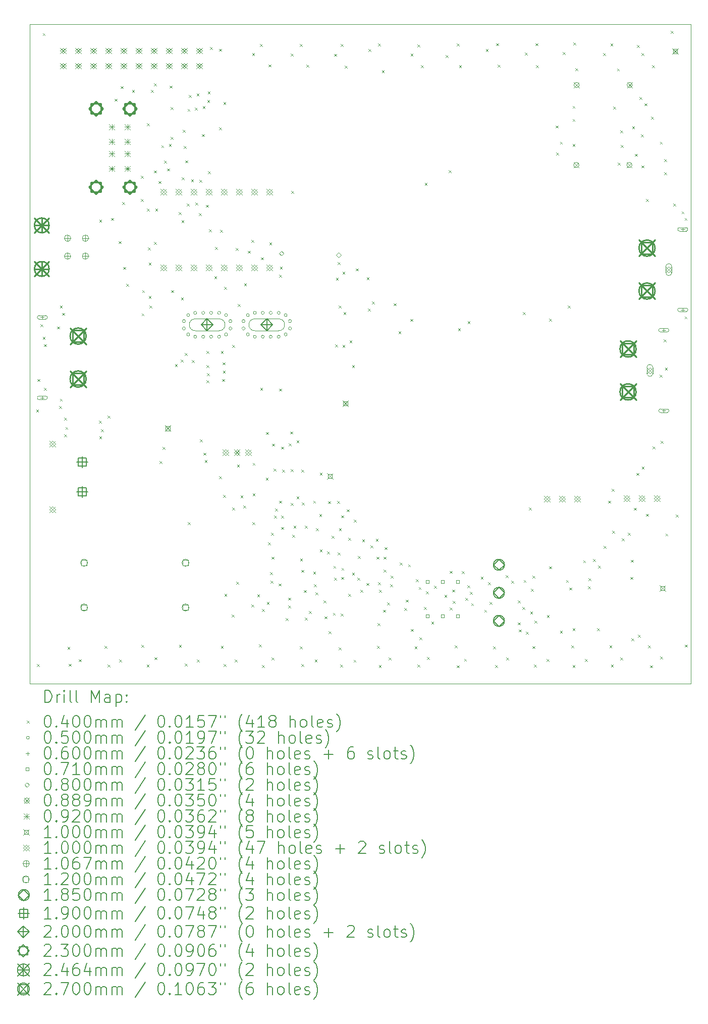
<source format=gbr>
%TF.GenerationSoftware,KiCad,Pcbnew,8.0.3*%
%TF.CreationDate,2025-06-05T22:32:41-07:00*%
%TF.ProjectId,Power_ManagementV2,506f7765-725f-44d6-916e-6167656d656e,rev?*%
%TF.SameCoordinates,Original*%
%TF.FileFunction,Drillmap*%
%TF.FilePolarity,Positive*%
%FSLAX45Y45*%
G04 Gerber Fmt 4.5, Leading zero omitted, Abs format (unit mm)*
G04 Created by KiCad (PCBNEW 8.0.3) date 2025-06-05 22:32:41*
%MOMM*%
%LPD*%
G01*
G04 APERTURE LIST*
%ADD10C,0.100000*%
%ADD11C,0.200000*%
%ADD12C,0.106680*%
%ADD13C,0.120000*%
%ADD14C,0.185000*%
%ADD15C,0.190000*%
%ADD16C,0.230000*%
%ADD17C,0.246380*%
%ADD18C,0.270000*%
G04 APERTURE END LIST*
D10*
X15392400Y-5034280D02*
X26487120Y-5034280D01*
X26487120Y-16084280D01*
X15392400Y-16084280D01*
X15392400Y-5034280D01*
D11*
D10*
X15500000Y-11490000D02*
X15540000Y-11530000D01*
X15540000Y-11490000D02*
X15500000Y-11530000D01*
X15515000Y-15760000D02*
X15555000Y-15800000D01*
X15555000Y-15760000D02*
X15515000Y-15800000D01*
X15520000Y-10980000D02*
X15560000Y-11020000D01*
X15560000Y-10980000D02*
X15520000Y-11020000D01*
X15570943Y-10062022D02*
X15610943Y-10102022D01*
X15610943Y-10062022D02*
X15570943Y-10102022D01*
X15610000Y-5180000D02*
X15650000Y-5220000D01*
X15650000Y-5180000D02*
X15610000Y-5220000D01*
X15610000Y-10270000D02*
X15650000Y-10310000D01*
X15650000Y-10270000D02*
X15610000Y-10310000D01*
X15630000Y-11130000D02*
X15670000Y-11170000D01*
X15670000Y-11130000D02*
X15630000Y-11170000D01*
X15635000Y-10395000D02*
X15675000Y-10435000D01*
X15675000Y-10395000D02*
X15635000Y-10435000D01*
X15850000Y-10100000D02*
X15890000Y-10140000D01*
X15890000Y-10100000D02*
X15850000Y-10140000D01*
X15885000Y-11430000D02*
X15925000Y-11470000D01*
X15925000Y-11430000D02*
X15885000Y-11470000D01*
X15900000Y-9750000D02*
X15940000Y-9790000D01*
X15940000Y-9750000D02*
X15900000Y-9790000D01*
X15900000Y-11310000D02*
X15940000Y-11350000D01*
X15940000Y-11310000D02*
X15900000Y-11350000D01*
X15940000Y-9870000D02*
X15980000Y-9910000D01*
X15980000Y-9870000D02*
X15940000Y-9910000D01*
X15970000Y-11630000D02*
X16010000Y-11670000D01*
X16010000Y-11630000D02*
X15970000Y-11670000D01*
X15970000Y-11910000D02*
X16010000Y-11950000D01*
X16010000Y-11910000D02*
X15970000Y-11950000D01*
X15992500Y-11785000D02*
X16032500Y-11825000D01*
X16032500Y-11785000D02*
X15992500Y-11825000D01*
X16027000Y-15474000D02*
X16067000Y-15514000D01*
X16067000Y-15474000D02*
X16027000Y-15514000D01*
X16050000Y-15755000D02*
X16090000Y-15795000D01*
X16090000Y-15755000D02*
X16050000Y-15795000D01*
X16218490Y-15678490D02*
X16258490Y-15718490D01*
X16258490Y-15678490D02*
X16218490Y-15718490D01*
X16557500Y-11677500D02*
X16597500Y-11717500D01*
X16597500Y-11677500D02*
X16557500Y-11717500D01*
X16560000Y-8310000D02*
X16600000Y-8350000D01*
X16600000Y-8310000D02*
X16560000Y-8350000D01*
X16560000Y-11940000D02*
X16600000Y-11980000D01*
X16600000Y-11940000D02*
X16560000Y-11980000D01*
X16590000Y-11822500D02*
X16630000Y-11862500D01*
X16630000Y-11822500D02*
X16590000Y-11862500D01*
X16649724Y-15452724D02*
X16689724Y-15492724D01*
X16689724Y-15452724D02*
X16649724Y-15492724D01*
X16697658Y-11593513D02*
X16737658Y-11633513D01*
X16737658Y-11593513D02*
X16697658Y-11633513D01*
X16700000Y-15765000D02*
X16740000Y-15805000D01*
X16740000Y-15765000D02*
X16700000Y-15805000D01*
X16760000Y-8280000D02*
X16800000Y-8320000D01*
X16800000Y-8280000D02*
X16760000Y-8320000D01*
X16820000Y-6280000D02*
X16860000Y-6320000D01*
X16860000Y-6280000D02*
X16820000Y-6320000D01*
X16882821Y-8668532D02*
X16922821Y-8708532D01*
X16922821Y-8668532D02*
X16882821Y-8708532D01*
X16891000Y-15686000D02*
X16931000Y-15726000D01*
X16931000Y-15686000D02*
X16891000Y-15726000D01*
X16920000Y-6070000D02*
X16960000Y-6110000D01*
X16960000Y-6070000D02*
X16920000Y-6110000D01*
X16943740Y-8013740D02*
X16983740Y-8053740D01*
X16983740Y-8013740D02*
X16943740Y-8053740D01*
X16960000Y-9100000D02*
X17000000Y-9140000D01*
X17000000Y-9100000D02*
X16960000Y-9140000D01*
X17013240Y-9383080D02*
X17053240Y-9423080D01*
X17053240Y-9383080D02*
X17013240Y-9423080D01*
X17110000Y-6130000D02*
X17150000Y-6170000D01*
X17150000Y-6130000D02*
X17110000Y-6170000D01*
X17260000Y-7570000D02*
X17300000Y-7610000D01*
X17300000Y-7570000D02*
X17260000Y-7610000D01*
X17260000Y-7960000D02*
X17300000Y-8000000D01*
X17300000Y-7960000D02*
X17260000Y-8000000D01*
X17265141Y-15437447D02*
X17305141Y-15477447D01*
X17305141Y-15437447D02*
X17265141Y-15477447D01*
X17270000Y-9880000D02*
X17310000Y-9920000D01*
X17310000Y-9880000D02*
X17270000Y-9920000D01*
X17280000Y-9490000D02*
X17320000Y-9530000D01*
X17320000Y-9490000D02*
X17280000Y-9530000D01*
X17355000Y-15765000D02*
X17395000Y-15805000D01*
X17395000Y-15765000D02*
X17355000Y-15805000D01*
X17360000Y-6690000D02*
X17400000Y-6730000D01*
X17400000Y-6690000D02*
X17360000Y-6730000D01*
X17360048Y-8123673D02*
X17400048Y-8163673D01*
X17400048Y-8123673D02*
X17360048Y-8163673D01*
X17377483Y-8777076D02*
X17417483Y-8817076D01*
X17417483Y-8777076D02*
X17377483Y-8817076D01*
X17390000Y-9030000D02*
X17430000Y-9070000D01*
X17430000Y-9030000D02*
X17390000Y-9070000D01*
X17390000Y-9590000D02*
X17430000Y-9630000D01*
X17430000Y-9590000D02*
X17390000Y-9630000D01*
X17400000Y-9750000D02*
X17440000Y-9790000D01*
X17440000Y-9750000D02*
X17400000Y-9790000D01*
X17430000Y-6130000D02*
X17470000Y-6170000D01*
X17470000Y-6130000D02*
X17430000Y-6170000D01*
X17475576Y-7483273D02*
X17515576Y-7523273D01*
X17515576Y-7483273D02*
X17475576Y-7523273D01*
X17479376Y-6020277D02*
X17519376Y-6060277D01*
X17519376Y-6020277D02*
X17479376Y-6060277D01*
X17480875Y-8682683D02*
X17520875Y-8722683D01*
X17520875Y-8682683D02*
X17480875Y-8722683D01*
X17488000Y-15646000D02*
X17528000Y-15686000D01*
X17528000Y-15646000D02*
X17488000Y-15686000D01*
X17500000Y-8120000D02*
X17540000Y-8160000D01*
X17540000Y-8120000D02*
X17500000Y-8160000D01*
X17552500Y-7661086D02*
X17592500Y-7701086D01*
X17592500Y-7661086D02*
X17552500Y-7701086D01*
X17574119Y-12358063D02*
X17614119Y-12398063D01*
X17614119Y-12358063D02*
X17574119Y-12398063D01*
X17600000Y-7060000D02*
X17640000Y-7100000D01*
X17640000Y-7060000D02*
X17600000Y-7100000D01*
X17620000Y-12120000D02*
X17660000Y-12160000D01*
X17660000Y-12120000D02*
X17620000Y-12160000D01*
X17647854Y-7320073D02*
X17687854Y-7360073D01*
X17687854Y-7320073D02*
X17647854Y-7360073D01*
X17700000Y-7450000D02*
X17740000Y-7490000D01*
X17740000Y-7450000D02*
X17700000Y-7490000D01*
X17727500Y-7040000D02*
X17767500Y-7080000D01*
X17767500Y-7040000D02*
X17727500Y-7080000D01*
X17740000Y-6060000D02*
X17780000Y-6100000D01*
X17780000Y-6060000D02*
X17740000Y-6100000D01*
X17760000Y-6420000D02*
X17800000Y-6460000D01*
X17800000Y-6420000D02*
X17760000Y-6460000D01*
X17760000Y-6920000D02*
X17800000Y-6960000D01*
X17800000Y-6920000D02*
X17760000Y-6960000D01*
X17764051Y-9490436D02*
X17804051Y-9530436D01*
X17804051Y-9490436D02*
X17764051Y-9530436D01*
X17830000Y-10730000D02*
X17870000Y-10770000D01*
X17870000Y-10730000D02*
X17830000Y-10770000D01*
X17895860Y-8184226D02*
X17935860Y-8224226D01*
X17935860Y-8184226D02*
X17895860Y-8224226D01*
X17897529Y-15440339D02*
X17937529Y-15480339D01*
X17937529Y-15440339D02*
X17897529Y-15480339D01*
X17926690Y-10652646D02*
X17966690Y-10692646D01*
X17966690Y-10652646D02*
X17926690Y-10692646D01*
X17930000Y-9610000D02*
X17970000Y-9650000D01*
X17970000Y-9610000D02*
X17930000Y-9650000D01*
X17940000Y-8320000D02*
X17980000Y-8360000D01*
X17980000Y-8320000D02*
X17940000Y-8360000D01*
X17943463Y-7600000D02*
X17983463Y-7640000D01*
X17983463Y-7600000D02*
X17943463Y-7640000D01*
X17960000Y-6800000D02*
X18000000Y-6840000D01*
X18000000Y-6800000D02*
X17960000Y-6840000D01*
X17980000Y-7070000D02*
X18020000Y-7110000D01*
X18020000Y-7070000D02*
X17980000Y-7110000D01*
X17992636Y-10541763D02*
X18032636Y-10581763D01*
X18032636Y-10541763D02*
X17992636Y-10581763D01*
X17995000Y-15750000D02*
X18035000Y-15790000D01*
X18035000Y-15750000D02*
X17995000Y-15790000D01*
X18003968Y-7314304D02*
X18043968Y-7354304D01*
X18043968Y-7314304D02*
X18003968Y-7354304D01*
X18030000Y-8040000D02*
X18070000Y-8080000D01*
X18070000Y-8040000D02*
X18030000Y-8080000D01*
X18040000Y-6450000D02*
X18080000Y-6490000D01*
X18080000Y-6450000D02*
X18040000Y-6490000D01*
X18042500Y-13380000D02*
X18082500Y-13420000D01*
X18082500Y-13380000D02*
X18042500Y-13420000D01*
X18064800Y-6218240D02*
X18104800Y-6258240D01*
X18104800Y-6218240D02*
X18064800Y-6258240D01*
X18100000Y-7630000D02*
X18140000Y-7670000D01*
X18140000Y-7630000D02*
X18100000Y-7670000D01*
X18114011Y-10662500D02*
X18154011Y-10702500D01*
X18154011Y-10662500D02*
X18114011Y-10702500D01*
X18163400Y-6430000D02*
X18203400Y-6470000D01*
X18203400Y-6430000D02*
X18163400Y-6470000D01*
X18170000Y-8020000D02*
X18210000Y-8060000D01*
X18210000Y-8020000D02*
X18170000Y-8060000D01*
X18192320Y-6192320D02*
X18232320Y-6232320D01*
X18232320Y-6192320D02*
X18192320Y-6232320D01*
X18198000Y-15681000D02*
X18238000Y-15721000D01*
X18238000Y-15681000D02*
X18198000Y-15721000D01*
X18230000Y-8200000D02*
X18270000Y-8240000D01*
X18270000Y-8200000D02*
X18230000Y-8240000D01*
X18240000Y-7640000D02*
X18280000Y-7680000D01*
X18280000Y-7640000D02*
X18240000Y-7680000D01*
X18247680Y-11989120D02*
X18287680Y-12029120D01*
X18287680Y-11989120D02*
X18247680Y-12029120D01*
X18280000Y-6872500D02*
X18320000Y-6912500D01*
X18320000Y-6872500D02*
X18280000Y-6912500D01*
X18296140Y-6403860D02*
X18336140Y-6443860D01*
X18336140Y-6403860D02*
X18296140Y-6443860D01*
X18310000Y-12215659D02*
X18350000Y-12255659D01*
X18350000Y-12215659D02*
X18310000Y-12255659D01*
X18330000Y-12340000D02*
X18370000Y-12380000D01*
X18370000Y-12340000D02*
X18330000Y-12380000D01*
X18350000Y-8060000D02*
X18390000Y-8100000D01*
X18390000Y-8060000D02*
X18350000Y-8100000D01*
X18360000Y-10510000D02*
X18400000Y-10550000D01*
X18400000Y-10510000D02*
X18360000Y-10550000D01*
X18360000Y-10749600D02*
X18400000Y-10789600D01*
X18400000Y-10749600D02*
X18360000Y-10789600D01*
X18360000Y-11000000D02*
X18400000Y-11040000D01*
X18400000Y-11000000D02*
X18360000Y-11040000D01*
X18370000Y-10880000D02*
X18410000Y-10920000D01*
X18410000Y-10880000D02*
X18370000Y-10920000D01*
X18370960Y-6302246D02*
X18410960Y-6342246D01*
X18410960Y-6302246D02*
X18370960Y-6342246D01*
X18380000Y-6160000D02*
X18420000Y-6200000D01*
X18420000Y-6160000D02*
X18380000Y-6200000D01*
X18384457Y-7496258D02*
X18424457Y-7536258D01*
X18424457Y-7496258D02*
X18384457Y-7536258D01*
X18400000Y-8470000D02*
X18440000Y-8510000D01*
X18440000Y-8470000D02*
X18400000Y-8510000D01*
X18415453Y-5413335D02*
X18455453Y-5453335D01*
X18455453Y-5413335D02*
X18415453Y-5453335D01*
X18490000Y-9260000D02*
X18530000Y-9300000D01*
X18530000Y-9260000D02*
X18490000Y-9300000D01*
X18500000Y-8767500D02*
X18540000Y-8807500D01*
X18540000Y-8767500D02*
X18500000Y-8807500D01*
X18567720Y-5443663D02*
X18607720Y-5483663D01*
X18607720Y-5443663D02*
X18567720Y-5483663D01*
X18567720Y-6760000D02*
X18607720Y-6800000D01*
X18607720Y-6760000D02*
X18567720Y-6800000D01*
X18570000Y-12610000D02*
X18610000Y-12650000D01*
X18610000Y-12610000D02*
X18570000Y-12650000D01*
X18590000Y-8480000D02*
X18630000Y-8520000D01*
X18630000Y-8480000D02*
X18590000Y-8520000D01*
X18599434Y-15453434D02*
X18639434Y-15493434D01*
X18639434Y-15453434D02*
X18599434Y-15493434D01*
X18600000Y-10510000D02*
X18640000Y-10550000D01*
X18640000Y-10510000D02*
X18600000Y-10550000D01*
X18620000Y-10980000D02*
X18660000Y-11020000D01*
X18660000Y-10980000D02*
X18620000Y-11020000D01*
X18626471Y-10700948D02*
X18666471Y-10740948D01*
X18666471Y-10700948D02*
X18626471Y-10740948D01*
X18634283Y-10840730D02*
X18674283Y-10880730D01*
X18674283Y-10840730D02*
X18634283Y-10880730D01*
X18640000Y-12920000D02*
X18680000Y-12960000D01*
X18680000Y-12920000D02*
X18640000Y-12960000D01*
X18643280Y-6335492D02*
X18683280Y-6375492D01*
X18683280Y-6335492D02*
X18643280Y-6375492D01*
X18645000Y-15760000D02*
X18685000Y-15800000D01*
X18685000Y-15760000D02*
X18645000Y-15800000D01*
X18655250Y-9432925D02*
X18695250Y-9472925D01*
X18695250Y-9432925D02*
X18655250Y-9472925D01*
X18660000Y-14580000D02*
X18700000Y-14620000D01*
X18700000Y-14580000D02*
X18660000Y-14620000D01*
X18780000Y-14930000D02*
X18820000Y-14970000D01*
X18820000Y-14930000D02*
X18780000Y-14970000D01*
X18787500Y-13132500D02*
X18827500Y-13172500D01*
X18827500Y-13132500D02*
X18787500Y-13172500D01*
X18792225Y-10409481D02*
X18832225Y-10449481D01*
X18832225Y-10409481D02*
X18792225Y-10449481D01*
X18830000Y-15681000D02*
X18870000Y-15721000D01*
X18870000Y-15681000D02*
X18830000Y-15721000D01*
X18850000Y-8780000D02*
X18890000Y-8820000D01*
X18890000Y-8780000D02*
X18850000Y-8820000D01*
X18860000Y-14380000D02*
X18900000Y-14420000D01*
X18900000Y-14380000D02*
X18860000Y-14420000D01*
X18870000Y-12415611D02*
X18910000Y-12455611D01*
X18910000Y-12415611D02*
X18870000Y-12455611D01*
X18884500Y-9720820D02*
X18924500Y-9760820D01*
X18924500Y-9720820D02*
X18884500Y-9760820D01*
X18930000Y-12930000D02*
X18970000Y-12970000D01*
X18970000Y-12930000D02*
X18930000Y-12970000D01*
X18977500Y-13100000D02*
X19017500Y-13140000D01*
X19017500Y-13100000D02*
X18977500Y-13140000D01*
X18990000Y-9377740D02*
X19030000Y-9417740D01*
X19030000Y-9377740D02*
X18990000Y-9417740D01*
X19050000Y-8830000D02*
X19090000Y-8870000D01*
X19090000Y-8830000D02*
X19050000Y-8870000D01*
X19110000Y-8650000D02*
X19150000Y-8690000D01*
X19150000Y-8650000D02*
X19110000Y-8690000D01*
X19110000Y-14760000D02*
X19150000Y-14800000D01*
X19150000Y-14760000D02*
X19110000Y-14800000D01*
X19125873Y-5512345D02*
X19165873Y-5552345D01*
X19165873Y-5512345D02*
X19125873Y-5552345D01*
X19130000Y-13380000D02*
X19170000Y-13420000D01*
X19170000Y-13380000D02*
X19130000Y-13420000D01*
X19132500Y-12385000D02*
X19172500Y-12425000D01*
X19172500Y-12385000D02*
X19132500Y-12425000D01*
X19134199Y-12897600D02*
X19174199Y-12937600D01*
X19174199Y-12897600D02*
X19134199Y-12937600D01*
X19209686Y-14593234D02*
X19249686Y-14633234D01*
X19249686Y-14593234D02*
X19209686Y-14633234D01*
X19239520Y-15428348D02*
X19279520Y-15468348D01*
X19279520Y-15428348D02*
X19239520Y-15468348D01*
X19253520Y-5364800D02*
X19293520Y-5404800D01*
X19293520Y-5364800D02*
X19253520Y-5404800D01*
X19260000Y-11130000D02*
X19300000Y-11170000D01*
X19300000Y-11130000D02*
X19260000Y-11170000D01*
X19270000Y-8940000D02*
X19310000Y-8980000D01*
X19310000Y-8940000D02*
X19270000Y-8980000D01*
X19290000Y-15775000D02*
X19330000Y-15815000D01*
X19330000Y-15775000D02*
X19290000Y-15815000D01*
X19291253Y-14835754D02*
X19331253Y-14875754D01*
X19331253Y-14835754D02*
X19291253Y-14875754D01*
X19353052Y-12633248D02*
X19393052Y-12673248D01*
X19393052Y-12633248D02*
X19353052Y-12673248D01*
X19360000Y-11870000D02*
X19400000Y-11910000D01*
X19400000Y-11870000D02*
X19360000Y-11910000D01*
X19370000Y-14720000D02*
X19410000Y-14760000D01*
X19410000Y-14720000D02*
X19370000Y-14760000D01*
X19390000Y-13720000D02*
X19430000Y-13760000D01*
X19430000Y-13720000D02*
X19390000Y-13760000D01*
X19400840Y-5705160D02*
X19440840Y-5745160D01*
X19440840Y-5705160D02*
X19400840Y-5745160D01*
X19412500Y-8692500D02*
X19452500Y-8732500D01*
X19452500Y-8692500D02*
X19412500Y-8732500D01*
X19427605Y-14220248D02*
X19467605Y-14260248D01*
X19467605Y-14220248D02*
X19427605Y-14260248D01*
X19432252Y-14360172D02*
X19472252Y-14400172D01*
X19472252Y-14360172D02*
X19432252Y-14400172D01*
X19440000Y-13560000D02*
X19480000Y-13600000D01*
X19480000Y-13560000D02*
X19440000Y-13600000D01*
X19450000Y-13960000D02*
X19490000Y-14000000D01*
X19490000Y-13960000D02*
X19450000Y-14000000D01*
X19451000Y-15648000D02*
X19491000Y-15688000D01*
X19491000Y-15648000D02*
X19451000Y-15688000D01*
X19461567Y-12064371D02*
X19501567Y-12104371D01*
X19501567Y-12064371D02*
X19461567Y-12104371D01*
X19483029Y-12484819D02*
X19523029Y-12524819D01*
X19523029Y-12484819D02*
X19483029Y-12524819D01*
X19490000Y-13270000D02*
X19530000Y-13310000D01*
X19530000Y-13270000D02*
X19490000Y-13310000D01*
X19510000Y-13150000D02*
X19550000Y-13190000D01*
X19550000Y-13150000D02*
X19510000Y-13190000D01*
X19570000Y-14410000D02*
X19610000Y-14450000D01*
X19610000Y-14410000D02*
X19570000Y-14450000D01*
X19578686Y-9234542D02*
X19618686Y-9274542D01*
X19618686Y-9234542D02*
X19578686Y-9274542D01*
X19580000Y-11140000D02*
X19620000Y-11180000D01*
X19620000Y-11140000D02*
X19580000Y-11180000D01*
X19580000Y-13020000D02*
X19620000Y-13060000D01*
X19620000Y-13020000D02*
X19580000Y-13060000D01*
X19590000Y-9095000D02*
X19630000Y-9135000D01*
X19630000Y-9095000D02*
X19590000Y-9135000D01*
X19610000Y-13270000D02*
X19650000Y-13310000D01*
X19650000Y-13270000D02*
X19610000Y-13310000D01*
X19610000Y-13460000D02*
X19650000Y-13500000D01*
X19650000Y-13460000D02*
X19610000Y-13500000D01*
X19611002Y-12114401D02*
X19651002Y-12154401D01*
X19651002Y-12114401D02*
X19611002Y-12154401D01*
X19630472Y-12501493D02*
X19670472Y-12541493D01*
X19670472Y-12501493D02*
X19630472Y-12541493D01*
X19690000Y-14990000D02*
X19730000Y-15030000D01*
X19730000Y-14990000D02*
X19690000Y-15030000D01*
X19727900Y-14645900D02*
X19767900Y-14685900D01*
X19767900Y-14645900D02*
X19727900Y-14685900D01*
X19730000Y-14780000D02*
X19770000Y-14820000D01*
X19770000Y-14780000D02*
X19730000Y-14820000D01*
X19740000Y-12060000D02*
X19780000Y-12100000D01*
X19780000Y-12060000D02*
X19740000Y-12100000D01*
X19762500Y-11860000D02*
X19802500Y-11900000D01*
X19802500Y-11860000D02*
X19762500Y-11900000D01*
X19770000Y-12490000D02*
X19810000Y-12530000D01*
X19810000Y-12490000D02*
X19770000Y-12530000D01*
X19770000Y-13060000D02*
X19810000Y-13100000D01*
X19810000Y-13060000D02*
X19770000Y-13100000D01*
X19774700Y-5525300D02*
X19814700Y-5565300D01*
X19814700Y-5525300D02*
X19774700Y-5565300D01*
X19782500Y-7827500D02*
X19822500Y-7867500D01*
X19822500Y-7827500D02*
X19782500Y-7867500D01*
X19800000Y-13590000D02*
X19840000Y-13630000D01*
X19840000Y-13590000D02*
X19800000Y-13630000D01*
X19820000Y-13440000D02*
X19860000Y-13480000D01*
X19860000Y-13440000D02*
X19820000Y-13480000D01*
X19870000Y-12010000D02*
X19910000Y-12050000D01*
X19910000Y-12010000D02*
X19870000Y-12050000D01*
X19870000Y-12950000D02*
X19910000Y-12990000D01*
X19910000Y-12950000D02*
X19870000Y-12990000D01*
X19924080Y-5364800D02*
X19964080Y-5404800D01*
X19964080Y-5364800D02*
X19924080Y-5404800D01*
X19927000Y-15464000D02*
X19967000Y-15504000D01*
X19967000Y-15464000D02*
X19927000Y-15504000D01*
X19930000Y-13990000D02*
X19970000Y-14030000D01*
X19970000Y-13990000D02*
X19930000Y-14030000D01*
X19949840Y-12502287D02*
X19989840Y-12542287D01*
X19989840Y-12502287D02*
X19949840Y-12542287D01*
X19950000Y-14180000D02*
X19990000Y-14220000D01*
X19990000Y-14180000D02*
X19950000Y-14220000D01*
X19950000Y-15760000D02*
X19990000Y-15800000D01*
X19990000Y-15760000D02*
X19950000Y-15800000D01*
X19960000Y-13050000D02*
X20000000Y-13090000D01*
X20000000Y-13050000D02*
X19960000Y-13090000D01*
X19995000Y-14520000D02*
X20035000Y-14560000D01*
X20035000Y-14520000D02*
X19995000Y-14560000D01*
X20010000Y-13440000D02*
X20050000Y-13480000D01*
X20050000Y-13440000D02*
X20010000Y-13480000D01*
X20010000Y-14980000D02*
X20050000Y-15020000D01*
X20050000Y-14980000D02*
X20010000Y-15020000D01*
X20035840Y-5710240D02*
X20075840Y-5750240D01*
X20075840Y-5710240D02*
X20035840Y-5750240D01*
X20080000Y-14870000D02*
X20120000Y-14910000D01*
X20120000Y-14870000D02*
X20080000Y-14910000D01*
X20150000Y-13020000D02*
X20190000Y-13060000D01*
X20190000Y-13020000D02*
X20150000Y-13060000D01*
X20150000Y-14210000D02*
X20190000Y-14250000D01*
X20190000Y-14210000D02*
X20150000Y-14250000D01*
X20160000Y-14420000D02*
X20200000Y-14460000D01*
X20200000Y-14420000D02*
X20160000Y-14460000D01*
X20174107Y-15683306D02*
X20214107Y-15723306D01*
X20214107Y-15683306D02*
X20174107Y-15723306D01*
X20190000Y-14560000D02*
X20230000Y-14600000D01*
X20230000Y-14560000D02*
X20190000Y-14600000D01*
X20197945Y-13480217D02*
X20237945Y-13520217D01*
X20237945Y-13480217D02*
X20197945Y-13520217D01*
X20197945Y-13480217D02*
X20237945Y-13520217D01*
X20237945Y-13480217D02*
X20197945Y-13520217D01*
X20250000Y-13244500D02*
X20290000Y-13284500D01*
X20290000Y-13244500D02*
X20250000Y-13284500D01*
X20260000Y-12550000D02*
X20300000Y-12590000D01*
X20300000Y-12550000D02*
X20260000Y-12590000D01*
X20260000Y-13840000D02*
X20300000Y-13880000D01*
X20300000Y-13840000D02*
X20260000Y-13880000D01*
X20322156Y-14691571D02*
X20362156Y-14731571D01*
X20362156Y-14691571D02*
X20322156Y-14731571D01*
X20340000Y-14960000D02*
X20380000Y-15000000D01*
X20380000Y-14960000D02*
X20340000Y-15000000D01*
X20380000Y-13870000D02*
X20420000Y-13910000D01*
X20420000Y-13870000D02*
X20380000Y-13910000D01*
X20400000Y-13030000D02*
X20440000Y-13070000D01*
X20440000Y-13030000D02*
X20400000Y-13070000D01*
X20410000Y-15210000D02*
X20450000Y-15250000D01*
X20450000Y-15210000D02*
X20410000Y-15250000D01*
X20460000Y-13610000D02*
X20500000Y-13650000D01*
X20500000Y-13610000D02*
X20460000Y-13650000D01*
X20480000Y-14900000D02*
X20520000Y-14940000D01*
X20520000Y-14900000D02*
X20480000Y-14940000D01*
X20487500Y-14113525D02*
X20527500Y-14153525D01*
X20527500Y-14113525D02*
X20487500Y-14153525D01*
X20500000Y-14310000D02*
X20540000Y-14350000D01*
X20540000Y-14310000D02*
X20500000Y-14350000D01*
X20503200Y-5527360D02*
X20543200Y-5567360D01*
X20543200Y-5527360D02*
X20503200Y-5567360D01*
X20520000Y-10400000D02*
X20560000Y-10440000D01*
X20560000Y-10400000D02*
X20520000Y-10440000D01*
X20530000Y-9280000D02*
X20570000Y-9320000D01*
X20570000Y-9280000D02*
X20530000Y-9320000D01*
X20550000Y-13022500D02*
X20590000Y-13062500D01*
X20590000Y-13022500D02*
X20550000Y-13062500D01*
X20560000Y-9020000D02*
X20600000Y-9060000D01*
X20600000Y-9020000D02*
X20560000Y-9060000D01*
X20560000Y-13890000D02*
X20600000Y-13930000D01*
X20600000Y-13890000D02*
X20560000Y-13930000D01*
X20574282Y-9745272D02*
X20614282Y-9785272D01*
X20614282Y-9745272D02*
X20574282Y-9785272D01*
X20576000Y-15477000D02*
X20616000Y-15517000D01*
X20616000Y-15477000D02*
X20576000Y-15517000D01*
X20580000Y-13480000D02*
X20620000Y-13520000D01*
X20620000Y-13480000D02*
X20580000Y-13520000D01*
X20605000Y-15770000D02*
X20645000Y-15810000D01*
X20645000Y-15770000D02*
X20605000Y-15810000D01*
X20609880Y-5359720D02*
X20649880Y-5399720D01*
X20649880Y-5359720D02*
X20609880Y-5399720D01*
X20610000Y-14910000D02*
X20650000Y-14950000D01*
X20650000Y-14910000D02*
X20610000Y-14950000D01*
X20617500Y-13266922D02*
X20657500Y-13306922D01*
X20657500Y-13266922D02*
X20617500Y-13306922D01*
X20620407Y-14299593D02*
X20660407Y-14339593D01*
X20660407Y-14299593D02*
X20620407Y-14339593D01*
X20623778Y-14145596D02*
X20663778Y-14185596D01*
X20663778Y-14145596D02*
X20623778Y-14185596D01*
X20640000Y-9180000D02*
X20680000Y-9220000D01*
X20680000Y-9180000D02*
X20640000Y-9220000D01*
X20640000Y-10410000D02*
X20680000Y-10450000D01*
X20680000Y-10410000D02*
X20640000Y-10450000D01*
X20657330Y-9857980D02*
X20697330Y-9897980D01*
X20697330Y-9857980D02*
X20657330Y-9897980D01*
X20681000Y-5725480D02*
X20721000Y-5765480D01*
X20721000Y-5725480D02*
X20681000Y-5765480D01*
X20713057Y-13164604D02*
X20753057Y-13204604D01*
X20753057Y-13164604D02*
X20713057Y-13204604D01*
X20736095Y-13640568D02*
X20776095Y-13680568D01*
X20776095Y-13640568D02*
X20736095Y-13680568D01*
X20740000Y-14580000D02*
X20780000Y-14620000D01*
X20780000Y-14580000D02*
X20740000Y-14620000D01*
X20757863Y-10334447D02*
X20797863Y-10374447D01*
X20797863Y-10334447D02*
X20757863Y-10374447D01*
X20800000Y-10750000D02*
X20840000Y-10790000D01*
X20840000Y-10750000D02*
X20800000Y-10790000D01*
X20801905Y-14227500D02*
X20841905Y-14267500D01*
X20841905Y-14227500D02*
X20801905Y-14267500D01*
X20825523Y-15686610D02*
X20865523Y-15726610D01*
X20865523Y-15686610D02*
X20825523Y-15726610D01*
X20830000Y-13340000D02*
X20870000Y-13380000D01*
X20870000Y-13340000D02*
X20830000Y-13380000D01*
X20864689Y-9125036D02*
X20904689Y-9165036D01*
X20904689Y-9125036D02*
X20864689Y-9165036D01*
X20890000Y-14310000D02*
X20930000Y-14350000D01*
X20930000Y-14310000D02*
X20890000Y-14350000D01*
X20900000Y-13950000D02*
X20940000Y-13990000D01*
X20940000Y-13950000D02*
X20900000Y-13990000D01*
X20940246Y-14515009D02*
X20980246Y-14555009D01*
X20980246Y-14515009D02*
X20940246Y-14555009D01*
X20970000Y-13670000D02*
X21010000Y-13710000D01*
X21010000Y-13670000D02*
X20970000Y-13710000D01*
X21040000Y-14400000D02*
X21080000Y-14440000D01*
X21080000Y-14400000D02*
X21040000Y-14440000D01*
X21046338Y-9276338D02*
X21086338Y-9316338D01*
X21086338Y-9276338D02*
X21046338Y-9316338D01*
X21070000Y-9800000D02*
X21110000Y-9840000D01*
X21110000Y-9800000D02*
X21070000Y-9840000D01*
X21073391Y-5446610D02*
X21113391Y-5486610D01*
X21113391Y-5446610D02*
X21073391Y-5486610D01*
X21110000Y-13770000D02*
X21150000Y-13810000D01*
X21150000Y-13770000D02*
X21110000Y-13810000D01*
X21137949Y-9677595D02*
X21177949Y-9717595D01*
X21177949Y-9677595D02*
X21137949Y-9717595D01*
X21200000Y-13660000D02*
X21240000Y-13700000D01*
X21240000Y-13660000D02*
X21200000Y-13700000D01*
X21210000Y-13960000D02*
X21250000Y-14000000D01*
X21250000Y-13960000D02*
X21210000Y-14000000D01*
X21221000Y-15454000D02*
X21261000Y-15494000D01*
X21261000Y-15454000D02*
X21221000Y-15494000D01*
X21225766Y-15073919D02*
X21265766Y-15113919D01*
X21265766Y-15073919D02*
X21225766Y-15113919D01*
X21234720Y-5354640D02*
X21274720Y-5394640D01*
X21274720Y-5354640D02*
X21234720Y-5394640D01*
X21240000Y-14390000D02*
X21280000Y-14430000D01*
X21280000Y-14390000D02*
X21240000Y-14430000D01*
X21250000Y-15775000D02*
X21290000Y-15815000D01*
X21290000Y-15775000D02*
X21250000Y-15815000D01*
X21255000Y-14515000D02*
X21295000Y-14555000D01*
X21295000Y-14515000D02*
X21255000Y-14555000D01*
X21300000Y-5800000D02*
X21340000Y-5840000D01*
X21340000Y-5800000D02*
X21300000Y-5840000D01*
X21320000Y-14850000D02*
X21360000Y-14890000D01*
X21360000Y-14850000D02*
X21320000Y-14890000D01*
X21330000Y-13960000D02*
X21370000Y-14000000D01*
X21370000Y-13960000D02*
X21330000Y-14000000D01*
X21331882Y-14177500D02*
X21371882Y-14217500D01*
X21371882Y-14177500D02*
X21331882Y-14217500D01*
X21350000Y-13800000D02*
X21390000Y-13840000D01*
X21390000Y-13800000D02*
X21350000Y-13840000D01*
X21387990Y-14727618D02*
X21427990Y-14767618D01*
X21427990Y-14727618D02*
X21387990Y-14767618D01*
X21413000Y-15651000D02*
X21453000Y-15691000D01*
X21453000Y-15651000D02*
X21413000Y-15691000D01*
X21437325Y-14419425D02*
X21477325Y-14459425D01*
X21477325Y-14419425D02*
X21437325Y-14459425D01*
X21450000Y-14280000D02*
X21490000Y-14320000D01*
X21490000Y-14280000D02*
X21450000Y-14320000D01*
X21500000Y-9710000D02*
X21540000Y-9750000D01*
X21540000Y-9710000D02*
X21500000Y-9750000D01*
X21580000Y-10180000D02*
X21620000Y-10220000D01*
X21620000Y-10180000D02*
X21580000Y-10220000D01*
X21600000Y-14060000D02*
X21640000Y-14100000D01*
X21640000Y-14060000D02*
X21600000Y-14100000D01*
X21674956Y-14817742D02*
X21714956Y-14857742D01*
X21714956Y-14817742D02*
X21674956Y-14857742D01*
X21700000Y-14680000D02*
X21740000Y-14720000D01*
X21740000Y-14680000D02*
X21700000Y-14720000D01*
X21741770Y-14086146D02*
X21781770Y-14126146D01*
X21781770Y-14086146D02*
X21741770Y-14126146D01*
X21778049Y-9971951D02*
X21818049Y-10011951D01*
X21818049Y-9971951D02*
X21778049Y-10011951D01*
X21783360Y-5522280D02*
X21823360Y-5562280D01*
X21823360Y-5522280D02*
X21783360Y-5562280D01*
X21790000Y-15170000D02*
X21830000Y-15210000D01*
X21830000Y-15170000D02*
X21790000Y-15210000D01*
X21850000Y-15464000D02*
X21890000Y-15504000D01*
X21890000Y-15464000D02*
X21850000Y-15504000D01*
X21871223Y-14336018D02*
X21911223Y-14376018D01*
X21911223Y-14336018D02*
X21871223Y-14376018D01*
X21895000Y-15770000D02*
X21935000Y-15810000D01*
X21935000Y-15770000D02*
X21895000Y-15810000D01*
X21895120Y-5369880D02*
X21935120Y-5409880D01*
X21935120Y-5369880D02*
X21895120Y-5409880D01*
X21919339Y-14467491D02*
X21959339Y-14507491D01*
X21959339Y-14467491D02*
X21919339Y-14507491D01*
X21930000Y-15310000D02*
X21970000Y-15350000D01*
X21970000Y-15310000D02*
X21930000Y-15350000D01*
X21956080Y-5720400D02*
X21996080Y-5760400D01*
X21996080Y-5720400D02*
X21956080Y-5760400D01*
X22010000Y-14800000D02*
X22050000Y-14840000D01*
X22050000Y-14800000D02*
X22010000Y-14840000D01*
X22020000Y-7688000D02*
X22060000Y-7728000D01*
X22060000Y-7688000D02*
X22020000Y-7728000D01*
X22039099Y-14540000D02*
X22079099Y-14580000D01*
X22079099Y-14540000D02*
X22039099Y-14580000D01*
X22060000Y-15643000D02*
X22100000Y-15683000D01*
X22100000Y-15643000D02*
X22060000Y-15683000D01*
X22130000Y-15050000D02*
X22170000Y-15090000D01*
X22170000Y-15050000D02*
X22130000Y-15090000D01*
X22180000Y-14450000D02*
X22220000Y-14490000D01*
X22220000Y-14450000D02*
X22180000Y-14490000D01*
X22350000Y-14600000D02*
X22390000Y-14640000D01*
X22390000Y-14600000D02*
X22350000Y-14640000D01*
X22372640Y-5547680D02*
X22412640Y-5587680D01*
X22412640Y-5547680D02*
X22372640Y-5587680D01*
X22420000Y-7480000D02*
X22460000Y-7520000D01*
X22460000Y-7480000D02*
X22420000Y-7520000D01*
X22440000Y-14810000D02*
X22480000Y-14850000D01*
X22480000Y-14810000D02*
X22440000Y-14850000D01*
X22442500Y-14197500D02*
X22482500Y-14237500D01*
X22482500Y-14197500D02*
X22442500Y-14237500D01*
X22480000Y-14510000D02*
X22520000Y-14550000D01*
X22520000Y-14510000D02*
X22480000Y-14550000D01*
X22490000Y-14700000D02*
X22530000Y-14740000D01*
X22530000Y-14700000D02*
X22490000Y-14740000D01*
X22522000Y-15446000D02*
X22562000Y-15486000D01*
X22562000Y-15446000D02*
X22522000Y-15486000D01*
X22555000Y-15780000D02*
X22595000Y-15820000D01*
X22595000Y-15780000D02*
X22555000Y-15820000D01*
X22555520Y-5354640D02*
X22595520Y-5394640D01*
X22595520Y-5354640D02*
X22555520Y-5394640D01*
X22580000Y-10130000D02*
X22620000Y-10170000D01*
X22620000Y-10130000D02*
X22580000Y-10170000D01*
X22596160Y-5715320D02*
X22636160Y-5755320D01*
X22636160Y-5715320D02*
X22596160Y-5755320D01*
X22642500Y-14202500D02*
X22682500Y-14242500D01*
X22682500Y-14202500D02*
X22642500Y-14242500D01*
X22680000Y-15670000D02*
X22720000Y-15710000D01*
X22720000Y-15670000D02*
X22680000Y-15710000D01*
X22702500Y-14647500D02*
X22742500Y-14687500D01*
X22742500Y-14647500D02*
X22702500Y-14687500D01*
X22736008Y-14436008D02*
X22776008Y-14476008D01*
X22776008Y-14436008D02*
X22736008Y-14476008D01*
X22740000Y-10010000D02*
X22780000Y-10050000D01*
X22780000Y-10010000D02*
X22740000Y-10050000D01*
X22780000Y-14550000D02*
X22820000Y-14590000D01*
X22820000Y-14550000D02*
X22780000Y-14590000D01*
X22800000Y-14740000D02*
X22840000Y-14780000D01*
X22840000Y-14740000D02*
X22800000Y-14780000D01*
X22960000Y-14295000D02*
X23000000Y-14335000D01*
X23000000Y-14295000D02*
X22960000Y-14335000D01*
X23020000Y-14850000D02*
X23060000Y-14890000D01*
X23060000Y-14850000D02*
X23020000Y-14890000D01*
X23044901Y-5446179D02*
X23084901Y-5486179D01*
X23084901Y-5446179D02*
X23044901Y-5486179D01*
X23085000Y-14390000D02*
X23125000Y-14430000D01*
X23125000Y-14390000D02*
X23085000Y-14430000D01*
X23110000Y-14720000D02*
X23150000Y-14760000D01*
X23150000Y-14720000D02*
X23110000Y-14760000D01*
X23167000Y-15461000D02*
X23207000Y-15501000D01*
X23207000Y-15461000D02*
X23167000Y-15501000D01*
X23200000Y-15775000D02*
X23240000Y-15815000D01*
X23240000Y-15775000D02*
X23200000Y-15815000D01*
X23221000Y-5349560D02*
X23261000Y-5389560D01*
X23261000Y-5349560D02*
X23221000Y-5389560D01*
X23241320Y-5710240D02*
X23281320Y-5750240D01*
X23281320Y-5710240D02*
X23241320Y-5750240D01*
X23380000Y-14270000D02*
X23420000Y-14310000D01*
X23420000Y-14270000D02*
X23380000Y-14310000D01*
X23387990Y-15652010D02*
X23427990Y-15692010D01*
X23427990Y-15652010D02*
X23387990Y-15692010D01*
X23470000Y-14360000D02*
X23510000Y-14400000D01*
X23510000Y-14360000D02*
X23470000Y-14400000D01*
X23580000Y-15060000D02*
X23620000Y-15100000D01*
X23620000Y-15060000D02*
X23580000Y-15100000D01*
X23582050Y-14692950D02*
X23622050Y-14732950D01*
X23622050Y-14692950D02*
X23582050Y-14732950D01*
X23600000Y-15180000D02*
X23640000Y-15220000D01*
X23640000Y-15180000D02*
X23600000Y-15220000D01*
X23660000Y-14800000D02*
X23700000Y-14840000D01*
X23700000Y-14800000D02*
X23660000Y-14840000D01*
X23668040Y-9855520D02*
X23708040Y-9895520D01*
X23708040Y-9855520D02*
X23668040Y-9895520D01*
X23680000Y-14350008D02*
X23720000Y-14390008D01*
X23720000Y-14350008D02*
X23680000Y-14390008D01*
X23703600Y-5507040D02*
X23743600Y-5547040D01*
X23743600Y-5507040D02*
X23703600Y-5547040D01*
X23720000Y-15220000D02*
X23760000Y-15260000D01*
X23760000Y-15220000D02*
X23720000Y-15260000D01*
X23770000Y-13134270D02*
X23810000Y-13174270D01*
X23810000Y-13134270D02*
X23770000Y-13174270D01*
X23790000Y-14880000D02*
X23830000Y-14920000D01*
X23830000Y-14880000D02*
X23790000Y-14920000D01*
X23800000Y-14500178D02*
X23840000Y-14540178D01*
X23840000Y-14500178D02*
X23800000Y-14540178D01*
X23830000Y-14280000D02*
X23870000Y-14320000D01*
X23870000Y-14280000D02*
X23830000Y-14320000D01*
X23830000Y-15459000D02*
X23870000Y-15499000D01*
X23870000Y-15459000D02*
X23830000Y-15499000D01*
X23855000Y-15770000D02*
X23895000Y-15810000D01*
X23895000Y-15770000D02*
X23855000Y-15810000D01*
X23860000Y-15030000D02*
X23900000Y-15070000D01*
X23900000Y-15030000D02*
X23860000Y-15070000D01*
X23876320Y-5349560D02*
X23916320Y-5389560D01*
X23916320Y-5349560D02*
X23876320Y-5389560D01*
X23886480Y-5720400D02*
X23926480Y-5760400D01*
X23926480Y-5720400D02*
X23886480Y-5760400D01*
X24063060Y-15676940D02*
X24103060Y-15716940D01*
X24103060Y-15676940D02*
X24063060Y-15716940D01*
X24070000Y-14940000D02*
X24110000Y-14980000D01*
X24110000Y-14940000D02*
X24070000Y-14980000D01*
X24104920Y-9967280D02*
X24144920Y-10007280D01*
X24144920Y-9967280D02*
X24104920Y-10007280D01*
X24110000Y-14120000D02*
X24150000Y-14160000D01*
X24150000Y-14120000D02*
X24110000Y-14160000D01*
X24215000Y-6730000D02*
X24255000Y-6770000D01*
X24255000Y-6730000D02*
X24215000Y-6770000D01*
X24226840Y-7183440D02*
X24266840Y-7223440D01*
X24266840Y-7183440D02*
X24226840Y-7223440D01*
X24290000Y-7000000D02*
X24330000Y-7040000D01*
X24330000Y-7000000D02*
X24290000Y-7040000D01*
X24290000Y-15200000D02*
X24330000Y-15240000D01*
X24330000Y-15200000D02*
X24290000Y-15240000D01*
X24333520Y-5496020D02*
X24373520Y-5536020D01*
X24373520Y-5496020D02*
X24333520Y-5536020D01*
X24390000Y-14350000D02*
X24430000Y-14390000D01*
X24430000Y-14350000D02*
X24390000Y-14390000D01*
X24420000Y-9748840D02*
X24460000Y-9788840D01*
X24460000Y-9748840D02*
X24420000Y-9788840D01*
X24449011Y-14476956D02*
X24489011Y-14516956D01*
X24489011Y-14476956D02*
X24449011Y-14516956D01*
X24481000Y-15444000D02*
X24521000Y-15484000D01*
X24521000Y-15444000D02*
X24481000Y-15484000D01*
X24500000Y-6400000D02*
X24540000Y-6440000D01*
X24540000Y-6400000D02*
X24500000Y-6440000D01*
X24500000Y-6620000D02*
X24540000Y-6660000D01*
X24540000Y-6620000D02*
X24500000Y-6660000D01*
X24500000Y-7040000D02*
X24540000Y-7080000D01*
X24540000Y-7040000D02*
X24500000Y-7080000D01*
X24500000Y-15160000D02*
X24540000Y-15200000D01*
X24540000Y-15160000D02*
X24500000Y-15200000D01*
X24500000Y-15775000D02*
X24540000Y-15815000D01*
X24540000Y-15775000D02*
X24500000Y-15815000D01*
X24511320Y-5339400D02*
X24551320Y-5379400D01*
X24551320Y-5339400D02*
X24511320Y-5379400D01*
X24550000Y-5770000D02*
X24590000Y-5810000D01*
X24590000Y-5770000D02*
X24550000Y-5810000D01*
X24680000Y-14020000D02*
X24720000Y-14060000D01*
X24720000Y-14020000D02*
X24680000Y-14060000D01*
X24708260Y-15672000D02*
X24748260Y-15712000D01*
X24748260Y-15672000D02*
X24708260Y-15712000D01*
X24760000Y-14458000D02*
X24800000Y-14498000D01*
X24800000Y-14458000D02*
X24760000Y-14498000D01*
X24770000Y-14320000D02*
X24810000Y-14360000D01*
X24810000Y-14320000D02*
X24770000Y-14360000D01*
X24845000Y-13997500D02*
X24885000Y-14037500D01*
X24885000Y-13997500D02*
X24845000Y-14037500D01*
X24910000Y-15160000D02*
X24950000Y-15200000D01*
X24950000Y-15160000D02*
X24910000Y-15200000D01*
X24930000Y-14108188D02*
X24970000Y-14148188D01*
X24970000Y-14108188D02*
X24930000Y-14148188D01*
X25011700Y-5517200D02*
X25051700Y-5557200D01*
X25051700Y-5517200D02*
X25011700Y-5557200D01*
X25020000Y-13780000D02*
X25060000Y-13820000D01*
X25060000Y-13780000D02*
X25020000Y-13820000D01*
X25100600Y-13020360D02*
X25140600Y-13060360D01*
X25140600Y-13020360D02*
X25100600Y-13060360D01*
X25120000Y-15447000D02*
X25160000Y-15487000D01*
X25160000Y-15447000D02*
X25120000Y-15487000D01*
X25136160Y-5354640D02*
X25176160Y-5394640D01*
X25176160Y-5354640D02*
X25136160Y-5394640D01*
X25145000Y-15765000D02*
X25185000Y-15805000D01*
X25185000Y-15765000D02*
X25145000Y-15805000D01*
X25160000Y-12820000D02*
X25200000Y-12860000D01*
X25200000Y-12820000D02*
X25160000Y-12860000D01*
X25166640Y-13523280D02*
X25206640Y-13563280D01*
X25206640Y-13523280D02*
X25166640Y-13563280D01*
X25184940Y-6411840D02*
X25224940Y-6451840D01*
X25224940Y-6411840D02*
X25184940Y-6451840D01*
X25245688Y-5773049D02*
X25285688Y-5813049D01*
X25285688Y-5773049D02*
X25245688Y-5813049D01*
X25258991Y-7351008D02*
X25298991Y-7391008D01*
X25298991Y-7351008D02*
X25258991Y-7391008D01*
X25300000Y-6810000D02*
X25340000Y-6850000D01*
X25340000Y-6810000D02*
X25300000Y-6850000D01*
X25304000Y-15651000D02*
X25344000Y-15691000D01*
X25344000Y-15651000D02*
X25304000Y-15691000D01*
X25309908Y-7058700D02*
X25349908Y-7098700D01*
X25349908Y-7058700D02*
X25309908Y-7098700D01*
X25323704Y-13651111D02*
X25363704Y-13691111D01*
X25363704Y-13651111D02*
X25323704Y-13691111D01*
X25430000Y-13560000D02*
X25470000Y-13600000D01*
X25470000Y-13560000D02*
X25430000Y-13600000D01*
X25470000Y-14300000D02*
X25510000Y-14340000D01*
X25510000Y-14300000D02*
X25470000Y-14340000D01*
X25480000Y-14010000D02*
X25520000Y-14050000D01*
X25520000Y-14010000D02*
X25480000Y-14050000D01*
X25490000Y-15330000D02*
X25530000Y-15370000D01*
X25530000Y-15330000D02*
X25490000Y-15370000D01*
X25500000Y-6740000D02*
X25540000Y-6780000D01*
X25540000Y-6740000D02*
X25500000Y-6780000D01*
X25530000Y-13140000D02*
X25570000Y-13180000D01*
X25570000Y-13140000D02*
X25530000Y-13180000D01*
X25548617Y-7203185D02*
X25588617Y-7243185D01*
X25588617Y-7203185D02*
X25548617Y-7243185D01*
X25574871Y-12554831D02*
X25614871Y-12594831D01*
X25614871Y-12554831D02*
X25574871Y-12594831D01*
X25580000Y-5380000D02*
X25620000Y-5420000D01*
X25620000Y-5380000D02*
X25580000Y-5420000D01*
X25600000Y-15270000D02*
X25640000Y-15310000D01*
X25640000Y-15270000D02*
X25600000Y-15310000D01*
X25620000Y-6250000D02*
X25660000Y-6290000D01*
X25660000Y-6250000D02*
X25620000Y-6290000D01*
X25650000Y-6880000D02*
X25690000Y-6920000D01*
X25690000Y-6880000D02*
X25650000Y-6920000D01*
X25658936Y-7398035D02*
X25698936Y-7438035D01*
X25698936Y-7398035D02*
X25658936Y-7438035D01*
X25659400Y-5517200D02*
X25699400Y-5557200D01*
X25699400Y-5517200D02*
X25659400Y-5557200D01*
X25660000Y-12450000D02*
X25700000Y-12490000D01*
X25700000Y-12450000D02*
X25660000Y-12490000D01*
X25709626Y-6357551D02*
X25749626Y-6397551D01*
X25749626Y-6357551D02*
X25709626Y-6397551D01*
X25730000Y-7960000D02*
X25770000Y-8000000D01*
X25770000Y-7960000D02*
X25730000Y-8000000D01*
X25730000Y-13240000D02*
X25770000Y-13280000D01*
X25770000Y-13240000D02*
X25730000Y-13280000D01*
X25767000Y-15447000D02*
X25807000Y-15487000D01*
X25807000Y-15447000D02*
X25767000Y-15487000D01*
X25800000Y-15780000D02*
X25840000Y-15820000D01*
X25840000Y-15780000D02*
X25800000Y-15820000D01*
X25820000Y-6580000D02*
X25860000Y-6620000D01*
X25860000Y-6580000D02*
X25820000Y-6620000D01*
X25837200Y-5720400D02*
X25877200Y-5760400D01*
X25877200Y-5720400D02*
X25837200Y-5760400D01*
X25840968Y-12110968D02*
X25880968Y-12150968D01*
X25880968Y-12110968D02*
X25840968Y-12150968D01*
X25960000Y-10910000D02*
X26000000Y-10950000D01*
X26000000Y-10910000D02*
X25960000Y-10950000D01*
X25965417Y-7001599D02*
X26005417Y-7041599D01*
X26005417Y-7001599D02*
X25965417Y-7041599D01*
X25971540Y-15635000D02*
X26011540Y-15675000D01*
X26011540Y-15635000D02*
X25971540Y-15675000D01*
X25980000Y-12020000D02*
X26020000Y-12060000D01*
X26020000Y-12020000D02*
X25980000Y-12060000D01*
X26030240Y-10317800D02*
X26070240Y-10357800D01*
X26070240Y-10317800D02*
X26030240Y-10357800D01*
X26037204Y-7515000D02*
X26077204Y-7555000D01*
X26077204Y-7515000D02*
X26037204Y-7555000D01*
X26040400Y-7295200D02*
X26080400Y-7335200D01*
X26080400Y-7295200D02*
X26040400Y-7335200D01*
X26050240Y-10790000D02*
X26090240Y-10830000D01*
X26090240Y-10790000D02*
X26050240Y-10830000D01*
X26060000Y-13570000D02*
X26100000Y-13610000D01*
X26100000Y-13570000D02*
X26060000Y-13610000D01*
X26150000Y-5145000D02*
X26190000Y-5185000D01*
X26190000Y-5145000D02*
X26150000Y-5185000D01*
X26190000Y-8040000D02*
X26230000Y-8080000D01*
X26230000Y-8040000D02*
X26190000Y-8080000D01*
X26234875Y-13254072D02*
X26274875Y-13294072D01*
X26274875Y-13254072D02*
X26234875Y-13294072D01*
X26330000Y-8170000D02*
X26370000Y-8210000D01*
X26370000Y-8170000D02*
X26330000Y-8210000D01*
X26380000Y-8280000D02*
X26420000Y-8320000D01*
X26420000Y-8280000D02*
X26380000Y-8320000D01*
X26380000Y-9930000D02*
X26420000Y-9970000D01*
X26420000Y-9930000D02*
X26380000Y-9970000D01*
X26382500Y-15432500D02*
X26422500Y-15472500D01*
X26422500Y-15432500D02*
X26382500Y-15472500D01*
X18004810Y-10008200D02*
G75*
G02*
X17954810Y-10008200I-25000J0D01*
G01*
X17954810Y-10008200D02*
G75*
G02*
X18004810Y-10008200I25000J0D01*
G01*
X18004810Y-10131800D02*
G75*
G02*
X17954810Y-10131800I-25000J0D01*
G01*
X17954810Y-10131800D02*
G75*
G02*
X18004810Y-10131800I25000J0D01*
G01*
X18077410Y-9908200D02*
G75*
G02*
X18027410Y-9908200I-25000J0D01*
G01*
X18027410Y-9908200D02*
G75*
G02*
X18077410Y-9908200I25000J0D01*
G01*
X18077410Y-10231800D02*
G75*
G02*
X18027410Y-10231800I-25000J0D01*
G01*
X18027410Y-10231800D02*
G75*
G02*
X18077410Y-10231800I25000J0D01*
G01*
X18195010Y-9870000D02*
G75*
G02*
X18145010Y-9870000I-25000J0D01*
G01*
X18145010Y-9870000D02*
G75*
G02*
X18195010Y-9870000I25000J0D01*
G01*
X18195010Y-10270000D02*
G75*
G02*
X18145010Y-10270000I-25000J0D01*
G01*
X18145010Y-10270000D02*
G75*
G02*
X18195010Y-10270000I25000J0D01*
G01*
X18328340Y-9870000D02*
G75*
G02*
X18278340Y-9870000I-25000J0D01*
G01*
X18278340Y-9870000D02*
G75*
G02*
X18328340Y-9870000I25000J0D01*
G01*
X18328340Y-10270000D02*
G75*
G02*
X18278340Y-10270000I-25000J0D01*
G01*
X18278340Y-10270000D02*
G75*
G02*
X18328340Y-10270000I25000J0D01*
G01*
X18461670Y-9870000D02*
G75*
G02*
X18411670Y-9870000I-25000J0D01*
G01*
X18411670Y-9870000D02*
G75*
G02*
X18461670Y-9870000I25000J0D01*
G01*
X18461670Y-10270000D02*
G75*
G02*
X18411670Y-10270000I-25000J0D01*
G01*
X18411670Y-10270000D02*
G75*
G02*
X18461670Y-10270000I25000J0D01*
G01*
X18595000Y-9870000D02*
G75*
G02*
X18545000Y-9870000I-25000J0D01*
G01*
X18545000Y-9870000D02*
G75*
G02*
X18595000Y-9870000I25000J0D01*
G01*
X18595000Y-10270000D02*
G75*
G02*
X18545000Y-10270000I-25000J0D01*
G01*
X18545000Y-10270000D02*
G75*
G02*
X18595000Y-10270000I25000J0D01*
G01*
X18712610Y-9908200D02*
G75*
G02*
X18662610Y-9908200I-25000J0D01*
G01*
X18662610Y-9908200D02*
G75*
G02*
X18712610Y-9908200I25000J0D01*
G01*
X18712610Y-10231800D02*
G75*
G02*
X18662610Y-10231800I-25000J0D01*
G01*
X18662610Y-10231800D02*
G75*
G02*
X18712610Y-10231800I25000J0D01*
G01*
X18785210Y-10008200D02*
G75*
G02*
X18735210Y-10008200I-25000J0D01*
G01*
X18735210Y-10008200D02*
G75*
G02*
X18785210Y-10008200I25000J0D01*
G01*
X18785210Y-10131800D02*
G75*
G02*
X18735210Y-10131800I-25000J0D01*
G01*
X18735210Y-10131800D02*
G75*
G02*
X18785210Y-10131800I25000J0D01*
G01*
X19004810Y-10008200D02*
G75*
G02*
X18954810Y-10008200I-25000J0D01*
G01*
X18954810Y-10008200D02*
G75*
G02*
X19004810Y-10008200I25000J0D01*
G01*
X19004810Y-10131800D02*
G75*
G02*
X18954810Y-10131800I-25000J0D01*
G01*
X18954810Y-10131800D02*
G75*
G02*
X19004810Y-10131800I25000J0D01*
G01*
X19077410Y-9908200D02*
G75*
G02*
X19027410Y-9908200I-25000J0D01*
G01*
X19027410Y-9908200D02*
G75*
G02*
X19077410Y-9908200I25000J0D01*
G01*
X19077410Y-10231800D02*
G75*
G02*
X19027410Y-10231800I-25000J0D01*
G01*
X19027410Y-10231800D02*
G75*
G02*
X19077410Y-10231800I25000J0D01*
G01*
X19195010Y-9870000D02*
G75*
G02*
X19145010Y-9870000I-25000J0D01*
G01*
X19145010Y-9870000D02*
G75*
G02*
X19195010Y-9870000I25000J0D01*
G01*
X19195010Y-10270000D02*
G75*
G02*
X19145010Y-10270000I-25000J0D01*
G01*
X19145010Y-10270000D02*
G75*
G02*
X19195010Y-10270000I25000J0D01*
G01*
X19328340Y-9870000D02*
G75*
G02*
X19278340Y-9870000I-25000J0D01*
G01*
X19278340Y-9870000D02*
G75*
G02*
X19328340Y-9870000I25000J0D01*
G01*
X19328340Y-10270000D02*
G75*
G02*
X19278340Y-10270000I-25000J0D01*
G01*
X19278340Y-10270000D02*
G75*
G02*
X19328340Y-10270000I25000J0D01*
G01*
X19461670Y-9870000D02*
G75*
G02*
X19411670Y-9870000I-25000J0D01*
G01*
X19411670Y-9870000D02*
G75*
G02*
X19461670Y-9870000I25000J0D01*
G01*
X19461670Y-10270000D02*
G75*
G02*
X19411670Y-10270000I-25000J0D01*
G01*
X19411670Y-10270000D02*
G75*
G02*
X19461670Y-10270000I25000J0D01*
G01*
X19595000Y-9870000D02*
G75*
G02*
X19545000Y-9870000I-25000J0D01*
G01*
X19545000Y-9870000D02*
G75*
G02*
X19595000Y-9870000I25000J0D01*
G01*
X19595000Y-10270000D02*
G75*
G02*
X19545000Y-10270000I-25000J0D01*
G01*
X19545000Y-10270000D02*
G75*
G02*
X19595000Y-10270000I25000J0D01*
G01*
X19712610Y-9908200D02*
G75*
G02*
X19662610Y-9908200I-25000J0D01*
G01*
X19662610Y-9908200D02*
G75*
G02*
X19712610Y-9908200I25000J0D01*
G01*
X19712610Y-10231800D02*
G75*
G02*
X19662610Y-10231800I-25000J0D01*
G01*
X19662610Y-10231800D02*
G75*
G02*
X19712610Y-10231800I25000J0D01*
G01*
X19785210Y-10008200D02*
G75*
G02*
X19735210Y-10008200I-25000J0D01*
G01*
X19735210Y-10008200D02*
G75*
G02*
X19785210Y-10008200I25000J0D01*
G01*
X19785210Y-10131800D02*
G75*
G02*
X19735210Y-10131800I-25000J0D01*
G01*
X19735210Y-10131800D02*
G75*
G02*
X19785210Y-10131800I25000J0D01*
G01*
X15605000Y-9915000D02*
X15605000Y-9975000D01*
X15575000Y-9945000D02*
X15635000Y-9945000D01*
X15550000Y-9975000D02*
X15660000Y-9975000D01*
X15660000Y-9915000D02*
G75*
G02*
X15660000Y-9975000I0J-30000D01*
G01*
X15660000Y-9915000D02*
X15550000Y-9915000D01*
X15550000Y-9915000D02*
G75*
G03*
X15550000Y-9975000I0J-30000D01*
G01*
X15605000Y-11265000D02*
X15605000Y-11325000D01*
X15575000Y-11295000D02*
X15635000Y-11295000D01*
X15550000Y-11325000D02*
X15660000Y-11325000D01*
X15660000Y-11265000D02*
G75*
G02*
X15660000Y-11325000I0J-30000D01*
G01*
X15660000Y-11265000D02*
X15550000Y-11265000D01*
X15550000Y-11265000D02*
G75*
G03*
X15550000Y-11325000I0J-30000D01*
G01*
X26031760Y-10130640D02*
X26031760Y-10190640D01*
X26001760Y-10160640D02*
X26061760Y-10160640D01*
X26086760Y-10130640D02*
X25976760Y-10130640D01*
X25976760Y-10190640D02*
G75*
G02*
X25976760Y-10130640I0J30000D01*
G01*
X25976760Y-10190640D02*
X26086760Y-10190640D01*
X26086760Y-10190640D02*
G75*
G03*
X26086760Y-10130640I0J30000D01*
G01*
X26031760Y-11480640D02*
X26031760Y-11540640D01*
X26001760Y-11510640D02*
X26061760Y-11510640D01*
X26086760Y-11480640D02*
X25976760Y-11480640D01*
X25976760Y-11540640D02*
G75*
G02*
X25976760Y-11480640I0J30000D01*
G01*
X25976760Y-11540640D02*
X26086760Y-11540640D01*
X26086760Y-11540640D02*
G75*
G03*
X26086760Y-11480640I0J30000D01*
G01*
X26349960Y-8439640D02*
X26349960Y-8499640D01*
X26319960Y-8469640D02*
X26379960Y-8469640D01*
X26404960Y-8439640D02*
X26294960Y-8439640D01*
X26294960Y-8499640D02*
G75*
G02*
X26294960Y-8439640I0J30000D01*
G01*
X26294960Y-8499640D02*
X26404960Y-8499640D01*
X26404960Y-8499640D02*
G75*
G03*
X26404960Y-8439640I0J30000D01*
G01*
X26349960Y-9789640D02*
X26349960Y-9849640D01*
X26319960Y-9819640D02*
X26379960Y-9819640D01*
X26404960Y-9789640D02*
X26294960Y-9789640D01*
X26294960Y-9849640D02*
G75*
G02*
X26294960Y-9789640I0J30000D01*
G01*
X26294960Y-9849640D02*
X26404960Y-9849640D01*
X26404960Y-9849640D02*
G75*
G03*
X26404960Y-9789640I0J30000D01*
G01*
X22091143Y-14405082D02*
X22091143Y-14354877D01*
X22040938Y-14354877D01*
X22040938Y-14405082D01*
X22091143Y-14405082D01*
X22091143Y-14981662D02*
X22091143Y-14931457D01*
X22040938Y-14931457D01*
X22040938Y-14981662D01*
X22091143Y-14981662D01*
X22345143Y-14405082D02*
X22345143Y-14354877D01*
X22294938Y-14354877D01*
X22294938Y-14405082D01*
X22345143Y-14405082D01*
X22345143Y-14981662D02*
X22345143Y-14931457D01*
X22294938Y-14931457D01*
X22294938Y-14981662D01*
X22345143Y-14981662D01*
X22599142Y-14405082D02*
X22599142Y-14354877D01*
X22548937Y-14354877D01*
X22548937Y-14405082D01*
X22599142Y-14405082D01*
X22599142Y-14981662D02*
X22599142Y-14931457D01*
X22548937Y-14931457D01*
X22548937Y-14981662D01*
X22599142Y-14981662D01*
X19616443Y-8911057D02*
X19656443Y-8871057D01*
X19616443Y-8831057D01*
X19576443Y-8871057D01*
X19616443Y-8911057D01*
X20574000Y-8940000D02*
X20614000Y-8900000D01*
X20574000Y-8860000D01*
X20534000Y-8900000D01*
X20574000Y-8940000D01*
X24519902Y-7347050D02*
X24608802Y-7435950D01*
X24608802Y-7347050D02*
X24519902Y-7435950D01*
X24608802Y-7391500D02*
G75*
G02*
X24519902Y-7391500I-44450J0D01*
G01*
X24519902Y-7391500D02*
G75*
G02*
X24608802Y-7391500I44450J0D01*
G01*
X24524982Y-6005550D02*
X24613882Y-6094450D01*
X24613882Y-6005550D02*
X24524982Y-6094450D01*
X24613882Y-6050000D02*
G75*
G02*
X24524982Y-6050000I-44450J0D01*
G01*
X24524982Y-6050000D02*
G75*
G02*
X24613882Y-6050000I44450J0D01*
G01*
X25409918Y-7347050D02*
X25498818Y-7435950D01*
X25498818Y-7347050D02*
X25409918Y-7435950D01*
X25498818Y-7391500D02*
G75*
G02*
X25409918Y-7391500I-44450J0D01*
G01*
X25409918Y-7391500D02*
G75*
G02*
X25498818Y-7391500I44450J0D01*
G01*
X25414998Y-6005550D02*
X25503898Y-6094450D01*
X25503898Y-6005550D02*
X25414998Y-6094450D01*
X25503898Y-6050000D02*
G75*
G02*
X25414998Y-6050000I-44450J0D01*
G01*
X25414998Y-6050000D02*
G75*
G02*
X25503898Y-6050000I44450J0D01*
G01*
X16727500Y-6706500D02*
X16819500Y-6798500D01*
X16819500Y-6706500D02*
X16727500Y-6798500D01*
X16773500Y-6706500D02*
X16773500Y-6798500D01*
X16727500Y-6752500D02*
X16819500Y-6752500D01*
X16727500Y-6956500D02*
X16819500Y-7048500D01*
X16819500Y-6956500D02*
X16727500Y-7048500D01*
X16773500Y-6956500D02*
X16773500Y-7048500D01*
X16727500Y-7002500D02*
X16819500Y-7002500D01*
X16727500Y-7156500D02*
X16819500Y-7248500D01*
X16819500Y-7156500D02*
X16727500Y-7248500D01*
X16773500Y-7156500D02*
X16773500Y-7248500D01*
X16727500Y-7202500D02*
X16819500Y-7202500D01*
X16727500Y-7406500D02*
X16819500Y-7498500D01*
X16819500Y-7406500D02*
X16727500Y-7498500D01*
X16773500Y-7406500D02*
X16773500Y-7498500D01*
X16727500Y-7452500D02*
X16819500Y-7452500D01*
X16989500Y-6706500D02*
X17081500Y-6798500D01*
X17081500Y-6706500D02*
X16989500Y-6798500D01*
X17035500Y-6706500D02*
X17035500Y-6798500D01*
X16989500Y-6752500D02*
X17081500Y-6752500D01*
X16989500Y-6956500D02*
X17081500Y-7048500D01*
X17081500Y-6956500D02*
X16989500Y-7048500D01*
X17035500Y-6956500D02*
X17035500Y-7048500D01*
X16989500Y-7002500D02*
X17081500Y-7002500D01*
X16989500Y-7156500D02*
X17081500Y-7248500D01*
X17081500Y-7156500D02*
X16989500Y-7248500D01*
X17035500Y-7156500D02*
X17035500Y-7248500D01*
X16989500Y-7202500D02*
X17081500Y-7202500D01*
X16989500Y-7406500D02*
X17081500Y-7498500D01*
X17081500Y-7406500D02*
X16989500Y-7498500D01*
X17035500Y-7406500D02*
X17035500Y-7498500D01*
X16989500Y-7452500D02*
X17081500Y-7452500D01*
X17660000Y-11757500D02*
X17760000Y-11857500D01*
X17760000Y-11757500D02*
X17660000Y-11857500D01*
X17745356Y-11842856D02*
X17745356Y-11772144D01*
X17674644Y-11772144D01*
X17674644Y-11842856D01*
X17745356Y-11842856D01*
X20380000Y-12560000D02*
X20480000Y-12660000D01*
X20480000Y-12560000D02*
X20380000Y-12660000D01*
X20465356Y-12645356D02*
X20465356Y-12574644D01*
X20394644Y-12574644D01*
X20394644Y-12645356D01*
X20465356Y-12645356D01*
X20640000Y-11340000D02*
X20740000Y-11440000D01*
X20740000Y-11340000D02*
X20640000Y-11440000D01*
X20725356Y-11425356D02*
X20725356Y-11354644D01*
X20654644Y-11354644D01*
X20654644Y-11425356D01*
X20725356Y-11425356D01*
X25960000Y-14440000D02*
X26060000Y-14540000D01*
X26060000Y-14440000D02*
X25960000Y-14540000D01*
X26045356Y-14525356D02*
X26045356Y-14454644D01*
X25974644Y-14454644D01*
X25974644Y-14525356D01*
X26045356Y-14525356D01*
X26173750Y-5433750D02*
X26273750Y-5533750D01*
X26273750Y-5433750D02*
X26173750Y-5533750D01*
X26259106Y-5519106D02*
X26259106Y-5448394D01*
X26188394Y-5448394D01*
X26188394Y-5519106D01*
X26259106Y-5519106D01*
X15725000Y-12020000D02*
X15825000Y-12120000D01*
X15825000Y-12020000D02*
X15725000Y-12120000D01*
X15775000Y-12120000D02*
X15825000Y-12070000D01*
X15775000Y-12020000D01*
X15725000Y-12070000D01*
X15775000Y-12120000D01*
X15725000Y-13120000D02*
X15825000Y-13220000D01*
X15825000Y-13120000D02*
X15725000Y-13220000D01*
X15775000Y-13220000D02*
X15825000Y-13170000D01*
X15775000Y-13120000D01*
X15725000Y-13170000D01*
X15775000Y-13220000D01*
X15900000Y-5425000D02*
X16000000Y-5525000D01*
X16000000Y-5425000D02*
X15900000Y-5525000D01*
X15950000Y-5525000D02*
X16000000Y-5475000D01*
X15950000Y-5425000D01*
X15900000Y-5475000D01*
X15950000Y-5525000D01*
X15900000Y-5679000D02*
X16000000Y-5779000D01*
X16000000Y-5679000D02*
X15900000Y-5779000D01*
X15950000Y-5779000D02*
X16000000Y-5729000D01*
X15950000Y-5679000D01*
X15900000Y-5729000D01*
X15950000Y-5779000D01*
X16154000Y-5425000D02*
X16254000Y-5525000D01*
X16254000Y-5425000D02*
X16154000Y-5525000D01*
X16204000Y-5525000D02*
X16254000Y-5475000D01*
X16204000Y-5425000D01*
X16154000Y-5475000D01*
X16204000Y-5525000D01*
X16154000Y-5679000D02*
X16254000Y-5779000D01*
X16254000Y-5679000D02*
X16154000Y-5779000D01*
X16204000Y-5779000D02*
X16254000Y-5729000D01*
X16204000Y-5679000D01*
X16154000Y-5729000D01*
X16204000Y-5779000D01*
X16408000Y-5425000D02*
X16508000Y-5525000D01*
X16508000Y-5425000D02*
X16408000Y-5525000D01*
X16458000Y-5525000D02*
X16508000Y-5475000D01*
X16458000Y-5425000D01*
X16408000Y-5475000D01*
X16458000Y-5525000D01*
X16408000Y-5679000D02*
X16508000Y-5779000D01*
X16508000Y-5679000D02*
X16408000Y-5779000D01*
X16458000Y-5779000D02*
X16508000Y-5729000D01*
X16458000Y-5679000D01*
X16408000Y-5729000D01*
X16458000Y-5779000D01*
X16662000Y-5425000D02*
X16762000Y-5525000D01*
X16762000Y-5425000D02*
X16662000Y-5525000D01*
X16712000Y-5525000D02*
X16762000Y-5475000D01*
X16712000Y-5425000D01*
X16662000Y-5475000D01*
X16712000Y-5525000D01*
X16662000Y-5679000D02*
X16762000Y-5779000D01*
X16762000Y-5679000D02*
X16662000Y-5779000D01*
X16712000Y-5779000D02*
X16762000Y-5729000D01*
X16712000Y-5679000D01*
X16662000Y-5729000D01*
X16712000Y-5779000D01*
X16916000Y-5425000D02*
X17016000Y-5525000D01*
X17016000Y-5425000D02*
X16916000Y-5525000D01*
X16966000Y-5525000D02*
X17016000Y-5475000D01*
X16966000Y-5425000D01*
X16916000Y-5475000D01*
X16966000Y-5525000D01*
X16916000Y-5679000D02*
X17016000Y-5779000D01*
X17016000Y-5679000D02*
X16916000Y-5779000D01*
X16966000Y-5779000D02*
X17016000Y-5729000D01*
X16966000Y-5679000D01*
X16916000Y-5729000D01*
X16966000Y-5779000D01*
X17170000Y-5425000D02*
X17270000Y-5525000D01*
X17270000Y-5425000D02*
X17170000Y-5525000D01*
X17220000Y-5525000D02*
X17270000Y-5475000D01*
X17220000Y-5425000D01*
X17170000Y-5475000D01*
X17220000Y-5525000D01*
X17170000Y-5679000D02*
X17270000Y-5779000D01*
X17270000Y-5679000D02*
X17170000Y-5779000D01*
X17220000Y-5779000D02*
X17270000Y-5729000D01*
X17220000Y-5679000D01*
X17170000Y-5729000D01*
X17220000Y-5779000D01*
X17424000Y-5425000D02*
X17524000Y-5525000D01*
X17524000Y-5425000D02*
X17424000Y-5525000D01*
X17474000Y-5525000D02*
X17524000Y-5475000D01*
X17474000Y-5425000D01*
X17424000Y-5475000D01*
X17474000Y-5525000D01*
X17424000Y-5679000D02*
X17524000Y-5779000D01*
X17524000Y-5679000D02*
X17424000Y-5779000D01*
X17474000Y-5779000D02*
X17524000Y-5729000D01*
X17474000Y-5679000D01*
X17424000Y-5729000D01*
X17474000Y-5779000D01*
X17584500Y-7795000D02*
X17684500Y-7895000D01*
X17684500Y-7795000D02*
X17584500Y-7895000D01*
X17634500Y-7895000D02*
X17684500Y-7845000D01*
X17634500Y-7795000D01*
X17584500Y-7845000D01*
X17634500Y-7895000D01*
X17584500Y-9065000D02*
X17684500Y-9165000D01*
X17684500Y-9065000D02*
X17584500Y-9165000D01*
X17634500Y-9165000D02*
X17684500Y-9115000D01*
X17634500Y-9065000D01*
X17584500Y-9115000D01*
X17634500Y-9165000D01*
X17678000Y-5425000D02*
X17778000Y-5525000D01*
X17778000Y-5425000D02*
X17678000Y-5525000D01*
X17728000Y-5525000D02*
X17778000Y-5475000D01*
X17728000Y-5425000D01*
X17678000Y-5475000D01*
X17728000Y-5525000D01*
X17678000Y-5679000D02*
X17778000Y-5779000D01*
X17778000Y-5679000D02*
X17678000Y-5779000D01*
X17728000Y-5779000D02*
X17778000Y-5729000D01*
X17728000Y-5679000D01*
X17678000Y-5729000D01*
X17728000Y-5779000D01*
X17838500Y-7795000D02*
X17938500Y-7895000D01*
X17938500Y-7795000D02*
X17838500Y-7895000D01*
X17888500Y-7895000D02*
X17938500Y-7845000D01*
X17888500Y-7795000D01*
X17838500Y-7845000D01*
X17888500Y-7895000D01*
X17838500Y-9065000D02*
X17938500Y-9165000D01*
X17938500Y-9065000D02*
X17838500Y-9165000D01*
X17888500Y-9165000D02*
X17938500Y-9115000D01*
X17888500Y-9065000D01*
X17838500Y-9115000D01*
X17888500Y-9165000D01*
X17932000Y-5425000D02*
X18032000Y-5525000D01*
X18032000Y-5425000D02*
X17932000Y-5525000D01*
X17982000Y-5525000D02*
X18032000Y-5475000D01*
X17982000Y-5425000D01*
X17932000Y-5475000D01*
X17982000Y-5525000D01*
X17932000Y-5679000D02*
X18032000Y-5779000D01*
X18032000Y-5679000D02*
X17932000Y-5779000D01*
X17982000Y-5779000D02*
X18032000Y-5729000D01*
X17982000Y-5679000D01*
X17932000Y-5729000D01*
X17982000Y-5779000D01*
X18092500Y-7795000D02*
X18192500Y-7895000D01*
X18192500Y-7795000D02*
X18092500Y-7895000D01*
X18142500Y-7895000D02*
X18192500Y-7845000D01*
X18142500Y-7795000D01*
X18092500Y-7845000D01*
X18142500Y-7895000D01*
X18092500Y-9065000D02*
X18192500Y-9165000D01*
X18192500Y-9065000D02*
X18092500Y-9165000D01*
X18142500Y-9165000D02*
X18192500Y-9115000D01*
X18142500Y-9065000D01*
X18092500Y-9115000D01*
X18142500Y-9165000D01*
X18186000Y-5425000D02*
X18286000Y-5525000D01*
X18286000Y-5425000D02*
X18186000Y-5525000D01*
X18236000Y-5525000D02*
X18286000Y-5475000D01*
X18236000Y-5425000D01*
X18186000Y-5475000D01*
X18236000Y-5525000D01*
X18186000Y-5679000D02*
X18286000Y-5779000D01*
X18286000Y-5679000D02*
X18186000Y-5779000D01*
X18236000Y-5779000D02*
X18286000Y-5729000D01*
X18236000Y-5679000D01*
X18186000Y-5729000D01*
X18236000Y-5779000D01*
X18346500Y-7795000D02*
X18446500Y-7895000D01*
X18446500Y-7795000D02*
X18346500Y-7895000D01*
X18396500Y-7895000D02*
X18446500Y-7845000D01*
X18396500Y-7795000D01*
X18346500Y-7845000D01*
X18396500Y-7895000D01*
X18346500Y-9065000D02*
X18446500Y-9165000D01*
X18446500Y-9065000D02*
X18346500Y-9165000D01*
X18396500Y-9165000D02*
X18446500Y-9115000D01*
X18396500Y-9065000D01*
X18346500Y-9115000D01*
X18396500Y-9165000D01*
X18600500Y-7795000D02*
X18700500Y-7895000D01*
X18700500Y-7795000D02*
X18600500Y-7895000D01*
X18650500Y-7895000D02*
X18700500Y-7845000D01*
X18650500Y-7795000D01*
X18600500Y-7845000D01*
X18650500Y-7895000D01*
X18600500Y-9065000D02*
X18700500Y-9165000D01*
X18700500Y-9065000D02*
X18600500Y-9165000D01*
X18650500Y-9165000D02*
X18700500Y-9115000D01*
X18650500Y-9065000D01*
X18600500Y-9115000D01*
X18650500Y-9165000D01*
X18629010Y-12160000D02*
X18729010Y-12260000D01*
X18729010Y-12160000D02*
X18629010Y-12260000D01*
X18679010Y-12260000D02*
X18729010Y-12210000D01*
X18679010Y-12160000D01*
X18629010Y-12210000D01*
X18679010Y-12260000D01*
X18820010Y-12160000D02*
X18920010Y-12260000D01*
X18920010Y-12160000D02*
X18820010Y-12260000D01*
X18870010Y-12260000D02*
X18920010Y-12210000D01*
X18870010Y-12160000D01*
X18820010Y-12210000D01*
X18870010Y-12260000D01*
X18854500Y-7795000D02*
X18954500Y-7895000D01*
X18954500Y-7795000D02*
X18854500Y-7895000D01*
X18904500Y-7895000D02*
X18954500Y-7845000D01*
X18904500Y-7795000D01*
X18854500Y-7845000D01*
X18904500Y-7895000D01*
X18854500Y-9065000D02*
X18954500Y-9165000D01*
X18954500Y-9065000D02*
X18854500Y-9165000D01*
X18904500Y-9165000D02*
X18954500Y-9115000D01*
X18904500Y-9065000D01*
X18854500Y-9115000D01*
X18904500Y-9165000D01*
X19011010Y-12160000D02*
X19111010Y-12260000D01*
X19111010Y-12160000D02*
X19011010Y-12260000D01*
X19061010Y-12260000D02*
X19111010Y-12210000D01*
X19061010Y-12160000D01*
X19011010Y-12210000D01*
X19061010Y-12260000D01*
X19108500Y-7795000D02*
X19208500Y-7895000D01*
X19208500Y-7795000D02*
X19108500Y-7895000D01*
X19158500Y-7895000D02*
X19208500Y-7845000D01*
X19158500Y-7795000D01*
X19108500Y-7845000D01*
X19158500Y-7895000D01*
X19108500Y-9065000D02*
X19208500Y-9165000D01*
X19208500Y-9065000D02*
X19108500Y-9165000D01*
X19158500Y-9165000D02*
X19208500Y-9115000D01*
X19158500Y-9065000D01*
X19108500Y-9115000D01*
X19158500Y-9165000D01*
X19362500Y-7795000D02*
X19462500Y-7895000D01*
X19462500Y-7795000D02*
X19362500Y-7895000D01*
X19412500Y-7895000D02*
X19462500Y-7845000D01*
X19412500Y-7795000D01*
X19362500Y-7845000D01*
X19412500Y-7895000D01*
X19362500Y-9065000D02*
X19462500Y-9165000D01*
X19462500Y-9065000D02*
X19362500Y-9165000D01*
X19412500Y-9165000D02*
X19462500Y-9115000D01*
X19412500Y-9065000D01*
X19362500Y-9115000D01*
X19412500Y-9165000D01*
X24022830Y-12940770D02*
X24122830Y-13040770D01*
X24122830Y-12940770D02*
X24022830Y-13040770D01*
X24072830Y-13040770D02*
X24122830Y-12990770D01*
X24072830Y-12940770D01*
X24022830Y-12990770D01*
X24072830Y-13040770D01*
X24276830Y-12940770D02*
X24376830Y-13040770D01*
X24376830Y-12940770D02*
X24276830Y-13040770D01*
X24326830Y-13040770D02*
X24376830Y-12990770D01*
X24326830Y-12940770D01*
X24276830Y-12990770D01*
X24326830Y-13040770D01*
X24530830Y-12940770D02*
X24630830Y-13040770D01*
X24630830Y-12940770D02*
X24530830Y-13040770D01*
X24580830Y-13040770D02*
X24630830Y-12990770D01*
X24580830Y-12940770D01*
X24530830Y-12990770D01*
X24580830Y-13040770D01*
X25359000Y-12934000D02*
X25459000Y-13034000D01*
X25459000Y-12934000D02*
X25359000Y-13034000D01*
X25409000Y-13034000D02*
X25459000Y-12984000D01*
X25409000Y-12934000D01*
X25359000Y-12984000D01*
X25409000Y-13034000D01*
X25613000Y-12934000D02*
X25713000Y-13034000D01*
X25713000Y-12934000D02*
X25613000Y-13034000D01*
X25663000Y-13034000D02*
X25713000Y-12984000D01*
X25663000Y-12934000D01*
X25613000Y-12984000D01*
X25663000Y-13034000D01*
X25746760Y-10785640D02*
X25846760Y-10885640D01*
X25846760Y-10785640D02*
X25746760Y-10885640D01*
X25796760Y-10885640D02*
X25846760Y-10835640D01*
X25796760Y-10785640D01*
X25746760Y-10835640D01*
X25796760Y-10885640D01*
X25746760Y-10785640D02*
X25746760Y-10885640D01*
X25846760Y-10885640D02*
G75*
G02*
X25746760Y-10885640I-50000J0D01*
G01*
X25846760Y-10885640D02*
X25846760Y-10785640D01*
X25846760Y-10785640D02*
G75*
G03*
X25746760Y-10785640I-50000J0D01*
G01*
X25867000Y-12934000D02*
X25967000Y-13034000D01*
X25967000Y-12934000D02*
X25867000Y-13034000D01*
X25917000Y-13034000D02*
X25967000Y-12984000D01*
X25917000Y-12934000D01*
X25867000Y-12984000D01*
X25917000Y-13034000D01*
X26064960Y-9094640D02*
X26164960Y-9194640D01*
X26164960Y-9094640D02*
X26064960Y-9194640D01*
X26114960Y-9194640D02*
X26164960Y-9144640D01*
X26114960Y-9094640D01*
X26064960Y-9144640D01*
X26114960Y-9194640D01*
X26064960Y-9094640D02*
X26064960Y-9194640D01*
X26164960Y-9194640D02*
G75*
G02*
X26064960Y-9194640I-50000J0D01*
G01*
X26164960Y-9194640D02*
X26164960Y-9094640D01*
X26164960Y-9094640D02*
G75*
G03*
X26064960Y-9094640I-50000J0D01*
G01*
D12*
X16027400Y-8564995D02*
X16027400Y-8671675D01*
X15974060Y-8618335D02*
X16080740Y-8618335D01*
X16080740Y-8618335D02*
G75*
G02*
X15974060Y-8618335I-53340J0D01*
G01*
X15974060Y-8618335D02*
G75*
G02*
X16080740Y-8618335I53340J0D01*
G01*
X16027400Y-8864995D02*
X16027400Y-8971675D01*
X15974060Y-8918335D02*
X16080740Y-8918335D01*
X16080740Y-8918335D02*
G75*
G02*
X15974060Y-8918335I-53340J0D01*
G01*
X15974060Y-8918335D02*
G75*
G02*
X16080740Y-8918335I53340J0D01*
G01*
X16327400Y-8564995D02*
X16327400Y-8671675D01*
X16274060Y-8618335D02*
X16380740Y-8618335D01*
X16380740Y-8618335D02*
G75*
G02*
X16274060Y-8618335I-53340J0D01*
G01*
X16274060Y-8618335D02*
G75*
G02*
X16380740Y-8618335I53340J0D01*
G01*
X16327400Y-8864995D02*
X16327400Y-8971675D01*
X16274060Y-8918335D02*
X16380740Y-8918335D01*
X16380740Y-8918335D02*
G75*
G02*
X16274060Y-8918335I-53340J0D01*
G01*
X16274060Y-8918335D02*
G75*
G02*
X16380740Y-8918335I53340J0D01*
G01*
D13*
X16346687Y-14103111D02*
X16346687Y-14018258D01*
X16261833Y-14018258D01*
X16261833Y-14103111D01*
X16346687Y-14103111D01*
X16364260Y-14060685D02*
G75*
G02*
X16244260Y-14060685I-60000J0D01*
G01*
X16244260Y-14060685D02*
G75*
G02*
X16364260Y-14060685I60000J0D01*
G01*
X16346687Y-14853111D02*
X16346687Y-14768258D01*
X16261833Y-14768258D01*
X16261833Y-14853111D01*
X16346687Y-14853111D01*
X16364260Y-14810685D02*
G75*
G02*
X16244260Y-14810685I-60000J0D01*
G01*
X16244260Y-14810685D02*
G75*
G02*
X16364260Y-14810685I60000J0D01*
G01*
X18048487Y-14103056D02*
X18048487Y-14018202D01*
X17963633Y-14018202D01*
X17963633Y-14103056D01*
X18048487Y-14103056D01*
X18066060Y-14060629D02*
G75*
G02*
X17946060Y-14060629I-60000J0D01*
G01*
X17946060Y-14060629D02*
G75*
G02*
X18066060Y-14060629I60000J0D01*
G01*
X18048487Y-14853056D02*
X18048487Y-14768202D01*
X17963633Y-14768202D01*
X17963633Y-14853056D01*
X18048487Y-14853056D01*
X18066060Y-14810629D02*
G75*
G02*
X17946060Y-14810629I-60000J0D01*
G01*
X17946060Y-14810629D02*
G75*
G02*
X18066060Y-14810629I60000J0D01*
G01*
D14*
X23265000Y-14187500D02*
X23357500Y-14095000D01*
X23265000Y-14002500D01*
X23172500Y-14095000D01*
X23265000Y-14187500D01*
X23357500Y-14095000D02*
G75*
G02*
X23172500Y-14095000I-92500J0D01*
G01*
X23172500Y-14095000D02*
G75*
G02*
X23357500Y-14095000I92500J0D01*
G01*
X23265000Y-14657500D02*
X23357500Y-14565000D01*
X23265000Y-14472500D01*
X23172500Y-14565000D01*
X23265000Y-14657500D01*
X23357500Y-14565000D02*
G75*
G02*
X23172500Y-14565000I-92500J0D01*
G01*
X23172500Y-14565000D02*
G75*
G02*
X23357500Y-14565000I92500J0D01*
G01*
X23265000Y-15127500D02*
X23357500Y-15035000D01*
X23265000Y-14942500D01*
X23172500Y-15035000D01*
X23265000Y-15127500D01*
X23357500Y-15035000D02*
G75*
G02*
X23172500Y-15035000I-92500J0D01*
G01*
X23172500Y-15035000D02*
G75*
G02*
X23357500Y-15035000I92500J0D01*
G01*
D15*
X16275000Y-12275000D02*
X16275000Y-12465000D01*
X16180000Y-12370000D02*
X16370000Y-12370000D01*
X16342176Y-12437176D02*
X16342176Y-12302824D01*
X16207824Y-12302824D01*
X16207824Y-12437176D01*
X16342176Y-12437176D01*
X16275000Y-12775000D02*
X16275000Y-12965000D01*
X16180000Y-12870000D02*
X16370000Y-12870000D01*
X16342176Y-12937176D02*
X16342176Y-12802824D01*
X16207824Y-12802824D01*
X16207824Y-12937176D01*
X16342176Y-12937176D01*
D11*
X18370010Y-9970000D02*
X18370010Y-10170000D01*
X18270010Y-10070000D02*
X18470010Y-10070000D01*
X18370010Y-10170000D02*
X18470010Y-10070000D01*
X18370010Y-9970000D01*
X18270010Y-10070000D01*
X18370010Y-10170000D01*
D10*
X18170010Y-10170000D02*
X18570010Y-10170000D01*
X18570010Y-9970000D02*
G75*
G02*
X18570010Y-10170000I0J-100000D01*
G01*
X18570010Y-9970000D02*
X18170010Y-9970000D01*
X18170010Y-9970000D02*
G75*
G03*
X18170010Y-10170000I0J-100000D01*
G01*
D11*
X19370010Y-9970000D02*
X19370010Y-10170000D01*
X19270010Y-10070000D02*
X19470010Y-10070000D01*
X19370010Y-10170000D02*
X19470010Y-10070000D01*
X19370010Y-9970000D01*
X19270010Y-10070000D01*
X19370010Y-10170000D01*
D10*
X19170010Y-10170000D02*
X19570010Y-10170000D01*
X19570010Y-9970000D02*
G75*
G02*
X19570010Y-10170000I0J-100000D01*
G01*
X19570010Y-9970000D02*
X19170010Y-9970000D01*
X19170010Y-9970000D02*
G75*
G03*
X19170010Y-10170000I0J-100000D01*
G01*
D16*
X16502500Y-6560500D02*
X16617500Y-6445500D01*
X16502500Y-6330500D01*
X16387500Y-6445500D01*
X16502500Y-6560500D01*
X16583818Y-6526818D02*
X16583818Y-6364182D01*
X16421182Y-6364182D01*
X16421182Y-6526818D01*
X16583818Y-6526818D01*
X16502500Y-7874500D02*
X16617500Y-7759500D01*
X16502500Y-7644500D01*
X16387500Y-7759500D01*
X16502500Y-7874500D01*
X16583818Y-7840818D02*
X16583818Y-7678182D01*
X16421182Y-7678182D01*
X16421182Y-7840818D01*
X16583818Y-7840818D01*
X17070500Y-6560500D02*
X17185500Y-6445500D01*
X17070500Y-6330500D01*
X16955500Y-6445500D01*
X17070500Y-6560500D01*
X17151818Y-6526818D02*
X17151818Y-6364182D01*
X16989182Y-6364182D01*
X16989182Y-6526818D01*
X17151818Y-6526818D01*
X17070500Y-7874500D02*
X17185500Y-7759500D01*
X17070500Y-7644500D01*
X16955500Y-7759500D01*
X17070500Y-7874500D01*
X17151818Y-7840818D02*
X17151818Y-7678182D01*
X16989182Y-7678182D01*
X16989182Y-7840818D01*
X17151818Y-7840818D01*
D17*
X15472210Y-8280145D02*
X15718590Y-8526525D01*
X15718590Y-8280145D02*
X15472210Y-8526525D01*
X15595400Y-8280145D02*
X15595400Y-8526525D01*
X15472210Y-8403335D02*
X15718590Y-8403335D01*
X15718590Y-8403335D02*
G75*
G02*
X15472210Y-8403335I-123190J0D01*
G01*
X15472210Y-8403335D02*
G75*
G02*
X15718590Y-8403335I123190J0D01*
G01*
X15472210Y-9010145D02*
X15718590Y-9256525D01*
X15718590Y-9010145D02*
X15472210Y-9256525D01*
X15595400Y-9010145D02*
X15595400Y-9256525D01*
X15472210Y-9133335D02*
X15718590Y-9133335D01*
X15718590Y-9133335D02*
G75*
G02*
X15472210Y-9133335I-123190J0D01*
G01*
X15472210Y-9133335D02*
G75*
G02*
X15718590Y-9133335I123190J0D01*
G01*
D18*
X16070000Y-10125000D02*
X16340000Y-10395000D01*
X16340000Y-10125000D02*
X16070000Y-10395000D01*
X16300460Y-10355460D02*
X16300460Y-10164540D01*
X16109540Y-10164540D01*
X16109540Y-10355460D01*
X16300460Y-10355460D01*
X16340000Y-10260000D02*
G75*
G02*
X16070000Y-10260000I-135000J0D01*
G01*
X16070000Y-10260000D02*
G75*
G02*
X16340000Y-10260000I135000J0D01*
G01*
X16070000Y-10845000D02*
X16340000Y-11115000D01*
X16340000Y-10845000D02*
X16070000Y-11115000D01*
X16300460Y-11075460D02*
X16300460Y-10884540D01*
X16109540Y-10884540D01*
X16109540Y-11075460D01*
X16300460Y-11075460D01*
X16340000Y-10980000D02*
G75*
G02*
X16070000Y-10980000I-135000J0D01*
G01*
X16070000Y-10980000D02*
G75*
G02*
X16340000Y-10980000I135000J0D01*
G01*
X25296760Y-10340640D02*
X25566760Y-10610640D01*
X25566760Y-10340640D02*
X25296760Y-10610640D01*
X25527220Y-10571100D02*
X25527220Y-10380180D01*
X25336300Y-10380180D01*
X25336300Y-10571100D01*
X25527220Y-10571100D01*
X25566760Y-10475640D02*
G75*
G02*
X25296760Y-10475640I-135000J0D01*
G01*
X25296760Y-10475640D02*
G75*
G02*
X25566760Y-10475640I135000J0D01*
G01*
X25296760Y-11060640D02*
X25566760Y-11330640D01*
X25566760Y-11060640D02*
X25296760Y-11330640D01*
X25527220Y-11291100D02*
X25527220Y-11100180D01*
X25336300Y-11100180D01*
X25336300Y-11291100D01*
X25527220Y-11291100D01*
X25566760Y-11195640D02*
G75*
G02*
X25296760Y-11195640I-135000J0D01*
G01*
X25296760Y-11195640D02*
G75*
G02*
X25566760Y-11195640I135000J0D01*
G01*
X25614960Y-8649640D02*
X25884960Y-8919640D01*
X25884960Y-8649640D02*
X25614960Y-8919640D01*
X25845420Y-8880100D02*
X25845420Y-8689180D01*
X25654500Y-8689180D01*
X25654500Y-8880100D01*
X25845420Y-8880100D01*
X25884960Y-8784640D02*
G75*
G02*
X25614960Y-8784640I-135000J0D01*
G01*
X25614960Y-8784640D02*
G75*
G02*
X25884960Y-8784640I135000J0D01*
G01*
X25614960Y-9369640D02*
X25884960Y-9639640D01*
X25884960Y-9369640D02*
X25614960Y-9639640D01*
X25845420Y-9600100D02*
X25845420Y-9409180D01*
X25654500Y-9409180D01*
X25654500Y-9600100D01*
X25845420Y-9600100D01*
X25884960Y-9504640D02*
G75*
G02*
X25614960Y-9504640I-135000J0D01*
G01*
X25614960Y-9504640D02*
G75*
G02*
X25884960Y-9504640I135000J0D01*
G01*
D11*
X15648177Y-16400764D02*
X15648177Y-16200764D01*
X15648177Y-16200764D02*
X15695796Y-16200764D01*
X15695796Y-16200764D02*
X15724367Y-16210288D01*
X15724367Y-16210288D02*
X15743415Y-16229335D01*
X15743415Y-16229335D02*
X15752939Y-16248383D01*
X15752939Y-16248383D02*
X15762462Y-16286478D01*
X15762462Y-16286478D02*
X15762462Y-16315049D01*
X15762462Y-16315049D02*
X15752939Y-16353145D01*
X15752939Y-16353145D02*
X15743415Y-16372192D01*
X15743415Y-16372192D02*
X15724367Y-16391240D01*
X15724367Y-16391240D02*
X15695796Y-16400764D01*
X15695796Y-16400764D02*
X15648177Y-16400764D01*
X15848177Y-16400764D02*
X15848177Y-16267430D01*
X15848177Y-16305526D02*
X15857701Y-16286478D01*
X15857701Y-16286478D02*
X15867224Y-16276954D01*
X15867224Y-16276954D02*
X15886272Y-16267430D01*
X15886272Y-16267430D02*
X15905320Y-16267430D01*
X15971986Y-16400764D02*
X15971986Y-16267430D01*
X15971986Y-16200764D02*
X15962462Y-16210288D01*
X15962462Y-16210288D02*
X15971986Y-16219811D01*
X15971986Y-16219811D02*
X15981510Y-16210288D01*
X15981510Y-16210288D02*
X15971986Y-16200764D01*
X15971986Y-16200764D02*
X15971986Y-16219811D01*
X16095796Y-16400764D02*
X16076748Y-16391240D01*
X16076748Y-16391240D02*
X16067224Y-16372192D01*
X16067224Y-16372192D02*
X16067224Y-16200764D01*
X16200558Y-16400764D02*
X16181510Y-16391240D01*
X16181510Y-16391240D02*
X16171986Y-16372192D01*
X16171986Y-16372192D02*
X16171986Y-16200764D01*
X16429129Y-16400764D02*
X16429129Y-16200764D01*
X16429129Y-16200764D02*
X16495796Y-16343621D01*
X16495796Y-16343621D02*
X16562462Y-16200764D01*
X16562462Y-16200764D02*
X16562462Y-16400764D01*
X16743415Y-16400764D02*
X16743415Y-16296002D01*
X16743415Y-16296002D02*
X16733891Y-16276954D01*
X16733891Y-16276954D02*
X16714843Y-16267430D01*
X16714843Y-16267430D02*
X16676748Y-16267430D01*
X16676748Y-16267430D02*
X16657701Y-16276954D01*
X16743415Y-16391240D02*
X16724367Y-16400764D01*
X16724367Y-16400764D02*
X16676748Y-16400764D01*
X16676748Y-16400764D02*
X16657701Y-16391240D01*
X16657701Y-16391240D02*
X16648177Y-16372192D01*
X16648177Y-16372192D02*
X16648177Y-16353145D01*
X16648177Y-16353145D02*
X16657701Y-16334097D01*
X16657701Y-16334097D02*
X16676748Y-16324573D01*
X16676748Y-16324573D02*
X16724367Y-16324573D01*
X16724367Y-16324573D02*
X16743415Y-16315049D01*
X16838653Y-16267430D02*
X16838653Y-16467430D01*
X16838653Y-16276954D02*
X16857701Y-16267430D01*
X16857701Y-16267430D02*
X16895796Y-16267430D01*
X16895796Y-16267430D02*
X16914844Y-16276954D01*
X16914844Y-16276954D02*
X16924367Y-16286478D01*
X16924367Y-16286478D02*
X16933891Y-16305526D01*
X16933891Y-16305526D02*
X16933891Y-16362668D01*
X16933891Y-16362668D02*
X16924367Y-16381716D01*
X16924367Y-16381716D02*
X16914844Y-16391240D01*
X16914844Y-16391240D02*
X16895796Y-16400764D01*
X16895796Y-16400764D02*
X16857701Y-16400764D01*
X16857701Y-16400764D02*
X16838653Y-16391240D01*
X17019605Y-16381716D02*
X17029129Y-16391240D01*
X17029129Y-16391240D02*
X17019605Y-16400764D01*
X17019605Y-16400764D02*
X17010082Y-16391240D01*
X17010082Y-16391240D02*
X17019605Y-16381716D01*
X17019605Y-16381716D02*
X17019605Y-16400764D01*
X17019605Y-16276954D02*
X17029129Y-16286478D01*
X17029129Y-16286478D02*
X17019605Y-16296002D01*
X17019605Y-16296002D02*
X17010082Y-16286478D01*
X17010082Y-16286478D02*
X17019605Y-16276954D01*
X17019605Y-16276954D02*
X17019605Y-16296002D01*
D10*
X15347400Y-16709280D02*
X15387400Y-16749280D01*
X15387400Y-16709280D02*
X15347400Y-16749280D01*
D11*
X15686272Y-16620764D02*
X15705320Y-16620764D01*
X15705320Y-16620764D02*
X15724367Y-16630288D01*
X15724367Y-16630288D02*
X15733891Y-16639811D01*
X15733891Y-16639811D02*
X15743415Y-16658859D01*
X15743415Y-16658859D02*
X15752939Y-16696954D01*
X15752939Y-16696954D02*
X15752939Y-16744573D01*
X15752939Y-16744573D02*
X15743415Y-16782669D01*
X15743415Y-16782669D02*
X15733891Y-16801716D01*
X15733891Y-16801716D02*
X15724367Y-16811240D01*
X15724367Y-16811240D02*
X15705320Y-16820764D01*
X15705320Y-16820764D02*
X15686272Y-16820764D01*
X15686272Y-16820764D02*
X15667224Y-16811240D01*
X15667224Y-16811240D02*
X15657701Y-16801716D01*
X15657701Y-16801716D02*
X15648177Y-16782669D01*
X15648177Y-16782669D02*
X15638653Y-16744573D01*
X15638653Y-16744573D02*
X15638653Y-16696954D01*
X15638653Y-16696954D02*
X15648177Y-16658859D01*
X15648177Y-16658859D02*
X15657701Y-16639811D01*
X15657701Y-16639811D02*
X15667224Y-16630288D01*
X15667224Y-16630288D02*
X15686272Y-16620764D01*
X15838653Y-16801716D02*
X15848177Y-16811240D01*
X15848177Y-16811240D02*
X15838653Y-16820764D01*
X15838653Y-16820764D02*
X15829129Y-16811240D01*
X15829129Y-16811240D02*
X15838653Y-16801716D01*
X15838653Y-16801716D02*
X15838653Y-16820764D01*
X16019605Y-16687430D02*
X16019605Y-16820764D01*
X15971986Y-16611240D02*
X15924367Y-16754097D01*
X15924367Y-16754097D02*
X16048177Y-16754097D01*
X16162462Y-16620764D02*
X16181510Y-16620764D01*
X16181510Y-16620764D02*
X16200558Y-16630288D01*
X16200558Y-16630288D02*
X16210082Y-16639811D01*
X16210082Y-16639811D02*
X16219605Y-16658859D01*
X16219605Y-16658859D02*
X16229129Y-16696954D01*
X16229129Y-16696954D02*
X16229129Y-16744573D01*
X16229129Y-16744573D02*
X16219605Y-16782669D01*
X16219605Y-16782669D02*
X16210082Y-16801716D01*
X16210082Y-16801716D02*
X16200558Y-16811240D01*
X16200558Y-16811240D02*
X16181510Y-16820764D01*
X16181510Y-16820764D02*
X16162462Y-16820764D01*
X16162462Y-16820764D02*
X16143415Y-16811240D01*
X16143415Y-16811240D02*
X16133891Y-16801716D01*
X16133891Y-16801716D02*
X16124367Y-16782669D01*
X16124367Y-16782669D02*
X16114843Y-16744573D01*
X16114843Y-16744573D02*
X16114843Y-16696954D01*
X16114843Y-16696954D02*
X16124367Y-16658859D01*
X16124367Y-16658859D02*
X16133891Y-16639811D01*
X16133891Y-16639811D02*
X16143415Y-16630288D01*
X16143415Y-16630288D02*
X16162462Y-16620764D01*
X16352939Y-16620764D02*
X16371986Y-16620764D01*
X16371986Y-16620764D02*
X16391034Y-16630288D01*
X16391034Y-16630288D02*
X16400558Y-16639811D01*
X16400558Y-16639811D02*
X16410082Y-16658859D01*
X16410082Y-16658859D02*
X16419605Y-16696954D01*
X16419605Y-16696954D02*
X16419605Y-16744573D01*
X16419605Y-16744573D02*
X16410082Y-16782669D01*
X16410082Y-16782669D02*
X16400558Y-16801716D01*
X16400558Y-16801716D02*
X16391034Y-16811240D01*
X16391034Y-16811240D02*
X16371986Y-16820764D01*
X16371986Y-16820764D02*
X16352939Y-16820764D01*
X16352939Y-16820764D02*
X16333891Y-16811240D01*
X16333891Y-16811240D02*
X16324367Y-16801716D01*
X16324367Y-16801716D02*
X16314843Y-16782669D01*
X16314843Y-16782669D02*
X16305320Y-16744573D01*
X16305320Y-16744573D02*
X16305320Y-16696954D01*
X16305320Y-16696954D02*
X16314843Y-16658859D01*
X16314843Y-16658859D02*
X16324367Y-16639811D01*
X16324367Y-16639811D02*
X16333891Y-16630288D01*
X16333891Y-16630288D02*
X16352939Y-16620764D01*
X16505320Y-16820764D02*
X16505320Y-16687430D01*
X16505320Y-16706478D02*
X16514843Y-16696954D01*
X16514843Y-16696954D02*
X16533891Y-16687430D01*
X16533891Y-16687430D02*
X16562463Y-16687430D01*
X16562463Y-16687430D02*
X16581510Y-16696954D01*
X16581510Y-16696954D02*
X16591034Y-16716002D01*
X16591034Y-16716002D02*
X16591034Y-16820764D01*
X16591034Y-16716002D02*
X16600558Y-16696954D01*
X16600558Y-16696954D02*
X16619605Y-16687430D01*
X16619605Y-16687430D02*
X16648177Y-16687430D01*
X16648177Y-16687430D02*
X16667224Y-16696954D01*
X16667224Y-16696954D02*
X16676748Y-16716002D01*
X16676748Y-16716002D02*
X16676748Y-16820764D01*
X16771986Y-16820764D02*
X16771986Y-16687430D01*
X16771986Y-16706478D02*
X16781510Y-16696954D01*
X16781510Y-16696954D02*
X16800558Y-16687430D01*
X16800558Y-16687430D02*
X16829129Y-16687430D01*
X16829129Y-16687430D02*
X16848177Y-16696954D01*
X16848177Y-16696954D02*
X16857701Y-16716002D01*
X16857701Y-16716002D02*
X16857701Y-16820764D01*
X16857701Y-16716002D02*
X16867225Y-16696954D01*
X16867225Y-16696954D02*
X16886272Y-16687430D01*
X16886272Y-16687430D02*
X16914844Y-16687430D01*
X16914844Y-16687430D02*
X16933891Y-16696954D01*
X16933891Y-16696954D02*
X16943415Y-16716002D01*
X16943415Y-16716002D02*
X16943415Y-16820764D01*
X17333891Y-16611240D02*
X17162463Y-16868383D01*
X17591034Y-16620764D02*
X17610082Y-16620764D01*
X17610082Y-16620764D02*
X17629129Y-16630288D01*
X17629129Y-16630288D02*
X17638653Y-16639811D01*
X17638653Y-16639811D02*
X17648177Y-16658859D01*
X17648177Y-16658859D02*
X17657701Y-16696954D01*
X17657701Y-16696954D02*
X17657701Y-16744573D01*
X17657701Y-16744573D02*
X17648177Y-16782669D01*
X17648177Y-16782669D02*
X17638653Y-16801716D01*
X17638653Y-16801716D02*
X17629129Y-16811240D01*
X17629129Y-16811240D02*
X17610082Y-16820764D01*
X17610082Y-16820764D02*
X17591034Y-16820764D01*
X17591034Y-16820764D02*
X17571987Y-16811240D01*
X17571987Y-16811240D02*
X17562463Y-16801716D01*
X17562463Y-16801716D02*
X17552939Y-16782669D01*
X17552939Y-16782669D02*
X17543415Y-16744573D01*
X17543415Y-16744573D02*
X17543415Y-16696954D01*
X17543415Y-16696954D02*
X17552939Y-16658859D01*
X17552939Y-16658859D02*
X17562463Y-16639811D01*
X17562463Y-16639811D02*
X17571987Y-16630288D01*
X17571987Y-16630288D02*
X17591034Y-16620764D01*
X17743415Y-16801716D02*
X17752939Y-16811240D01*
X17752939Y-16811240D02*
X17743415Y-16820764D01*
X17743415Y-16820764D02*
X17733891Y-16811240D01*
X17733891Y-16811240D02*
X17743415Y-16801716D01*
X17743415Y-16801716D02*
X17743415Y-16820764D01*
X17876748Y-16620764D02*
X17895796Y-16620764D01*
X17895796Y-16620764D02*
X17914844Y-16630288D01*
X17914844Y-16630288D02*
X17924368Y-16639811D01*
X17924368Y-16639811D02*
X17933891Y-16658859D01*
X17933891Y-16658859D02*
X17943415Y-16696954D01*
X17943415Y-16696954D02*
X17943415Y-16744573D01*
X17943415Y-16744573D02*
X17933891Y-16782669D01*
X17933891Y-16782669D02*
X17924368Y-16801716D01*
X17924368Y-16801716D02*
X17914844Y-16811240D01*
X17914844Y-16811240D02*
X17895796Y-16820764D01*
X17895796Y-16820764D02*
X17876748Y-16820764D01*
X17876748Y-16820764D02*
X17857701Y-16811240D01*
X17857701Y-16811240D02*
X17848177Y-16801716D01*
X17848177Y-16801716D02*
X17838653Y-16782669D01*
X17838653Y-16782669D02*
X17829129Y-16744573D01*
X17829129Y-16744573D02*
X17829129Y-16696954D01*
X17829129Y-16696954D02*
X17838653Y-16658859D01*
X17838653Y-16658859D02*
X17848177Y-16639811D01*
X17848177Y-16639811D02*
X17857701Y-16630288D01*
X17857701Y-16630288D02*
X17876748Y-16620764D01*
X18133891Y-16820764D02*
X18019606Y-16820764D01*
X18076748Y-16820764D02*
X18076748Y-16620764D01*
X18076748Y-16620764D02*
X18057701Y-16649335D01*
X18057701Y-16649335D02*
X18038653Y-16668383D01*
X18038653Y-16668383D02*
X18019606Y-16677907D01*
X18314844Y-16620764D02*
X18219606Y-16620764D01*
X18219606Y-16620764D02*
X18210082Y-16716002D01*
X18210082Y-16716002D02*
X18219606Y-16706478D01*
X18219606Y-16706478D02*
X18238653Y-16696954D01*
X18238653Y-16696954D02*
X18286272Y-16696954D01*
X18286272Y-16696954D02*
X18305320Y-16706478D01*
X18305320Y-16706478D02*
X18314844Y-16716002D01*
X18314844Y-16716002D02*
X18324368Y-16735049D01*
X18324368Y-16735049D02*
X18324368Y-16782669D01*
X18324368Y-16782669D02*
X18314844Y-16801716D01*
X18314844Y-16801716D02*
X18305320Y-16811240D01*
X18305320Y-16811240D02*
X18286272Y-16820764D01*
X18286272Y-16820764D02*
X18238653Y-16820764D01*
X18238653Y-16820764D02*
X18219606Y-16811240D01*
X18219606Y-16811240D02*
X18210082Y-16801716D01*
X18391034Y-16620764D02*
X18524368Y-16620764D01*
X18524368Y-16620764D02*
X18438653Y-16820764D01*
X18591034Y-16620764D02*
X18591034Y-16658859D01*
X18667225Y-16620764D02*
X18667225Y-16658859D01*
X18962463Y-16896954D02*
X18952939Y-16887430D01*
X18952939Y-16887430D02*
X18933891Y-16858859D01*
X18933891Y-16858859D02*
X18924368Y-16839811D01*
X18924368Y-16839811D02*
X18914844Y-16811240D01*
X18914844Y-16811240D02*
X18905320Y-16763621D01*
X18905320Y-16763621D02*
X18905320Y-16725526D01*
X18905320Y-16725526D02*
X18914844Y-16677907D01*
X18914844Y-16677907D02*
X18924368Y-16649335D01*
X18924368Y-16649335D02*
X18933891Y-16630288D01*
X18933891Y-16630288D02*
X18952939Y-16601716D01*
X18952939Y-16601716D02*
X18962463Y-16592192D01*
X19124368Y-16687430D02*
X19124368Y-16820764D01*
X19076749Y-16611240D02*
X19029130Y-16754097D01*
X19029130Y-16754097D02*
X19152939Y-16754097D01*
X19333891Y-16820764D02*
X19219606Y-16820764D01*
X19276749Y-16820764D02*
X19276749Y-16620764D01*
X19276749Y-16620764D02*
X19257701Y-16649335D01*
X19257701Y-16649335D02*
X19238653Y-16668383D01*
X19238653Y-16668383D02*
X19219606Y-16677907D01*
X19448177Y-16706478D02*
X19429130Y-16696954D01*
X19429130Y-16696954D02*
X19419606Y-16687430D01*
X19419606Y-16687430D02*
X19410082Y-16668383D01*
X19410082Y-16668383D02*
X19410082Y-16658859D01*
X19410082Y-16658859D02*
X19419606Y-16639811D01*
X19419606Y-16639811D02*
X19429130Y-16630288D01*
X19429130Y-16630288D02*
X19448177Y-16620764D01*
X19448177Y-16620764D02*
X19486272Y-16620764D01*
X19486272Y-16620764D02*
X19505320Y-16630288D01*
X19505320Y-16630288D02*
X19514844Y-16639811D01*
X19514844Y-16639811D02*
X19524368Y-16658859D01*
X19524368Y-16658859D02*
X19524368Y-16668383D01*
X19524368Y-16668383D02*
X19514844Y-16687430D01*
X19514844Y-16687430D02*
X19505320Y-16696954D01*
X19505320Y-16696954D02*
X19486272Y-16706478D01*
X19486272Y-16706478D02*
X19448177Y-16706478D01*
X19448177Y-16706478D02*
X19429130Y-16716002D01*
X19429130Y-16716002D02*
X19419606Y-16725526D01*
X19419606Y-16725526D02*
X19410082Y-16744573D01*
X19410082Y-16744573D02*
X19410082Y-16782669D01*
X19410082Y-16782669D02*
X19419606Y-16801716D01*
X19419606Y-16801716D02*
X19429130Y-16811240D01*
X19429130Y-16811240D02*
X19448177Y-16820764D01*
X19448177Y-16820764D02*
X19486272Y-16820764D01*
X19486272Y-16820764D02*
X19505320Y-16811240D01*
X19505320Y-16811240D02*
X19514844Y-16801716D01*
X19514844Y-16801716D02*
X19524368Y-16782669D01*
X19524368Y-16782669D02*
X19524368Y-16744573D01*
X19524368Y-16744573D02*
X19514844Y-16725526D01*
X19514844Y-16725526D02*
X19505320Y-16716002D01*
X19505320Y-16716002D02*
X19486272Y-16706478D01*
X19762463Y-16820764D02*
X19762463Y-16620764D01*
X19848177Y-16820764D02*
X19848177Y-16716002D01*
X19848177Y-16716002D02*
X19838653Y-16696954D01*
X19838653Y-16696954D02*
X19819606Y-16687430D01*
X19819606Y-16687430D02*
X19791034Y-16687430D01*
X19791034Y-16687430D02*
X19771987Y-16696954D01*
X19771987Y-16696954D02*
X19762463Y-16706478D01*
X19971987Y-16820764D02*
X19952939Y-16811240D01*
X19952939Y-16811240D02*
X19943415Y-16801716D01*
X19943415Y-16801716D02*
X19933892Y-16782669D01*
X19933892Y-16782669D02*
X19933892Y-16725526D01*
X19933892Y-16725526D02*
X19943415Y-16706478D01*
X19943415Y-16706478D02*
X19952939Y-16696954D01*
X19952939Y-16696954D02*
X19971987Y-16687430D01*
X19971987Y-16687430D02*
X20000558Y-16687430D01*
X20000558Y-16687430D02*
X20019606Y-16696954D01*
X20019606Y-16696954D02*
X20029130Y-16706478D01*
X20029130Y-16706478D02*
X20038653Y-16725526D01*
X20038653Y-16725526D02*
X20038653Y-16782669D01*
X20038653Y-16782669D02*
X20029130Y-16801716D01*
X20029130Y-16801716D02*
X20019606Y-16811240D01*
X20019606Y-16811240D02*
X20000558Y-16820764D01*
X20000558Y-16820764D02*
X19971987Y-16820764D01*
X20152939Y-16820764D02*
X20133892Y-16811240D01*
X20133892Y-16811240D02*
X20124368Y-16792192D01*
X20124368Y-16792192D02*
X20124368Y-16620764D01*
X20305320Y-16811240D02*
X20286273Y-16820764D01*
X20286273Y-16820764D02*
X20248177Y-16820764D01*
X20248177Y-16820764D02*
X20229130Y-16811240D01*
X20229130Y-16811240D02*
X20219606Y-16792192D01*
X20219606Y-16792192D02*
X20219606Y-16716002D01*
X20219606Y-16716002D02*
X20229130Y-16696954D01*
X20229130Y-16696954D02*
X20248177Y-16687430D01*
X20248177Y-16687430D02*
X20286273Y-16687430D01*
X20286273Y-16687430D02*
X20305320Y-16696954D01*
X20305320Y-16696954D02*
X20314844Y-16716002D01*
X20314844Y-16716002D02*
X20314844Y-16735049D01*
X20314844Y-16735049D02*
X20219606Y-16754097D01*
X20391034Y-16811240D02*
X20410082Y-16820764D01*
X20410082Y-16820764D02*
X20448177Y-16820764D01*
X20448177Y-16820764D02*
X20467225Y-16811240D01*
X20467225Y-16811240D02*
X20476749Y-16792192D01*
X20476749Y-16792192D02*
X20476749Y-16782669D01*
X20476749Y-16782669D02*
X20467225Y-16763621D01*
X20467225Y-16763621D02*
X20448177Y-16754097D01*
X20448177Y-16754097D02*
X20419606Y-16754097D01*
X20419606Y-16754097D02*
X20400558Y-16744573D01*
X20400558Y-16744573D02*
X20391034Y-16725526D01*
X20391034Y-16725526D02*
X20391034Y-16716002D01*
X20391034Y-16716002D02*
X20400558Y-16696954D01*
X20400558Y-16696954D02*
X20419606Y-16687430D01*
X20419606Y-16687430D02*
X20448177Y-16687430D01*
X20448177Y-16687430D02*
X20467225Y-16696954D01*
X20543415Y-16896954D02*
X20552939Y-16887430D01*
X20552939Y-16887430D02*
X20571987Y-16858859D01*
X20571987Y-16858859D02*
X20581511Y-16839811D01*
X20581511Y-16839811D02*
X20591034Y-16811240D01*
X20591034Y-16811240D02*
X20600558Y-16763621D01*
X20600558Y-16763621D02*
X20600558Y-16725526D01*
X20600558Y-16725526D02*
X20591034Y-16677907D01*
X20591034Y-16677907D02*
X20581511Y-16649335D01*
X20581511Y-16649335D02*
X20571987Y-16630288D01*
X20571987Y-16630288D02*
X20552939Y-16601716D01*
X20552939Y-16601716D02*
X20543415Y-16592192D01*
D10*
X15387400Y-16993280D02*
G75*
G02*
X15337400Y-16993280I-25000J0D01*
G01*
X15337400Y-16993280D02*
G75*
G02*
X15387400Y-16993280I25000J0D01*
G01*
D11*
X15686272Y-16884764D02*
X15705320Y-16884764D01*
X15705320Y-16884764D02*
X15724367Y-16894288D01*
X15724367Y-16894288D02*
X15733891Y-16903811D01*
X15733891Y-16903811D02*
X15743415Y-16922859D01*
X15743415Y-16922859D02*
X15752939Y-16960954D01*
X15752939Y-16960954D02*
X15752939Y-17008573D01*
X15752939Y-17008573D02*
X15743415Y-17046669D01*
X15743415Y-17046669D02*
X15733891Y-17065716D01*
X15733891Y-17065716D02*
X15724367Y-17075240D01*
X15724367Y-17075240D02*
X15705320Y-17084764D01*
X15705320Y-17084764D02*
X15686272Y-17084764D01*
X15686272Y-17084764D02*
X15667224Y-17075240D01*
X15667224Y-17075240D02*
X15657701Y-17065716D01*
X15657701Y-17065716D02*
X15648177Y-17046669D01*
X15648177Y-17046669D02*
X15638653Y-17008573D01*
X15638653Y-17008573D02*
X15638653Y-16960954D01*
X15638653Y-16960954D02*
X15648177Y-16922859D01*
X15648177Y-16922859D02*
X15657701Y-16903811D01*
X15657701Y-16903811D02*
X15667224Y-16894288D01*
X15667224Y-16894288D02*
X15686272Y-16884764D01*
X15838653Y-17065716D02*
X15848177Y-17075240D01*
X15848177Y-17075240D02*
X15838653Y-17084764D01*
X15838653Y-17084764D02*
X15829129Y-17075240D01*
X15829129Y-17075240D02*
X15838653Y-17065716D01*
X15838653Y-17065716D02*
X15838653Y-17084764D01*
X16029129Y-16884764D02*
X15933891Y-16884764D01*
X15933891Y-16884764D02*
X15924367Y-16980002D01*
X15924367Y-16980002D02*
X15933891Y-16970478D01*
X15933891Y-16970478D02*
X15952939Y-16960954D01*
X15952939Y-16960954D02*
X16000558Y-16960954D01*
X16000558Y-16960954D02*
X16019605Y-16970478D01*
X16019605Y-16970478D02*
X16029129Y-16980002D01*
X16029129Y-16980002D02*
X16038653Y-16999050D01*
X16038653Y-16999050D02*
X16038653Y-17046669D01*
X16038653Y-17046669D02*
X16029129Y-17065716D01*
X16029129Y-17065716D02*
X16019605Y-17075240D01*
X16019605Y-17075240D02*
X16000558Y-17084764D01*
X16000558Y-17084764D02*
X15952939Y-17084764D01*
X15952939Y-17084764D02*
X15933891Y-17075240D01*
X15933891Y-17075240D02*
X15924367Y-17065716D01*
X16162462Y-16884764D02*
X16181510Y-16884764D01*
X16181510Y-16884764D02*
X16200558Y-16894288D01*
X16200558Y-16894288D02*
X16210082Y-16903811D01*
X16210082Y-16903811D02*
X16219605Y-16922859D01*
X16219605Y-16922859D02*
X16229129Y-16960954D01*
X16229129Y-16960954D02*
X16229129Y-17008573D01*
X16229129Y-17008573D02*
X16219605Y-17046669D01*
X16219605Y-17046669D02*
X16210082Y-17065716D01*
X16210082Y-17065716D02*
X16200558Y-17075240D01*
X16200558Y-17075240D02*
X16181510Y-17084764D01*
X16181510Y-17084764D02*
X16162462Y-17084764D01*
X16162462Y-17084764D02*
X16143415Y-17075240D01*
X16143415Y-17075240D02*
X16133891Y-17065716D01*
X16133891Y-17065716D02*
X16124367Y-17046669D01*
X16124367Y-17046669D02*
X16114843Y-17008573D01*
X16114843Y-17008573D02*
X16114843Y-16960954D01*
X16114843Y-16960954D02*
X16124367Y-16922859D01*
X16124367Y-16922859D02*
X16133891Y-16903811D01*
X16133891Y-16903811D02*
X16143415Y-16894288D01*
X16143415Y-16894288D02*
X16162462Y-16884764D01*
X16352939Y-16884764D02*
X16371986Y-16884764D01*
X16371986Y-16884764D02*
X16391034Y-16894288D01*
X16391034Y-16894288D02*
X16400558Y-16903811D01*
X16400558Y-16903811D02*
X16410082Y-16922859D01*
X16410082Y-16922859D02*
X16419605Y-16960954D01*
X16419605Y-16960954D02*
X16419605Y-17008573D01*
X16419605Y-17008573D02*
X16410082Y-17046669D01*
X16410082Y-17046669D02*
X16400558Y-17065716D01*
X16400558Y-17065716D02*
X16391034Y-17075240D01*
X16391034Y-17075240D02*
X16371986Y-17084764D01*
X16371986Y-17084764D02*
X16352939Y-17084764D01*
X16352939Y-17084764D02*
X16333891Y-17075240D01*
X16333891Y-17075240D02*
X16324367Y-17065716D01*
X16324367Y-17065716D02*
X16314843Y-17046669D01*
X16314843Y-17046669D02*
X16305320Y-17008573D01*
X16305320Y-17008573D02*
X16305320Y-16960954D01*
X16305320Y-16960954D02*
X16314843Y-16922859D01*
X16314843Y-16922859D02*
X16324367Y-16903811D01*
X16324367Y-16903811D02*
X16333891Y-16894288D01*
X16333891Y-16894288D02*
X16352939Y-16884764D01*
X16505320Y-17084764D02*
X16505320Y-16951430D01*
X16505320Y-16970478D02*
X16514843Y-16960954D01*
X16514843Y-16960954D02*
X16533891Y-16951430D01*
X16533891Y-16951430D02*
X16562463Y-16951430D01*
X16562463Y-16951430D02*
X16581510Y-16960954D01*
X16581510Y-16960954D02*
X16591034Y-16980002D01*
X16591034Y-16980002D02*
X16591034Y-17084764D01*
X16591034Y-16980002D02*
X16600558Y-16960954D01*
X16600558Y-16960954D02*
X16619605Y-16951430D01*
X16619605Y-16951430D02*
X16648177Y-16951430D01*
X16648177Y-16951430D02*
X16667224Y-16960954D01*
X16667224Y-16960954D02*
X16676748Y-16980002D01*
X16676748Y-16980002D02*
X16676748Y-17084764D01*
X16771986Y-17084764D02*
X16771986Y-16951430D01*
X16771986Y-16970478D02*
X16781510Y-16960954D01*
X16781510Y-16960954D02*
X16800558Y-16951430D01*
X16800558Y-16951430D02*
X16829129Y-16951430D01*
X16829129Y-16951430D02*
X16848177Y-16960954D01*
X16848177Y-16960954D02*
X16857701Y-16980002D01*
X16857701Y-16980002D02*
X16857701Y-17084764D01*
X16857701Y-16980002D02*
X16867225Y-16960954D01*
X16867225Y-16960954D02*
X16886272Y-16951430D01*
X16886272Y-16951430D02*
X16914844Y-16951430D01*
X16914844Y-16951430D02*
X16933891Y-16960954D01*
X16933891Y-16960954D02*
X16943415Y-16980002D01*
X16943415Y-16980002D02*
X16943415Y-17084764D01*
X17333891Y-16875240D02*
X17162463Y-17132383D01*
X17591034Y-16884764D02*
X17610082Y-16884764D01*
X17610082Y-16884764D02*
X17629129Y-16894288D01*
X17629129Y-16894288D02*
X17638653Y-16903811D01*
X17638653Y-16903811D02*
X17648177Y-16922859D01*
X17648177Y-16922859D02*
X17657701Y-16960954D01*
X17657701Y-16960954D02*
X17657701Y-17008573D01*
X17657701Y-17008573D02*
X17648177Y-17046669D01*
X17648177Y-17046669D02*
X17638653Y-17065716D01*
X17638653Y-17065716D02*
X17629129Y-17075240D01*
X17629129Y-17075240D02*
X17610082Y-17084764D01*
X17610082Y-17084764D02*
X17591034Y-17084764D01*
X17591034Y-17084764D02*
X17571987Y-17075240D01*
X17571987Y-17075240D02*
X17562463Y-17065716D01*
X17562463Y-17065716D02*
X17552939Y-17046669D01*
X17552939Y-17046669D02*
X17543415Y-17008573D01*
X17543415Y-17008573D02*
X17543415Y-16960954D01*
X17543415Y-16960954D02*
X17552939Y-16922859D01*
X17552939Y-16922859D02*
X17562463Y-16903811D01*
X17562463Y-16903811D02*
X17571987Y-16894288D01*
X17571987Y-16894288D02*
X17591034Y-16884764D01*
X17743415Y-17065716D02*
X17752939Y-17075240D01*
X17752939Y-17075240D02*
X17743415Y-17084764D01*
X17743415Y-17084764D02*
X17733891Y-17075240D01*
X17733891Y-17075240D02*
X17743415Y-17065716D01*
X17743415Y-17065716D02*
X17743415Y-17084764D01*
X17876748Y-16884764D02*
X17895796Y-16884764D01*
X17895796Y-16884764D02*
X17914844Y-16894288D01*
X17914844Y-16894288D02*
X17924368Y-16903811D01*
X17924368Y-16903811D02*
X17933891Y-16922859D01*
X17933891Y-16922859D02*
X17943415Y-16960954D01*
X17943415Y-16960954D02*
X17943415Y-17008573D01*
X17943415Y-17008573D02*
X17933891Y-17046669D01*
X17933891Y-17046669D02*
X17924368Y-17065716D01*
X17924368Y-17065716D02*
X17914844Y-17075240D01*
X17914844Y-17075240D02*
X17895796Y-17084764D01*
X17895796Y-17084764D02*
X17876748Y-17084764D01*
X17876748Y-17084764D02*
X17857701Y-17075240D01*
X17857701Y-17075240D02*
X17848177Y-17065716D01*
X17848177Y-17065716D02*
X17838653Y-17046669D01*
X17838653Y-17046669D02*
X17829129Y-17008573D01*
X17829129Y-17008573D02*
X17829129Y-16960954D01*
X17829129Y-16960954D02*
X17838653Y-16922859D01*
X17838653Y-16922859D02*
X17848177Y-16903811D01*
X17848177Y-16903811D02*
X17857701Y-16894288D01*
X17857701Y-16894288D02*
X17876748Y-16884764D01*
X18133891Y-17084764D02*
X18019606Y-17084764D01*
X18076748Y-17084764D02*
X18076748Y-16884764D01*
X18076748Y-16884764D02*
X18057701Y-16913335D01*
X18057701Y-16913335D02*
X18038653Y-16932383D01*
X18038653Y-16932383D02*
X18019606Y-16941907D01*
X18229129Y-17084764D02*
X18267225Y-17084764D01*
X18267225Y-17084764D02*
X18286272Y-17075240D01*
X18286272Y-17075240D02*
X18295796Y-17065716D01*
X18295796Y-17065716D02*
X18314844Y-17037145D01*
X18314844Y-17037145D02*
X18324368Y-16999050D01*
X18324368Y-16999050D02*
X18324368Y-16922859D01*
X18324368Y-16922859D02*
X18314844Y-16903811D01*
X18314844Y-16903811D02*
X18305320Y-16894288D01*
X18305320Y-16894288D02*
X18286272Y-16884764D01*
X18286272Y-16884764D02*
X18248177Y-16884764D01*
X18248177Y-16884764D02*
X18229129Y-16894288D01*
X18229129Y-16894288D02*
X18219606Y-16903811D01*
X18219606Y-16903811D02*
X18210082Y-16922859D01*
X18210082Y-16922859D02*
X18210082Y-16970478D01*
X18210082Y-16970478D02*
X18219606Y-16989526D01*
X18219606Y-16989526D02*
X18229129Y-16999050D01*
X18229129Y-16999050D02*
X18248177Y-17008573D01*
X18248177Y-17008573D02*
X18286272Y-17008573D01*
X18286272Y-17008573D02*
X18305320Y-16999050D01*
X18305320Y-16999050D02*
X18314844Y-16989526D01*
X18314844Y-16989526D02*
X18324368Y-16970478D01*
X18391034Y-16884764D02*
X18524368Y-16884764D01*
X18524368Y-16884764D02*
X18438653Y-17084764D01*
X18591034Y-16884764D02*
X18591034Y-16922859D01*
X18667225Y-16884764D02*
X18667225Y-16922859D01*
X18962463Y-17160954D02*
X18952939Y-17151430D01*
X18952939Y-17151430D02*
X18933891Y-17122859D01*
X18933891Y-17122859D02*
X18924368Y-17103811D01*
X18924368Y-17103811D02*
X18914844Y-17075240D01*
X18914844Y-17075240D02*
X18905320Y-17027621D01*
X18905320Y-17027621D02*
X18905320Y-16989526D01*
X18905320Y-16989526D02*
X18914844Y-16941907D01*
X18914844Y-16941907D02*
X18924368Y-16913335D01*
X18924368Y-16913335D02*
X18933891Y-16894288D01*
X18933891Y-16894288D02*
X18952939Y-16865716D01*
X18952939Y-16865716D02*
X18962463Y-16856192D01*
X19019606Y-16884764D02*
X19143415Y-16884764D01*
X19143415Y-16884764D02*
X19076749Y-16960954D01*
X19076749Y-16960954D02*
X19105320Y-16960954D01*
X19105320Y-16960954D02*
X19124368Y-16970478D01*
X19124368Y-16970478D02*
X19133891Y-16980002D01*
X19133891Y-16980002D02*
X19143415Y-16999050D01*
X19143415Y-16999050D02*
X19143415Y-17046669D01*
X19143415Y-17046669D02*
X19133891Y-17065716D01*
X19133891Y-17065716D02*
X19124368Y-17075240D01*
X19124368Y-17075240D02*
X19105320Y-17084764D01*
X19105320Y-17084764D02*
X19048177Y-17084764D01*
X19048177Y-17084764D02*
X19029130Y-17075240D01*
X19029130Y-17075240D02*
X19019606Y-17065716D01*
X19219606Y-16903811D02*
X19229130Y-16894288D01*
X19229130Y-16894288D02*
X19248177Y-16884764D01*
X19248177Y-16884764D02*
X19295796Y-16884764D01*
X19295796Y-16884764D02*
X19314844Y-16894288D01*
X19314844Y-16894288D02*
X19324368Y-16903811D01*
X19324368Y-16903811D02*
X19333891Y-16922859D01*
X19333891Y-16922859D02*
X19333891Y-16941907D01*
X19333891Y-16941907D02*
X19324368Y-16970478D01*
X19324368Y-16970478D02*
X19210082Y-17084764D01*
X19210082Y-17084764D02*
X19333891Y-17084764D01*
X19571987Y-17084764D02*
X19571987Y-16884764D01*
X19657701Y-17084764D02*
X19657701Y-16980002D01*
X19657701Y-16980002D02*
X19648177Y-16960954D01*
X19648177Y-16960954D02*
X19629130Y-16951430D01*
X19629130Y-16951430D02*
X19600558Y-16951430D01*
X19600558Y-16951430D02*
X19581511Y-16960954D01*
X19581511Y-16960954D02*
X19571987Y-16970478D01*
X19781511Y-17084764D02*
X19762463Y-17075240D01*
X19762463Y-17075240D02*
X19752939Y-17065716D01*
X19752939Y-17065716D02*
X19743415Y-17046669D01*
X19743415Y-17046669D02*
X19743415Y-16989526D01*
X19743415Y-16989526D02*
X19752939Y-16970478D01*
X19752939Y-16970478D02*
X19762463Y-16960954D01*
X19762463Y-16960954D02*
X19781511Y-16951430D01*
X19781511Y-16951430D02*
X19810082Y-16951430D01*
X19810082Y-16951430D02*
X19829130Y-16960954D01*
X19829130Y-16960954D02*
X19838653Y-16970478D01*
X19838653Y-16970478D02*
X19848177Y-16989526D01*
X19848177Y-16989526D02*
X19848177Y-17046669D01*
X19848177Y-17046669D02*
X19838653Y-17065716D01*
X19838653Y-17065716D02*
X19829130Y-17075240D01*
X19829130Y-17075240D02*
X19810082Y-17084764D01*
X19810082Y-17084764D02*
X19781511Y-17084764D01*
X19962463Y-17084764D02*
X19943415Y-17075240D01*
X19943415Y-17075240D02*
X19933892Y-17056192D01*
X19933892Y-17056192D02*
X19933892Y-16884764D01*
X20114844Y-17075240D02*
X20095796Y-17084764D01*
X20095796Y-17084764D02*
X20057701Y-17084764D01*
X20057701Y-17084764D02*
X20038653Y-17075240D01*
X20038653Y-17075240D02*
X20029130Y-17056192D01*
X20029130Y-17056192D02*
X20029130Y-16980002D01*
X20029130Y-16980002D02*
X20038653Y-16960954D01*
X20038653Y-16960954D02*
X20057701Y-16951430D01*
X20057701Y-16951430D02*
X20095796Y-16951430D01*
X20095796Y-16951430D02*
X20114844Y-16960954D01*
X20114844Y-16960954D02*
X20124368Y-16980002D01*
X20124368Y-16980002D02*
X20124368Y-16999050D01*
X20124368Y-16999050D02*
X20029130Y-17018097D01*
X20200558Y-17075240D02*
X20219606Y-17084764D01*
X20219606Y-17084764D02*
X20257701Y-17084764D01*
X20257701Y-17084764D02*
X20276749Y-17075240D01*
X20276749Y-17075240D02*
X20286273Y-17056192D01*
X20286273Y-17056192D02*
X20286273Y-17046669D01*
X20286273Y-17046669D02*
X20276749Y-17027621D01*
X20276749Y-17027621D02*
X20257701Y-17018097D01*
X20257701Y-17018097D02*
X20229130Y-17018097D01*
X20229130Y-17018097D02*
X20210082Y-17008573D01*
X20210082Y-17008573D02*
X20200558Y-16989526D01*
X20200558Y-16989526D02*
X20200558Y-16980002D01*
X20200558Y-16980002D02*
X20210082Y-16960954D01*
X20210082Y-16960954D02*
X20229130Y-16951430D01*
X20229130Y-16951430D02*
X20257701Y-16951430D01*
X20257701Y-16951430D02*
X20276749Y-16960954D01*
X20352939Y-17160954D02*
X20362463Y-17151430D01*
X20362463Y-17151430D02*
X20381511Y-17122859D01*
X20381511Y-17122859D02*
X20391034Y-17103811D01*
X20391034Y-17103811D02*
X20400558Y-17075240D01*
X20400558Y-17075240D02*
X20410082Y-17027621D01*
X20410082Y-17027621D02*
X20410082Y-16989526D01*
X20410082Y-16989526D02*
X20400558Y-16941907D01*
X20400558Y-16941907D02*
X20391034Y-16913335D01*
X20391034Y-16913335D02*
X20381511Y-16894288D01*
X20381511Y-16894288D02*
X20362463Y-16865716D01*
X20362463Y-16865716D02*
X20352939Y-16856192D01*
D10*
X15357400Y-17227280D02*
X15357400Y-17287280D01*
X15327400Y-17257280D02*
X15387400Y-17257280D01*
D11*
X15686272Y-17148764D02*
X15705320Y-17148764D01*
X15705320Y-17148764D02*
X15724367Y-17158288D01*
X15724367Y-17158288D02*
X15733891Y-17167811D01*
X15733891Y-17167811D02*
X15743415Y-17186859D01*
X15743415Y-17186859D02*
X15752939Y-17224954D01*
X15752939Y-17224954D02*
X15752939Y-17272573D01*
X15752939Y-17272573D02*
X15743415Y-17310669D01*
X15743415Y-17310669D02*
X15733891Y-17329716D01*
X15733891Y-17329716D02*
X15724367Y-17339240D01*
X15724367Y-17339240D02*
X15705320Y-17348764D01*
X15705320Y-17348764D02*
X15686272Y-17348764D01*
X15686272Y-17348764D02*
X15667224Y-17339240D01*
X15667224Y-17339240D02*
X15657701Y-17329716D01*
X15657701Y-17329716D02*
X15648177Y-17310669D01*
X15648177Y-17310669D02*
X15638653Y-17272573D01*
X15638653Y-17272573D02*
X15638653Y-17224954D01*
X15638653Y-17224954D02*
X15648177Y-17186859D01*
X15648177Y-17186859D02*
X15657701Y-17167811D01*
X15657701Y-17167811D02*
X15667224Y-17158288D01*
X15667224Y-17158288D02*
X15686272Y-17148764D01*
X15838653Y-17329716D02*
X15848177Y-17339240D01*
X15848177Y-17339240D02*
X15838653Y-17348764D01*
X15838653Y-17348764D02*
X15829129Y-17339240D01*
X15829129Y-17339240D02*
X15838653Y-17329716D01*
X15838653Y-17329716D02*
X15838653Y-17348764D01*
X16019605Y-17148764D02*
X15981510Y-17148764D01*
X15981510Y-17148764D02*
X15962462Y-17158288D01*
X15962462Y-17158288D02*
X15952939Y-17167811D01*
X15952939Y-17167811D02*
X15933891Y-17196383D01*
X15933891Y-17196383D02*
X15924367Y-17234478D01*
X15924367Y-17234478D02*
X15924367Y-17310669D01*
X15924367Y-17310669D02*
X15933891Y-17329716D01*
X15933891Y-17329716D02*
X15943415Y-17339240D01*
X15943415Y-17339240D02*
X15962462Y-17348764D01*
X15962462Y-17348764D02*
X16000558Y-17348764D01*
X16000558Y-17348764D02*
X16019605Y-17339240D01*
X16019605Y-17339240D02*
X16029129Y-17329716D01*
X16029129Y-17329716D02*
X16038653Y-17310669D01*
X16038653Y-17310669D02*
X16038653Y-17263050D01*
X16038653Y-17263050D02*
X16029129Y-17244002D01*
X16029129Y-17244002D02*
X16019605Y-17234478D01*
X16019605Y-17234478D02*
X16000558Y-17224954D01*
X16000558Y-17224954D02*
X15962462Y-17224954D01*
X15962462Y-17224954D02*
X15943415Y-17234478D01*
X15943415Y-17234478D02*
X15933891Y-17244002D01*
X15933891Y-17244002D02*
X15924367Y-17263050D01*
X16162462Y-17148764D02*
X16181510Y-17148764D01*
X16181510Y-17148764D02*
X16200558Y-17158288D01*
X16200558Y-17158288D02*
X16210082Y-17167811D01*
X16210082Y-17167811D02*
X16219605Y-17186859D01*
X16219605Y-17186859D02*
X16229129Y-17224954D01*
X16229129Y-17224954D02*
X16229129Y-17272573D01*
X16229129Y-17272573D02*
X16219605Y-17310669D01*
X16219605Y-17310669D02*
X16210082Y-17329716D01*
X16210082Y-17329716D02*
X16200558Y-17339240D01*
X16200558Y-17339240D02*
X16181510Y-17348764D01*
X16181510Y-17348764D02*
X16162462Y-17348764D01*
X16162462Y-17348764D02*
X16143415Y-17339240D01*
X16143415Y-17339240D02*
X16133891Y-17329716D01*
X16133891Y-17329716D02*
X16124367Y-17310669D01*
X16124367Y-17310669D02*
X16114843Y-17272573D01*
X16114843Y-17272573D02*
X16114843Y-17224954D01*
X16114843Y-17224954D02*
X16124367Y-17186859D01*
X16124367Y-17186859D02*
X16133891Y-17167811D01*
X16133891Y-17167811D02*
X16143415Y-17158288D01*
X16143415Y-17158288D02*
X16162462Y-17148764D01*
X16352939Y-17148764D02*
X16371986Y-17148764D01*
X16371986Y-17148764D02*
X16391034Y-17158288D01*
X16391034Y-17158288D02*
X16400558Y-17167811D01*
X16400558Y-17167811D02*
X16410082Y-17186859D01*
X16410082Y-17186859D02*
X16419605Y-17224954D01*
X16419605Y-17224954D02*
X16419605Y-17272573D01*
X16419605Y-17272573D02*
X16410082Y-17310669D01*
X16410082Y-17310669D02*
X16400558Y-17329716D01*
X16400558Y-17329716D02*
X16391034Y-17339240D01*
X16391034Y-17339240D02*
X16371986Y-17348764D01*
X16371986Y-17348764D02*
X16352939Y-17348764D01*
X16352939Y-17348764D02*
X16333891Y-17339240D01*
X16333891Y-17339240D02*
X16324367Y-17329716D01*
X16324367Y-17329716D02*
X16314843Y-17310669D01*
X16314843Y-17310669D02*
X16305320Y-17272573D01*
X16305320Y-17272573D02*
X16305320Y-17224954D01*
X16305320Y-17224954D02*
X16314843Y-17186859D01*
X16314843Y-17186859D02*
X16324367Y-17167811D01*
X16324367Y-17167811D02*
X16333891Y-17158288D01*
X16333891Y-17158288D02*
X16352939Y-17148764D01*
X16505320Y-17348764D02*
X16505320Y-17215430D01*
X16505320Y-17234478D02*
X16514843Y-17224954D01*
X16514843Y-17224954D02*
X16533891Y-17215430D01*
X16533891Y-17215430D02*
X16562463Y-17215430D01*
X16562463Y-17215430D02*
X16581510Y-17224954D01*
X16581510Y-17224954D02*
X16591034Y-17244002D01*
X16591034Y-17244002D02*
X16591034Y-17348764D01*
X16591034Y-17244002D02*
X16600558Y-17224954D01*
X16600558Y-17224954D02*
X16619605Y-17215430D01*
X16619605Y-17215430D02*
X16648177Y-17215430D01*
X16648177Y-17215430D02*
X16667224Y-17224954D01*
X16667224Y-17224954D02*
X16676748Y-17244002D01*
X16676748Y-17244002D02*
X16676748Y-17348764D01*
X16771986Y-17348764D02*
X16771986Y-17215430D01*
X16771986Y-17234478D02*
X16781510Y-17224954D01*
X16781510Y-17224954D02*
X16800558Y-17215430D01*
X16800558Y-17215430D02*
X16829129Y-17215430D01*
X16829129Y-17215430D02*
X16848177Y-17224954D01*
X16848177Y-17224954D02*
X16857701Y-17244002D01*
X16857701Y-17244002D02*
X16857701Y-17348764D01*
X16857701Y-17244002D02*
X16867225Y-17224954D01*
X16867225Y-17224954D02*
X16886272Y-17215430D01*
X16886272Y-17215430D02*
X16914844Y-17215430D01*
X16914844Y-17215430D02*
X16933891Y-17224954D01*
X16933891Y-17224954D02*
X16943415Y-17244002D01*
X16943415Y-17244002D02*
X16943415Y-17348764D01*
X17333891Y-17139240D02*
X17162463Y-17396383D01*
X17591034Y-17148764D02*
X17610082Y-17148764D01*
X17610082Y-17148764D02*
X17629129Y-17158288D01*
X17629129Y-17158288D02*
X17638653Y-17167811D01*
X17638653Y-17167811D02*
X17648177Y-17186859D01*
X17648177Y-17186859D02*
X17657701Y-17224954D01*
X17657701Y-17224954D02*
X17657701Y-17272573D01*
X17657701Y-17272573D02*
X17648177Y-17310669D01*
X17648177Y-17310669D02*
X17638653Y-17329716D01*
X17638653Y-17329716D02*
X17629129Y-17339240D01*
X17629129Y-17339240D02*
X17610082Y-17348764D01*
X17610082Y-17348764D02*
X17591034Y-17348764D01*
X17591034Y-17348764D02*
X17571987Y-17339240D01*
X17571987Y-17339240D02*
X17562463Y-17329716D01*
X17562463Y-17329716D02*
X17552939Y-17310669D01*
X17552939Y-17310669D02*
X17543415Y-17272573D01*
X17543415Y-17272573D02*
X17543415Y-17224954D01*
X17543415Y-17224954D02*
X17552939Y-17186859D01*
X17552939Y-17186859D02*
X17562463Y-17167811D01*
X17562463Y-17167811D02*
X17571987Y-17158288D01*
X17571987Y-17158288D02*
X17591034Y-17148764D01*
X17743415Y-17329716D02*
X17752939Y-17339240D01*
X17752939Y-17339240D02*
X17743415Y-17348764D01*
X17743415Y-17348764D02*
X17733891Y-17339240D01*
X17733891Y-17339240D02*
X17743415Y-17329716D01*
X17743415Y-17329716D02*
X17743415Y-17348764D01*
X17876748Y-17148764D02*
X17895796Y-17148764D01*
X17895796Y-17148764D02*
X17914844Y-17158288D01*
X17914844Y-17158288D02*
X17924368Y-17167811D01*
X17924368Y-17167811D02*
X17933891Y-17186859D01*
X17933891Y-17186859D02*
X17943415Y-17224954D01*
X17943415Y-17224954D02*
X17943415Y-17272573D01*
X17943415Y-17272573D02*
X17933891Y-17310669D01*
X17933891Y-17310669D02*
X17924368Y-17329716D01*
X17924368Y-17329716D02*
X17914844Y-17339240D01*
X17914844Y-17339240D02*
X17895796Y-17348764D01*
X17895796Y-17348764D02*
X17876748Y-17348764D01*
X17876748Y-17348764D02*
X17857701Y-17339240D01*
X17857701Y-17339240D02*
X17848177Y-17329716D01*
X17848177Y-17329716D02*
X17838653Y-17310669D01*
X17838653Y-17310669D02*
X17829129Y-17272573D01*
X17829129Y-17272573D02*
X17829129Y-17224954D01*
X17829129Y-17224954D02*
X17838653Y-17186859D01*
X17838653Y-17186859D02*
X17848177Y-17167811D01*
X17848177Y-17167811D02*
X17857701Y-17158288D01*
X17857701Y-17158288D02*
X17876748Y-17148764D01*
X18019606Y-17167811D02*
X18029129Y-17158288D01*
X18029129Y-17158288D02*
X18048177Y-17148764D01*
X18048177Y-17148764D02*
X18095796Y-17148764D01*
X18095796Y-17148764D02*
X18114844Y-17158288D01*
X18114844Y-17158288D02*
X18124368Y-17167811D01*
X18124368Y-17167811D02*
X18133891Y-17186859D01*
X18133891Y-17186859D02*
X18133891Y-17205907D01*
X18133891Y-17205907D02*
X18124368Y-17234478D01*
X18124368Y-17234478D02*
X18010082Y-17348764D01*
X18010082Y-17348764D02*
X18133891Y-17348764D01*
X18200558Y-17148764D02*
X18324368Y-17148764D01*
X18324368Y-17148764D02*
X18257701Y-17224954D01*
X18257701Y-17224954D02*
X18286272Y-17224954D01*
X18286272Y-17224954D02*
X18305320Y-17234478D01*
X18305320Y-17234478D02*
X18314844Y-17244002D01*
X18314844Y-17244002D02*
X18324368Y-17263050D01*
X18324368Y-17263050D02*
X18324368Y-17310669D01*
X18324368Y-17310669D02*
X18314844Y-17329716D01*
X18314844Y-17329716D02*
X18305320Y-17339240D01*
X18305320Y-17339240D02*
X18286272Y-17348764D01*
X18286272Y-17348764D02*
X18229129Y-17348764D01*
X18229129Y-17348764D02*
X18210082Y-17339240D01*
X18210082Y-17339240D02*
X18200558Y-17329716D01*
X18495796Y-17148764D02*
X18457701Y-17148764D01*
X18457701Y-17148764D02*
X18438653Y-17158288D01*
X18438653Y-17158288D02*
X18429129Y-17167811D01*
X18429129Y-17167811D02*
X18410082Y-17196383D01*
X18410082Y-17196383D02*
X18400558Y-17234478D01*
X18400558Y-17234478D02*
X18400558Y-17310669D01*
X18400558Y-17310669D02*
X18410082Y-17329716D01*
X18410082Y-17329716D02*
X18419606Y-17339240D01*
X18419606Y-17339240D02*
X18438653Y-17348764D01*
X18438653Y-17348764D02*
X18476749Y-17348764D01*
X18476749Y-17348764D02*
X18495796Y-17339240D01*
X18495796Y-17339240D02*
X18505320Y-17329716D01*
X18505320Y-17329716D02*
X18514844Y-17310669D01*
X18514844Y-17310669D02*
X18514844Y-17263050D01*
X18514844Y-17263050D02*
X18505320Y-17244002D01*
X18505320Y-17244002D02*
X18495796Y-17234478D01*
X18495796Y-17234478D02*
X18476749Y-17224954D01*
X18476749Y-17224954D02*
X18438653Y-17224954D01*
X18438653Y-17224954D02*
X18419606Y-17234478D01*
X18419606Y-17234478D02*
X18410082Y-17244002D01*
X18410082Y-17244002D02*
X18400558Y-17263050D01*
X18591034Y-17148764D02*
X18591034Y-17186859D01*
X18667225Y-17148764D02*
X18667225Y-17186859D01*
X18962463Y-17424954D02*
X18952939Y-17415430D01*
X18952939Y-17415430D02*
X18933891Y-17386859D01*
X18933891Y-17386859D02*
X18924368Y-17367811D01*
X18924368Y-17367811D02*
X18914844Y-17339240D01*
X18914844Y-17339240D02*
X18905320Y-17291621D01*
X18905320Y-17291621D02*
X18905320Y-17253526D01*
X18905320Y-17253526D02*
X18914844Y-17205907D01*
X18914844Y-17205907D02*
X18924368Y-17177335D01*
X18924368Y-17177335D02*
X18933891Y-17158288D01*
X18933891Y-17158288D02*
X18952939Y-17129716D01*
X18952939Y-17129716D02*
X18962463Y-17120192D01*
X19076749Y-17148764D02*
X19095796Y-17148764D01*
X19095796Y-17148764D02*
X19114844Y-17158288D01*
X19114844Y-17158288D02*
X19124368Y-17167811D01*
X19124368Y-17167811D02*
X19133891Y-17186859D01*
X19133891Y-17186859D02*
X19143415Y-17224954D01*
X19143415Y-17224954D02*
X19143415Y-17272573D01*
X19143415Y-17272573D02*
X19133891Y-17310669D01*
X19133891Y-17310669D02*
X19124368Y-17329716D01*
X19124368Y-17329716D02*
X19114844Y-17339240D01*
X19114844Y-17339240D02*
X19095796Y-17348764D01*
X19095796Y-17348764D02*
X19076749Y-17348764D01*
X19076749Y-17348764D02*
X19057701Y-17339240D01*
X19057701Y-17339240D02*
X19048177Y-17329716D01*
X19048177Y-17329716D02*
X19038653Y-17310669D01*
X19038653Y-17310669D02*
X19029130Y-17272573D01*
X19029130Y-17272573D02*
X19029130Y-17224954D01*
X19029130Y-17224954D02*
X19038653Y-17186859D01*
X19038653Y-17186859D02*
X19048177Y-17167811D01*
X19048177Y-17167811D02*
X19057701Y-17158288D01*
X19057701Y-17158288D02*
X19076749Y-17148764D01*
X19381511Y-17348764D02*
X19381511Y-17148764D01*
X19467225Y-17348764D02*
X19467225Y-17244002D01*
X19467225Y-17244002D02*
X19457701Y-17224954D01*
X19457701Y-17224954D02*
X19438653Y-17215430D01*
X19438653Y-17215430D02*
X19410082Y-17215430D01*
X19410082Y-17215430D02*
X19391034Y-17224954D01*
X19391034Y-17224954D02*
X19381511Y-17234478D01*
X19591034Y-17348764D02*
X19571987Y-17339240D01*
X19571987Y-17339240D02*
X19562463Y-17329716D01*
X19562463Y-17329716D02*
X19552939Y-17310669D01*
X19552939Y-17310669D02*
X19552939Y-17253526D01*
X19552939Y-17253526D02*
X19562463Y-17234478D01*
X19562463Y-17234478D02*
X19571987Y-17224954D01*
X19571987Y-17224954D02*
X19591034Y-17215430D01*
X19591034Y-17215430D02*
X19619606Y-17215430D01*
X19619606Y-17215430D02*
X19638653Y-17224954D01*
X19638653Y-17224954D02*
X19648177Y-17234478D01*
X19648177Y-17234478D02*
X19657701Y-17253526D01*
X19657701Y-17253526D02*
X19657701Y-17310669D01*
X19657701Y-17310669D02*
X19648177Y-17329716D01*
X19648177Y-17329716D02*
X19638653Y-17339240D01*
X19638653Y-17339240D02*
X19619606Y-17348764D01*
X19619606Y-17348764D02*
X19591034Y-17348764D01*
X19771987Y-17348764D02*
X19752939Y-17339240D01*
X19752939Y-17339240D02*
X19743415Y-17320192D01*
X19743415Y-17320192D02*
X19743415Y-17148764D01*
X19924368Y-17339240D02*
X19905320Y-17348764D01*
X19905320Y-17348764D02*
X19867225Y-17348764D01*
X19867225Y-17348764D02*
X19848177Y-17339240D01*
X19848177Y-17339240D02*
X19838653Y-17320192D01*
X19838653Y-17320192D02*
X19838653Y-17244002D01*
X19838653Y-17244002D02*
X19848177Y-17224954D01*
X19848177Y-17224954D02*
X19867225Y-17215430D01*
X19867225Y-17215430D02*
X19905320Y-17215430D01*
X19905320Y-17215430D02*
X19924368Y-17224954D01*
X19924368Y-17224954D02*
X19933892Y-17244002D01*
X19933892Y-17244002D02*
X19933892Y-17263050D01*
X19933892Y-17263050D02*
X19838653Y-17282097D01*
X20010082Y-17339240D02*
X20029130Y-17348764D01*
X20029130Y-17348764D02*
X20067225Y-17348764D01*
X20067225Y-17348764D02*
X20086273Y-17339240D01*
X20086273Y-17339240D02*
X20095796Y-17320192D01*
X20095796Y-17320192D02*
X20095796Y-17310669D01*
X20095796Y-17310669D02*
X20086273Y-17291621D01*
X20086273Y-17291621D02*
X20067225Y-17282097D01*
X20067225Y-17282097D02*
X20038653Y-17282097D01*
X20038653Y-17282097D02*
X20019606Y-17272573D01*
X20019606Y-17272573D02*
X20010082Y-17253526D01*
X20010082Y-17253526D02*
X20010082Y-17244002D01*
X20010082Y-17244002D02*
X20019606Y-17224954D01*
X20019606Y-17224954D02*
X20038653Y-17215430D01*
X20038653Y-17215430D02*
X20067225Y-17215430D01*
X20067225Y-17215430D02*
X20086273Y-17224954D01*
X20333892Y-17272573D02*
X20486273Y-17272573D01*
X20410082Y-17348764D02*
X20410082Y-17196383D01*
X20819606Y-17148764D02*
X20781511Y-17148764D01*
X20781511Y-17148764D02*
X20762463Y-17158288D01*
X20762463Y-17158288D02*
X20752939Y-17167811D01*
X20752939Y-17167811D02*
X20733892Y-17196383D01*
X20733892Y-17196383D02*
X20724368Y-17234478D01*
X20724368Y-17234478D02*
X20724368Y-17310669D01*
X20724368Y-17310669D02*
X20733892Y-17329716D01*
X20733892Y-17329716D02*
X20743415Y-17339240D01*
X20743415Y-17339240D02*
X20762463Y-17348764D01*
X20762463Y-17348764D02*
X20800558Y-17348764D01*
X20800558Y-17348764D02*
X20819606Y-17339240D01*
X20819606Y-17339240D02*
X20829130Y-17329716D01*
X20829130Y-17329716D02*
X20838654Y-17310669D01*
X20838654Y-17310669D02*
X20838654Y-17263050D01*
X20838654Y-17263050D02*
X20829130Y-17244002D01*
X20829130Y-17244002D02*
X20819606Y-17234478D01*
X20819606Y-17234478D02*
X20800558Y-17224954D01*
X20800558Y-17224954D02*
X20762463Y-17224954D01*
X20762463Y-17224954D02*
X20743415Y-17234478D01*
X20743415Y-17234478D02*
X20733892Y-17244002D01*
X20733892Y-17244002D02*
X20724368Y-17263050D01*
X21067225Y-17339240D02*
X21086273Y-17348764D01*
X21086273Y-17348764D02*
X21124368Y-17348764D01*
X21124368Y-17348764D02*
X21143416Y-17339240D01*
X21143416Y-17339240D02*
X21152939Y-17320192D01*
X21152939Y-17320192D02*
X21152939Y-17310669D01*
X21152939Y-17310669D02*
X21143416Y-17291621D01*
X21143416Y-17291621D02*
X21124368Y-17282097D01*
X21124368Y-17282097D02*
X21095796Y-17282097D01*
X21095796Y-17282097D02*
X21076749Y-17272573D01*
X21076749Y-17272573D02*
X21067225Y-17253526D01*
X21067225Y-17253526D02*
X21067225Y-17244002D01*
X21067225Y-17244002D02*
X21076749Y-17224954D01*
X21076749Y-17224954D02*
X21095796Y-17215430D01*
X21095796Y-17215430D02*
X21124368Y-17215430D01*
X21124368Y-17215430D02*
X21143416Y-17224954D01*
X21267225Y-17348764D02*
X21248177Y-17339240D01*
X21248177Y-17339240D02*
X21238654Y-17320192D01*
X21238654Y-17320192D02*
X21238654Y-17148764D01*
X21371987Y-17348764D02*
X21352939Y-17339240D01*
X21352939Y-17339240D02*
X21343416Y-17329716D01*
X21343416Y-17329716D02*
X21333892Y-17310669D01*
X21333892Y-17310669D02*
X21333892Y-17253526D01*
X21333892Y-17253526D02*
X21343416Y-17234478D01*
X21343416Y-17234478D02*
X21352939Y-17224954D01*
X21352939Y-17224954D02*
X21371987Y-17215430D01*
X21371987Y-17215430D02*
X21400558Y-17215430D01*
X21400558Y-17215430D02*
X21419606Y-17224954D01*
X21419606Y-17224954D02*
X21429130Y-17234478D01*
X21429130Y-17234478D02*
X21438654Y-17253526D01*
X21438654Y-17253526D02*
X21438654Y-17310669D01*
X21438654Y-17310669D02*
X21429130Y-17329716D01*
X21429130Y-17329716D02*
X21419606Y-17339240D01*
X21419606Y-17339240D02*
X21400558Y-17348764D01*
X21400558Y-17348764D02*
X21371987Y-17348764D01*
X21495797Y-17215430D02*
X21571987Y-17215430D01*
X21524368Y-17148764D02*
X21524368Y-17320192D01*
X21524368Y-17320192D02*
X21533892Y-17339240D01*
X21533892Y-17339240D02*
X21552939Y-17348764D01*
X21552939Y-17348764D02*
X21571987Y-17348764D01*
X21629130Y-17339240D02*
X21648177Y-17348764D01*
X21648177Y-17348764D02*
X21686273Y-17348764D01*
X21686273Y-17348764D02*
X21705320Y-17339240D01*
X21705320Y-17339240D02*
X21714844Y-17320192D01*
X21714844Y-17320192D02*
X21714844Y-17310669D01*
X21714844Y-17310669D02*
X21705320Y-17291621D01*
X21705320Y-17291621D02*
X21686273Y-17282097D01*
X21686273Y-17282097D02*
X21657701Y-17282097D01*
X21657701Y-17282097D02*
X21638654Y-17272573D01*
X21638654Y-17272573D02*
X21629130Y-17253526D01*
X21629130Y-17253526D02*
X21629130Y-17244002D01*
X21629130Y-17244002D02*
X21638654Y-17224954D01*
X21638654Y-17224954D02*
X21657701Y-17215430D01*
X21657701Y-17215430D02*
X21686273Y-17215430D01*
X21686273Y-17215430D02*
X21705320Y-17224954D01*
X21781511Y-17424954D02*
X21791035Y-17415430D01*
X21791035Y-17415430D02*
X21810082Y-17386859D01*
X21810082Y-17386859D02*
X21819606Y-17367811D01*
X21819606Y-17367811D02*
X21829130Y-17339240D01*
X21829130Y-17339240D02*
X21838654Y-17291621D01*
X21838654Y-17291621D02*
X21838654Y-17253526D01*
X21838654Y-17253526D02*
X21829130Y-17205907D01*
X21829130Y-17205907D02*
X21819606Y-17177335D01*
X21819606Y-17177335D02*
X21810082Y-17158288D01*
X21810082Y-17158288D02*
X21791035Y-17129716D01*
X21791035Y-17129716D02*
X21781511Y-17120192D01*
D10*
X15377002Y-17546383D02*
X15377002Y-17496178D01*
X15326797Y-17496178D01*
X15326797Y-17546383D01*
X15377002Y-17546383D01*
D11*
X15686272Y-17412764D02*
X15705320Y-17412764D01*
X15705320Y-17412764D02*
X15724367Y-17422288D01*
X15724367Y-17422288D02*
X15733891Y-17431811D01*
X15733891Y-17431811D02*
X15743415Y-17450859D01*
X15743415Y-17450859D02*
X15752939Y-17488954D01*
X15752939Y-17488954D02*
X15752939Y-17536573D01*
X15752939Y-17536573D02*
X15743415Y-17574669D01*
X15743415Y-17574669D02*
X15733891Y-17593716D01*
X15733891Y-17593716D02*
X15724367Y-17603240D01*
X15724367Y-17603240D02*
X15705320Y-17612764D01*
X15705320Y-17612764D02*
X15686272Y-17612764D01*
X15686272Y-17612764D02*
X15667224Y-17603240D01*
X15667224Y-17603240D02*
X15657701Y-17593716D01*
X15657701Y-17593716D02*
X15648177Y-17574669D01*
X15648177Y-17574669D02*
X15638653Y-17536573D01*
X15638653Y-17536573D02*
X15638653Y-17488954D01*
X15638653Y-17488954D02*
X15648177Y-17450859D01*
X15648177Y-17450859D02*
X15657701Y-17431811D01*
X15657701Y-17431811D02*
X15667224Y-17422288D01*
X15667224Y-17422288D02*
X15686272Y-17412764D01*
X15838653Y-17593716D02*
X15848177Y-17603240D01*
X15848177Y-17603240D02*
X15838653Y-17612764D01*
X15838653Y-17612764D02*
X15829129Y-17603240D01*
X15829129Y-17603240D02*
X15838653Y-17593716D01*
X15838653Y-17593716D02*
X15838653Y-17612764D01*
X15914843Y-17412764D02*
X16048177Y-17412764D01*
X16048177Y-17412764D02*
X15962462Y-17612764D01*
X16229129Y-17612764D02*
X16114843Y-17612764D01*
X16171986Y-17612764D02*
X16171986Y-17412764D01*
X16171986Y-17412764D02*
X16152939Y-17441335D01*
X16152939Y-17441335D02*
X16133891Y-17460383D01*
X16133891Y-17460383D02*
X16114843Y-17469907D01*
X16352939Y-17412764D02*
X16371986Y-17412764D01*
X16371986Y-17412764D02*
X16391034Y-17422288D01*
X16391034Y-17422288D02*
X16400558Y-17431811D01*
X16400558Y-17431811D02*
X16410082Y-17450859D01*
X16410082Y-17450859D02*
X16419605Y-17488954D01*
X16419605Y-17488954D02*
X16419605Y-17536573D01*
X16419605Y-17536573D02*
X16410082Y-17574669D01*
X16410082Y-17574669D02*
X16400558Y-17593716D01*
X16400558Y-17593716D02*
X16391034Y-17603240D01*
X16391034Y-17603240D02*
X16371986Y-17612764D01*
X16371986Y-17612764D02*
X16352939Y-17612764D01*
X16352939Y-17612764D02*
X16333891Y-17603240D01*
X16333891Y-17603240D02*
X16324367Y-17593716D01*
X16324367Y-17593716D02*
X16314843Y-17574669D01*
X16314843Y-17574669D02*
X16305320Y-17536573D01*
X16305320Y-17536573D02*
X16305320Y-17488954D01*
X16305320Y-17488954D02*
X16314843Y-17450859D01*
X16314843Y-17450859D02*
X16324367Y-17431811D01*
X16324367Y-17431811D02*
X16333891Y-17422288D01*
X16333891Y-17422288D02*
X16352939Y-17412764D01*
X16505320Y-17612764D02*
X16505320Y-17479430D01*
X16505320Y-17498478D02*
X16514843Y-17488954D01*
X16514843Y-17488954D02*
X16533891Y-17479430D01*
X16533891Y-17479430D02*
X16562463Y-17479430D01*
X16562463Y-17479430D02*
X16581510Y-17488954D01*
X16581510Y-17488954D02*
X16591034Y-17508002D01*
X16591034Y-17508002D02*
X16591034Y-17612764D01*
X16591034Y-17508002D02*
X16600558Y-17488954D01*
X16600558Y-17488954D02*
X16619605Y-17479430D01*
X16619605Y-17479430D02*
X16648177Y-17479430D01*
X16648177Y-17479430D02*
X16667224Y-17488954D01*
X16667224Y-17488954D02*
X16676748Y-17508002D01*
X16676748Y-17508002D02*
X16676748Y-17612764D01*
X16771986Y-17612764D02*
X16771986Y-17479430D01*
X16771986Y-17498478D02*
X16781510Y-17488954D01*
X16781510Y-17488954D02*
X16800558Y-17479430D01*
X16800558Y-17479430D02*
X16829129Y-17479430D01*
X16829129Y-17479430D02*
X16848177Y-17488954D01*
X16848177Y-17488954D02*
X16857701Y-17508002D01*
X16857701Y-17508002D02*
X16857701Y-17612764D01*
X16857701Y-17508002D02*
X16867225Y-17488954D01*
X16867225Y-17488954D02*
X16886272Y-17479430D01*
X16886272Y-17479430D02*
X16914844Y-17479430D01*
X16914844Y-17479430D02*
X16933891Y-17488954D01*
X16933891Y-17488954D02*
X16943415Y-17508002D01*
X16943415Y-17508002D02*
X16943415Y-17612764D01*
X17333891Y-17403240D02*
X17162463Y-17660383D01*
X17591034Y-17412764D02*
X17610082Y-17412764D01*
X17610082Y-17412764D02*
X17629129Y-17422288D01*
X17629129Y-17422288D02*
X17638653Y-17431811D01*
X17638653Y-17431811D02*
X17648177Y-17450859D01*
X17648177Y-17450859D02*
X17657701Y-17488954D01*
X17657701Y-17488954D02*
X17657701Y-17536573D01*
X17657701Y-17536573D02*
X17648177Y-17574669D01*
X17648177Y-17574669D02*
X17638653Y-17593716D01*
X17638653Y-17593716D02*
X17629129Y-17603240D01*
X17629129Y-17603240D02*
X17610082Y-17612764D01*
X17610082Y-17612764D02*
X17591034Y-17612764D01*
X17591034Y-17612764D02*
X17571987Y-17603240D01*
X17571987Y-17603240D02*
X17562463Y-17593716D01*
X17562463Y-17593716D02*
X17552939Y-17574669D01*
X17552939Y-17574669D02*
X17543415Y-17536573D01*
X17543415Y-17536573D02*
X17543415Y-17488954D01*
X17543415Y-17488954D02*
X17552939Y-17450859D01*
X17552939Y-17450859D02*
X17562463Y-17431811D01*
X17562463Y-17431811D02*
X17571987Y-17422288D01*
X17571987Y-17422288D02*
X17591034Y-17412764D01*
X17743415Y-17593716D02*
X17752939Y-17603240D01*
X17752939Y-17603240D02*
X17743415Y-17612764D01*
X17743415Y-17612764D02*
X17733891Y-17603240D01*
X17733891Y-17603240D02*
X17743415Y-17593716D01*
X17743415Y-17593716D02*
X17743415Y-17612764D01*
X17876748Y-17412764D02*
X17895796Y-17412764D01*
X17895796Y-17412764D02*
X17914844Y-17422288D01*
X17914844Y-17422288D02*
X17924368Y-17431811D01*
X17924368Y-17431811D02*
X17933891Y-17450859D01*
X17933891Y-17450859D02*
X17943415Y-17488954D01*
X17943415Y-17488954D02*
X17943415Y-17536573D01*
X17943415Y-17536573D02*
X17933891Y-17574669D01*
X17933891Y-17574669D02*
X17924368Y-17593716D01*
X17924368Y-17593716D02*
X17914844Y-17603240D01*
X17914844Y-17603240D02*
X17895796Y-17612764D01*
X17895796Y-17612764D02*
X17876748Y-17612764D01*
X17876748Y-17612764D02*
X17857701Y-17603240D01*
X17857701Y-17603240D02*
X17848177Y-17593716D01*
X17848177Y-17593716D02*
X17838653Y-17574669D01*
X17838653Y-17574669D02*
X17829129Y-17536573D01*
X17829129Y-17536573D02*
X17829129Y-17488954D01*
X17829129Y-17488954D02*
X17838653Y-17450859D01*
X17838653Y-17450859D02*
X17848177Y-17431811D01*
X17848177Y-17431811D02*
X17857701Y-17422288D01*
X17857701Y-17422288D02*
X17876748Y-17412764D01*
X18019606Y-17431811D02*
X18029129Y-17422288D01*
X18029129Y-17422288D02*
X18048177Y-17412764D01*
X18048177Y-17412764D02*
X18095796Y-17412764D01*
X18095796Y-17412764D02*
X18114844Y-17422288D01*
X18114844Y-17422288D02*
X18124368Y-17431811D01*
X18124368Y-17431811D02*
X18133891Y-17450859D01*
X18133891Y-17450859D02*
X18133891Y-17469907D01*
X18133891Y-17469907D02*
X18124368Y-17498478D01*
X18124368Y-17498478D02*
X18010082Y-17612764D01*
X18010082Y-17612764D02*
X18133891Y-17612764D01*
X18248177Y-17498478D02*
X18229129Y-17488954D01*
X18229129Y-17488954D02*
X18219606Y-17479430D01*
X18219606Y-17479430D02*
X18210082Y-17460383D01*
X18210082Y-17460383D02*
X18210082Y-17450859D01*
X18210082Y-17450859D02*
X18219606Y-17431811D01*
X18219606Y-17431811D02*
X18229129Y-17422288D01*
X18229129Y-17422288D02*
X18248177Y-17412764D01*
X18248177Y-17412764D02*
X18286272Y-17412764D01*
X18286272Y-17412764D02*
X18305320Y-17422288D01*
X18305320Y-17422288D02*
X18314844Y-17431811D01*
X18314844Y-17431811D02*
X18324368Y-17450859D01*
X18324368Y-17450859D02*
X18324368Y-17460383D01*
X18324368Y-17460383D02*
X18314844Y-17479430D01*
X18314844Y-17479430D02*
X18305320Y-17488954D01*
X18305320Y-17488954D02*
X18286272Y-17498478D01*
X18286272Y-17498478D02*
X18248177Y-17498478D01*
X18248177Y-17498478D02*
X18229129Y-17508002D01*
X18229129Y-17508002D02*
X18219606Y-17517526D01*
X18219606Y-17517526D02*
X18210082Y-17536573D01*
X18210082Y-17536573D02*
X18210082Y-17574669D01*
X18210082Y-17574669D02*
X18219606Y-17593716D01*
X18219606Y-17593716D02*
X18229129Y-17603240D01*
X18229129Y-17603240D02*
X18248177Y-17612764D01*
X18248177Y-17612764D02*
X18286272Y-17612764D01*
X18286272Y-17612764D02*
X18305320Y-17603240D01*
X18305320Y-17603240D02*
X18314844Y-17593716D01*
X18314844Y-17593716D02*
X18324368Y-17574669D01*
X18324368Y-17574669D02*
X18324368Y-17536573D01*
X18324368Y-17536573D02*
X18314844Y-17517526D01*
X18314844Y-17517526D02*
X18305320Y-17508002D01*
X18305320Y-17508002D02*
X18286272Y-17498478D01*
X18448177Y-17412764D02*
X18467225Y-17412764D01*
X18467225Y-17412764D02*
X18486272Y-17422288D01*
X18486272Y-17422288D02*
X18495796Y-17431811D01*
X18495796Y-17431811D02*
X18505320Y-17450859D01*
X18505320Y-17450859D02*
X18514844Y-17488954D01*
X18514844Y-17488954D02*
X18514844Y-17536573D01*
X18514844Y-17536573D02*
X18505320Y-17574669D01*
X18505320Y-17574669D02*
X18495796Y-17593716D01*
X18495796Y-17593716D02*
X18486272Y-17603240D01*
X18486272Y-17603240D02*
X18467225Y-17612764D01*
X18467225Y-17612764D02*
X18448177Y-17612764D01*
X18448177Y-17612764D02*
X18429129Y-17603240D01*
X18429129Y-17603240D02*
X18419606Y-17593716D01*
X18419606Y-17593716D02*
X18410082Y-17574669D01*
X18410082Y-17574669D02*
X18400558Y-17536573D01*
X18400558Y-17536573D02*
X18400558Y-17488954D01*
X18400558Y-17488954D02*
X18410082Y-17450859D01*
X18410082Y-17450859D02*
X18419606Y-17431811D01*
X18419606Y-17431811D02*
X18429129Y-17422288D01*
X18429129Y-17422288D02*
X18448177Y-17412764D01*
X18591034Y-17412764D02*
X18591034Y-17450859D01*
X18667225Y-17412764D02*
X18667225Y-17450859D01*
X18962463Y-17688954D02*
X18952939Y-17679430D01*
X18952939Y-17679430D02*
X18933891Y-17650859D01*
X18933891Y-17650859D02*
X18924368Y-17631811D01*
X18924368Y-17631811D02*
X18914844Y-17603240D01*
X18914844Y-17603240D02*
X18905320Y-17555621D01*
X18905320Y-17555621D02*
X18905320Y-17517526D01*
X18905320Y-17517526D02*
X18914844Y-17469907D01*
X18914844Y-17469907D02*
X18924368Y-17441335D01*
X18924368Y-17441335D02*
X18933891Y-17422288D01*
X18933891Y-17422288D02*
X18952939Y-17393716D01*
X18952939Y-17393716D02*
X18962463Y-17384192D01*
X19124368Y-17412764D02*
X19086272Y-17412764D01*
X19086272Y-17412764D02*
X19067225Y-17422288D01*
X19067225Y-17422288D02*
X19057701Y-17431811D01*
X19057701Y-17431811D02*
X19038653Y-17460383D01*
X19038653Y-17460383D02*
X19029130Y-17498478D01*
X19029130Y-17498478D02*
X19029130Y-17574669D01*
X19029130Y-17574669D02*
X19038653Y-17593716D01*
X19038653Y-17593716D02*
X19048177Y-17603240D01*
X19048177Y-17603240D02*
X19067225Y-17612764D01*
X19067225Y-17612764D02*
X19105320Y-17612764D01*
X19105320Y-17612764D02*
X19124368Y-17603240D01*
X19124368Y-17603240D02*
X19133891Y-17593716D01*
X19133891Y-17593716D02*
X19143415Y-17574669D01*
X19143415Y-17574669D02*
X19143415Y-17527050D01*
X19143415Y-17527050D02*
X19133891Y-17508002D01*
X19133891Y-17508002D02*
X19124368Y-17498478D01*
X19124368Y-17498478D02*
X19105320Y-17488954D01*
X19105320Y-17488954D02*
X19067225Y-17488954D01*
X19067225Y-17488954D02*
X19048177Y-17498478D01*
X19048177Y-17498478D02*
X19038653Y-17508002D01*
X19038653Y-17508002D02*
X19029130Y-17527050D01*
X19381511Y-17612764D02*
X19381511Y-17412764D01*
X19467225Y-17612764D02*
X19467225Y-17508002D01*
X19467225Y-17508002D02*
X19457701Y-17488954D01*
X19457701Y-17488954D02*
X19438653Y-17479430D01*
X19438653Y-17479430D02*
X19410082Y-17479430D01*
X19410082Y-17479430D02*
X19391034Y-17488954D01*
X19391034Y-17488954D02*
X19381511Y-17498478D01*
X19591034Y-17612764D02*
X19571987Y-17603240D01*
X19571987Y-17603240D02*
X19562463Y-17593716D01*
X19562463Y-17593716D02*
X19552939Y-17574669D01*
X19552939Y-17574669D02*
X19552939Y-17517526D01*
X19552939Y-17517526D02*
X19562463Y-17498478D01*
X19562463Y-17498478D02*
X19571987Y-17488954D01*
X19571987Y-17488954D02*
X19591034Y-17479430D01*
X19591034Y-17479430D02*
X19619606Y-17479430D01*
X19619606Y-17479430D02*
X19638653Y-17488954D01*
X19638653Y-17488954D02*
X19648177Y-17498478D01*
X19648177Y-17498478D02*
X19657701Y-17517526D01*
X19657701Y-17517526D02*
X19657701Y-17574669D01*
X19657701Y-17574669D02*
X19648177Y-17593716D01*
X19648177Y-17593716D02*
X19638653Y-17603240D01*
X19638653Y-17603240D02*
X19619606Y-17612764D01*
X19619606Y-17612764D02*
X19591034Y-17612764D01*
X19771987Y-17612764D02*
X19752939Y-17603240D01*
X19752939Y-17603240D02*
X19743415Y-17584192D01*
X19743415Y-17584192D02*
X19743415Y-17412764D01*
X19924368Y-17603240D02*
X19905320Y-17612764D01*
X19905320Y-17612764D02*
X19867225Y-17612764D01*
X19867225Y-17612764D02*
X19848177Y-17603240D01*
X19848177Y-17603240D02*
X19838653Y-17584192D01*
X19838653Y-17584192D02*
X19838653Y-17508002D01*
X19838653Y-17508002D02*
X19848177Y-17488954D01*
X19848177Y-17488954D02*
X19867225Y-17479430D01*
X19867225Y-17479430D02*
X19905320Y-17479430D01*
X19905320Y-17479430D02*
X19924368Y-17488954D01*
X19924368Y-17488954D02*
X19933892Y-17508002D01*
X19933892Y-17508002D02*
X19933892Y-17527050D01*
X19933892Y-17527050D02*
X19838653Y-17546097D01*
X20010082Y-17603240D02*
X20029130Y-17612764D01*
X20029130Y-17612764D02*
X20067225Y-17612764D01*
X20067225Y-17612764D02*
X20086273Y-17603240D01*
X20086273Y-17603240D02*
X20095796Y-17584192D01*
X20095796Y-17584192D02*
X20095796Y-17574669D01*
X20095796Y-17574669D02*
X20086273Y-17555621D01*
X20086273Y-17555621D02*
X20067225Y-17546097D01*
X20067225Y-17546097D02*
X20038653Y-17546097D01*
X20038653Y-17546097D02*
X20019606Y-17536573D01*
X20019606Y-17536573D02*
X20010082Y-17517526D01*
X20010082Y-17517526D02*
X20010082Y-17508002D01*
X20010082Y-17508002D02*
X20019606Y-17488954D01*
X20019606Y-17488954D02*
X20038653Y-17479430D01*
X20038653Y-17479430D02*
X20067225Y-17479430D01*
X20067225Y-17479430D02*
X20086273Y-17488954D01*
X20162463Y-17688954D02*
X20171987Y-17679430D01*
X20171987Y-17679430D02*
X20191034Y-17650859D01*
X20191034Y-17650859D02*
X20200558Y-17631811D01*
X20200558Y-17631811D02*
X20210082Y-17603240D01*
X20210082Y-17603240D02*
X20219606Y-17555621D01*
X20219606Y-17555621D02*
X20219606Y-17517526D01*
X20219606Y-17517526D02*
X20210082Y-17469907D01*
X20210082Y-17469907D02*
X20200558Y-17441335D01*
X20200558Y-17441335D02*
X20191034Y-17422288D01*
X20191034Y-17422288D02*
X20171987Y-17393716D01*
X20171987Y-17393716D02*
X20162463Y-17384192D01*
D10*
X15347400Y-17825280D02*
X15387400Y-17785280D01*
X15347400Y-17745280D01*
X15307400Y-17785280D01*
X15347400Y-17825280D01*
D11*
X15686272Y-17676764D02*
X15705320Y-17676764D01*
X15705320Y-17676764D02*
X15724367Y-17686288D01*
X15724367Y-17686288D02*
X15733891Y-17695811D01*
X15733891Y-17695811D02*
X15743415Y-17714859D01*
X15743415Y-17714859D02*
X15752939Y-17752954D01*
X15752939Y-17752954D02*
X15752939Y-17800573D01*
X15752939Y-17800573D02*
X15743415Y-17838669D01*
X15743415Y-17838669D02*
X15733891Y-17857716D01*
X15733891Y-17857716D02*
X15724367Y-17867240D01*
X15724367Y-17867240D02*
X15705320Y-17876764D01*
X15705320Y-17876764D02*
X15686272Y-17876764D01*
X15686272Y-17876764D02*
X15667224Y-17867240D01*
X15667224Y-17867240D02*
X15657701Y-17857716D01*
X15657701Y-17857716D02*
X15648177Y-17838669D01*
X15648177Y-17838669D02*
X15638653Y-17800573D01*
X15638653Y-17800573D02*
X15638653Y-17752954D01*
X15638653Y-17752954D02*
X15648177Y-17714859D01*
X15648177Y-17714859D02*
X15657701Y-17695811D01*
X15657701Y-17695811D02*
X15667224Y-17686288D01*
X15667224Y-17686288D02*
X15686272Y-17676764D01*
X15838653Y-17857716D02*
X15848177Y-17867240D01*
X15848177Y-17867240D02*
X15838653Y-17876764D01*
X15838653Y-17876764D02*
X15829129Y-17867240D01*
X15829129Y-17867240D02*
X15838653Y-17857716D01*
X15838653Y-17857716D02*
X15838653Y-17876764D01*
X15962462Y-17762478D02*
X15943415Y-17752954D01*
X15943415Y-17752954D02*
X15933891Y-17743430D01*
X15933891Y-17743430D02*
X15924367Y-17724383D01*
X15924367Y-17724383D02*
X15924367Y-17714859D01*
X15924367Y-17714859D02*
X15933891Y-17695811D01*
X15933891Y-17695811D02*
X15943415Y-17686288D01*
X15943415Y-17686288D02*
X15962462Y-17676764D01*
X15962462Y-17676764D02*
X16000558Y-17676764D01*
X16000558Y-17676764D02*
X16019605Y-17686288D01*
X16019605Y-17686288D02*
X16029129Y-17695811D01*
X16029129Y-17695811D02*
X16038653Y-17714859D01*
X16038653Y-17714859D02*
X16038653Y-17724383D01*
X16038653Y-17724383D02*
X16029129Y-17743430D01*
X16029129Y-17743430D02*
X16019605Y-17752954D01*
X16019605Y-17752954D02*
X16000558Y-17762478D01*
X16000558Y-17762478D02*
X15962462Y-17762478D01*
X15962462Y-17762478D02*
X15943415Y-17772002D01*
X15943415Y-17772002D02*
X15933891Y-17781526D01*
X15933891Y-17781526D02*
X15924367Y-17800573D01*
X15924367Y-17800573D02*
X15924367Y-17838669D01*
X15924367Y-17838669D02*
X15933891Y-17857716D01*
X15933891Y-17857716D02*
X15943415Y-17867240D01*
X15943415Y-17867240D02*
X15962462Y-17876764D01*
X15962462Y-17876764D02*
X16000558Y-17876764D01*
X16000558Y-17876764D02*
X16019605Y-17867240D01*
X16019605Y-17867240D02*
X16029129Y-17857716D01*
X16029129Y-17857716D02*
X16038653Y-17838669D01*
X16038653Y-17838669D02*
X16038653Y-17800573D01*
X16038653Y-17800573D02*
X16029129Y-17781526D01*
X16029129Y-17781526D02*
X16019605Y-17772002D01*
X16019605Y-17772002D02*
X16000558Y-17762478D01*
X16162462Y-17676764D02*
X16181510Y-17676764D01*
X16181510Y-17676764D02*
X16200558Y-17686288D01*
X16200558Y-17686288D02*
X16210082Y-17695811D01*
X16210082Y-17695811D02*
X16219605Y-17714859D01*
X16219605Y-17714859D02*
X16229129Y-17752954D01*
X16229129Y-17752954D02*
X16229129Y-17800573D01*
X16229129Y-17800573D02*
X16219605Y-17838669D01*
X16219605Y-17838669D02*
X16210082Y-17857716D01*
X16210082Y-17857716D02*
X16200558Y-17867240D01*
X16200558Y-17867240D02*
X16181510Y-17876764D01*
X16181510Y-17876764D02*
X16162462Y-17876764D01*
X16162462Y-17876764D02*
X16143415Y-17867240D01*
X16143415Y-17867240D02*
X16133891Y-17857716D01*
X16133891Y-17857716D02*
X16124367Y-17838669D01*
X16124367Y-17838669D02*
X16114843Y-17800573D01*
X16114843Y-17800573D02*
X16114843Y-17752954D01*
X16114843Y-17752954D02*
X16124367Y-17714859D01*
X16124367Y-17714859D02*
X16133891Y-17695811D01*
X16133891Y-17695811D02*
X16143415Y-17686288D01*
X16143415Y-17686288D02*
X16162462Y-17676764D01*
X16352939Y-17676764D02*
X16371986Y-17676764D01*
X16371986Y-17676764D02*
X16391034Y-17686288D01*
X16391034Y-17686288D02*
X16400558Y-17695811D01*
X16400558Y-17695811D02*
X16410082Y-17714859D01*
X16410082Y-17714859D02*
X16419605Y-17752954D01*
X16419605Y-17752954D02*
X16419605Y-17800573D01*
X16419605Y-17800573D02*
X16410082Y-17838669D01*
X16410082Y-17838669D02*
X16400558Y-17857716D01*
X16400558Y-17857716D02*
X16391034Y-17867240D01*
X16391034Y-17867240D02*
X16371986Y-17876764D01*
X16371986Y-17876764D02*
X16352939Y-17876764D01*
X16352939Y-17876764D02*
X16333891Y-17867240D01*
X16333891Y-17867240D02*
X16324367Y-17857716D01*
X16324367Y-17857716D02*
X16314843Y-17838669D01*
X16314843Y-17838669D02*
X16305320Y-17800573D01*
X16305320Y-17800573D02*
X16305320Y-17752954D01*
X16305320Y-17752954D02*
X16314843Y-17714859D01*
X16314843Y-17714859D02*
X16324367Y-17695811D01*
X16324367Y-17695811D02*
X16333891Y-17686288D01*
X16333891Y-17686288D02*
X16352939Y-17676764D01*
X16505320Y-17876764D02*
X16505320Y-17743430D01*
X16505320Y-17762478D02*
X16514843Y-17752954D01*
X16514843Y-17752954D02*
X16533891Y-17743430D01*
X16533891Y-17743430D02*
X16562463Y-17743430D01*
X16562463Y-17743430D02*
X16581510Y-17752954D01*
X16581510Y-17752954D02*
X16591034Y-17772002D01*
X16591034Y-17772002D02*
X16591034Y-17876764D01*
X16591034Y-17772002D02*
X16600558Y-17752954D01*
X16600558Y-17752954D02*
X16619605Y-17743430D01*
X16619605Y-17743430D02*
X16648177Y-17743430D01*
X16648177Y-17743430D02*
X16667224Y-17752954D01*
X16667224Y-17752954D02*
X16676748Y-17772002D01*
X16676748Y-17772002D02*
X16676748Y-17876764D01*
X16771986Y-17876764D02*
X16771986Y-17743430D01*
X16771986Y-17762478D02*
X16781510Y-17752954D01*
X16781510Y-17752954D02*
X16800558Y-17743430D01*
X16800558Y-17743430D02*
X16829129Y-17743430D01*
X16829129Y-17743430D02*
X16848177Y-17752954D01*
X16848177Y-17752954D02*
X16857701Y-17772002D01*
X16857701Y-17772002D02*
X16857701Y-17876764D01*
X16857701Y-17772002D02*
X16867225Y-17752954D01*
X16867225Y-17752954D02*
X16886272Y-17743430D01*
X16886272Y-17743430D02*
X16914844Y-17743430D01*
X16914844Y-17743430D02*
X16933891Y-17752954D01*
X16933891Y-17752954D02*
X16943415Y-17772002D01*
X16943415Y-17772002D02*
X16943415Y-17876764D01*
X17333891Y-17667240D02*
X17162463Y-17924383D01*
X17591034Y-17676764D02*
X17610082Y-17676764D01*
X17610082Y-17676764D02*
X17629129Y-17686288D01*
X17629129Y-17686288D02*
X17638653Y-17695811D01*
X17638653Y-17695811D02*
X17648177Y-17714859D01*
X17648177Y-17714859D02*
X17657701Y-17752954D01*
X17657701Y-17752954D02*
X17657701Y-17800573D01*
X17657701Y-17800573D02*
X17648177Y-17838669D01*
X17648177Y-17838669D02*
X17638653Y-17857716D01*
X17638653Y-17857716D02*
X17629129Y-17867240D01*
X17629129Y-17867240D02*
X17610082Y-17876764D01*
X17610082Y-17876764D02*
X17591034Y-17876764D01*
X17591034Y-17876764D02*
X17571987Y-17867240D01*
X17571987Y-17867240D02*
X17562463Y-17857716D01*
X17562463Y-17857716D02*
X17552939Y-17838669D01*
X17552939Y-17838669D02*
X17543415Y-17800573D01*
X17543415Y-17800573D02*
X17543415Y-17752954D01*
X17543415Y-17752954D02*
X17552939Y-17714859D01*
X17552939Y-17714859D02*
X17562463Y-17695811D01*
X17562463Y-17695811D02*
X17571987Y-17686288D01*
X17571987Y-17686288D02*
X17591034Y-17676764D01*
X17743415Y-17857716D02*
X17752939Y-17867240D01*
X17752939Y-17867240D02*
X17743415Y-17876764D01*
X17743415Y-17876764D02*
X17733891Y-17867240D01*
X17733891Y-17867240D02*
X17743415Y-17857716D01*
X17743415Y-17857716D02*
X17743415Y-17876764D01*
X17876748Y-17676764D02*
X17895796Y-17676764D01*
X17895796Y-17676764D02*
X17914844Y-17686288D01*
X17914844Y-17686288D02*
X17924368Y-17695811D01*
X17924368Y-17695811D02*
X17933891Y-17714859D01*
X17933891Y-17714859D02*
X17943415Y-17752954D01*
X17943415Y-17752954D02*
X17943415Y-17800573D01*
X17943415Y-17800573D02*
X17933891Y-17838669D01*
X17933891Y-17838669D02*
X17924368Y-17857716D01*
X17924368Y-17857716D02*
X17914844Y-17867240D01*
X17914844Y-17867240D02*
X17895796Y-17876764D01*
X17895796Y-17876764D02*
X17876748Y-17876764D01*
X17876748Y-17876764D02*
X17857701Y-17867240D01*
X17857701Y-17867240D02*
X17848177Y-17857716D01*
X17848177Y-17857716D02*
X17838653Y-17838669D01*
X17838653Y-17838669D02*
X17829129Y-17800573D01*
X17829129Y-17800573D02*
X17829129Y-17752954D01*
X17829129Y-17752954D02*
X17838653Y-17714859D01*
X17838653Y-17714859D02*
X17848177Y-17695811D01*
X17848177Y-17695811D02*
X17857701Y-17686288D01*
X17857701Y-17686288D02*
X17876748Y-17676764D01*
X18010082Y-17676764D02*
X18133891Y-17676764D01*
X18133891Y-17676764D02*
X18067225Y-17752954D01*
X18067225Y-17752954D02*
X18095796Y-17752954D01*
X18095796Y-17752954D02*
X18114844Y-17762478D01*
X18114844Y-17762478D02*
X18124368Y-17772002D01*
X18124368Y-17772002D02*
X18133891Y-17791050D01*
X18133891Y-17791050D02*
X18133891Y-17838669D01*
X18133891Y-17838669D02*
X18124368Y-17857716D01*
X18124368Y-17857716D02*
X18114844Y-17867240D01*
X18114844Y-17867240D02*
X18095796Y-17876764D01*
X18095796Y-17876764D02*
X18038653Y-17876764D01*
X18038653Y-17876764D02*
X18019606Y-17867240D01*
X18019606Y-17867240D02*
X18010082Y-17857716D01*
X18324368Y-17876764D02*
X18210082Y-17876764D01*
X18267225Y-17876764D02*
X18267225Y-17676764D01*
X18267225Y-17676764D02*
X18248177Y-17705335D01*
X18248177Y-17705335D02*
X18229129Y-17724383D01*
X18229129Y-17724383D02*
X18210082Y-17733907D01*
X18505320Y-17676764D02*
X18410082Y-17676764D01*
X18410082Y-17676764D02*
X18400558Y-17772002D01*
X18400558Y-17772002D02*
X18410082Y-17762478D01*
X18410082Y-17762478D02*
X18429129Y-17752954D01*
X18429129Y-17752954D02*
X18476749Y-17752954D01*
X18476749Y-17752954D02*
X18495796Y-17762478D01*
X18495796Y-17762478D02*
X18505320Y-17772002D01*
X18505320Y-17772002D02*
X18514844Y-17791050D01*
X18514844Y-17791050D02*
X18514844Y-17838669D01*
X18514844Y-17838669D02*
X18505320Y-17857716D01*
X18505320Y-17857716D02*
X18495796Y-17867240D01*
X18495796Y-17867240D02*
X18476749Y-17876764D01*
X18476749Y-17876764D02*
X18429129Y-17876764D01*
X18429129Y-17876764D02*
X18410082Y-17867240D01*
X18410082Y-17867240D02*
X18400558Y-17857716D01*
X18591034Y-17676764D02*
X18591034Y-17714859D01*
X18667225Y-17676764D02*
X18667225Y-17714859D01*
X18962463Y-17952954D02*
X18952939Y-17943430D01*
X18952939Y-17943430D02*
X18933891Y-17914859D01*
X18933891Y-17914859D02*
X18924368Y-17895811D01*
X18924368Y-17895811D02*
X18914844Y-17867240D01*
X18914844Y-17867240D02*
X18905320Y-17819621D01*
X18905320Y-17819621D02*
X18905320Y-17781526D01*
X18905320Y-17781526D02*
X18914844Y-17733907D01*
X18914844Y-17733907D02*
X18924368Y-17705335D01*
X18924368Y-17705335D02*
X18933891Y-17686288D01*
X18933891Y-17686288D02*
X18952939Y-17657716D01*
X18952939Y-17657716D02*
X18962463Y-17648192D01*
X19029130Y-17695811D02*
X19038653Y-17686288D01*
X19038653Y-17686288D02*
X19057701Y-17676764D01*
X19057701Y-17676764D02*
X19105320Y-17676764D01*
X19105320Y-17676764D02*
X19124368Y-17686288D01*
X19124368Y-17686288D02*
X19133891Y-17695811D01*
X19133891Y-17695811D02*
X19143415Y-17714859D01*
X19143415Y-17714859D02*
X19143415Y-17733907D01*
X19143415Y-17733907D02*
X19133891Y-17762478D01*
X19133891Y-17762478D02*
X19019606Y-17876764D01*
X19019606Y-17876764D02*
X19143415Y-17876764D01*
X19381511Y-17876764D02*
X19381511Y-17676764D01*
X19467225Y-17876764D02*
X19467225Y-17772002D01*
X19467225Y-17772002D02*
X19457701Y-17752954D01*
X19457701Y-17752954D02*
X19438653Y-17743430D01*
X19438653Y-17743430D02*
X19410082Y-17743430D01*
X19410082Y-17743430D02*
X19391034Y-17752954D01*
X19391034Y-17752954D02*
X19381511Y-17762478D01*
X19591034Y-17876764D02*
X19571987Y-17867240D01*
X19571987Y-17867240D02*
X19562463Y-17857716D01*
X19562463Y-17857716D02*
X19552939Y-17838669D01*
X19552939Y-17838669D02*
X19552939Y-17781526D01*
X19552939Y-17781526D02*
X19562463Y-17762478D01*
X19562463Y-17762478D02*
X19571987Y-17752954D01*
X19571987Y-17752954D02*
X19591034Y-17743430D01*
X19591034Y-17743430D02*
X19619606Y-17743430D01*
X19619606Y-17743430D02*
X19638653Y-17752954D01*
X19638653Y-17752954D02*
X19648177Y-17762478D01*
X19648177Y-17762478D02*
X19657701Y-17781526D01*
X19657701Y-17781526D02*
X19657701Y-17838669D01*
X19657701Y-17838669D02*
X19648177Y-17857716D01*
X19648177Y-17857716D02*
X19638653Y-17867240D01*
X19638653Y-17867240D02*
X19619606Y-17876764D01*
X19619606Y-17876764D02*
X19591034Y-17876764D01*
X19771987Y-17876764D02*
X19752939Y-17867240D01*
X19752939Y-17867240D02*
X19743415Y-17848192D01*
X19743415Y-17848192D02*
X19743415Y-17676764D01*
X19924368Y-17867240D02*
X19905320Y-17876764D01*
X19905320Y-17876764D02*
X19867225Y-17876764D01*
X19867225Y-17876764D02*
X19848177Y-17867240D01*
X19848177Y-17867240D02*
X19838653Y-17848192D01*
X19838653Y-17848192D02*
X19838653Y-17772002D01*
X19838653Y-17772002D02*
X19848177Y-17752954D01*
X19848177Y-17752954D02*
X19867225Y-17743430D01*
X19867225Y-17743430D02*
X19905320Y-17743430D01*
X19905320Y-17743430D02*
X19924368Y-17752954D01*
X19924368Y-17752954D02*
X19933892Y-17772002D01*
X19933892Y-17772002D02*
X19933892Y-17791050D01*
X19933892Y-17791050D02*
X19838653Y-17810097D01*
X20010082Y-17867240D02*
X20029130Y-17876764D01*
X20029130Y-17876764D02*
X20067225Y-17876764D01*
X20067225Y-17876764D02*
X20086273Y-17867240D01*
X20086273Y-17867240D02*
X20095796Y-17848192D01*
X20095796Y-17848192D02*
X20095796Y-17838669D01*
X20095796Y-17838669D02*
X20086273Y-17819621D01*
X20086273Y-17819621D02*
X20067225Y-17810097D01*
X20067225Y-17810097D02*
X20038653Y-17810097D01*
X20038653Y-17810097D02*
X20019606Y-17800573D01*
X20019606Y-17800573D02*
X20010082Y-17781526D01*
X20010082Y-17781526D02*
X20010082Y-17772002D01*
X20010082Y-17772002D02*
X20019606Y-17752954D01*
X20019606Y-17752954D02*
X20038653Y-17743430D01*
X20038653Y-17743430D02*
X20067225Y-17743430D01*
X20067225Y-17743430D02*
X20086273Y-17752954D01*
X20162463Y-17952954D02*
X20171987Y-17943430D01*
X20171987Y-17943430D02*
X20191034Y-17914859D01*
X20191034Y-17914859D02*
X20200558Y-17895811D01*
X20200558Y-17895811D02*
X20210082Y-17867240D01*
X20210082Y-17867240D02*
X20219606Y-17819621D01*
X20219606Y-17819621D02*
X20219606Y-17781526D01*
X20219606Y-17781526D02*
X20210082Y-17733907D01*
X20210082Y-17733907D02*
X20200558Y-17705335D01*
X20200558Y-17705335D02*
X20191034Y-17686288D01*
X20191034Y-17686288D02*
X20171987Y-17657716D01*
X20171987Y-17657716D02*
X20162463Y-17648192D01*
D10*
X15298500Y-18004830D02*
X15387400Y-18093730D01*
X15387400Y-18004830D02*
X15298500Y-18093730D01*
X15387400Y-18049280D02*
G75*
G02*
X15298500Y-18049280I-44450J0D01*
G01*
X15298500Y-18049280D02*
G75*
G02*
X15387400Y-18049280I44450J0D01*
G01*
D11*
X15686272Y-17940764D02*
X15705320Y-17940764D01*
X15705320Y-17940764D02*
X15724367Y-17950288D01*
X15724367Y-17950288D02*
X15733891Y-17959811D01*
X15733891Y-17959811D02*
X15743415Y-17978859D01*
X15743415Y-17978859D02*
X15752939Y-18016954D01*
X15752939Y-18016954D02*
X15752939Y-18064573D01*
X15752939Y-18064573D02*
X15743415Y-18102669D01*
X15743415Y-18102669D02*
X15733891Y-18121716D01*
X15733891Y-18121716D02*
X15724367Y-18131240D01*
X15724367Y-18131240D02*
X15705320Y-18140764D01*
X15705320Y-18140764D02*
X15686272Y-18140764D01*
X15686272Y-18140764D02*
X15667224Y-18131240D01*
X15667224Y-18131240D02*
X15657701Y-18121716D01*
X15657701Y-18121716D02*
X15648177Y-18102669D01*
X15648177Y-18102669D02*
X15638653Y-18064573D01*
X15638653Y-18064573D02*
X15638653Y-18016954D01*
X15638653Y-18016954D02*
X15648177Y-17978859D01*
X15648177Y-17978859D02*
X15657701Y-17959811D01*
X15657701Y-17959811D02*
X15667224Y-17950288D01*
X15667224Y-17950288D02*
X15686272Y-17940764D01*
X15838653Y-18121716D02*
X15848177Y-18131240D01*
X15848177Y-18131240D02*
X15838653Y-18140764D01*
X15838653Y-18140764D02*
X15829129Y-18131240D01*
X15829129Y-18131240D02*
X15838653Y-18121716D01*
X15838653Y-18121716D02*
X15838653Y-18140764D01*
X15962462Y-18026478D02*
X15943415Y-18016954D01*
X15943415Y-18016954D02*
X15933891Y-18007430D01*
X15933891Y-18007430D02*
X15924367Y-17988383D01*
X15924367Y-17988383D02*
X15924367Y-17978859D01*
X15924367Y-17978859D02*
X15933891Y-17959811D01*
X15933891Y-17959811D02*
X15943415Y-17950288D01*
X15943415Y-17950288D02*
X15962462Y-17940764D01*
X15962462Y-17940764D02*
X16000558Y-17940764D01*
X16000558Y-17940764D02*
X16019605Y-17950288D01*
X16019605Y-17950288D02*
X16029129Y-17959811D01*
X16029129Y-17959811D02*
X16038653Y-17978859D01*
X16038653Y-17978859D02*
X16038653Y-17988383D01*
X16038653Y-17988383D02*
X16029129Y-18007430D01*
X16029129Y-18007430D02*
X16019605Y-18016954D01*
X16019605Y-18016954D02*
X16000558Y-18026478D01*
X16000558Y-18026478D02*
X15962462Y-18026478D01*
X15962462Y-18026478D02*
X15943415Y-18036002D01*
X15943415Y-18036002D02*
X15933891Y-18045526D01*
X15933891Y-18045526D02*
X15924367Y-18064573D01*
X15924367Y-18064573D02*
X15924367Y-18102669D01*
X15924367Y-18102669D02*
X15933891Y-18121716D01*
X15933891Y-18121716D02*
X15943415Y-18131240D01*
X15943415Y-18131240D02*
X15962462Y-18140764D01*
X15962462Y-18140764D02*
X16000558Y-18140764D01*
X16000558Y-18140764D02*
X16019605Y-18131240D01*
X16019605Y-18131240D02*
X16029129Y-18121716D01*
X16029129Y-18121716D02*
X16038653Y-18102669D01*
X16038653Y-18102669D02*
X16038653Y-18064573D01*
X16038653Y-18064573D02*
X16029129Y-18045526D01*
X16029129Y-18045526D02*
X16019605Y-18036002D01*
X16019605Y-18036002D02*
X16000558Y-18026478D01*
X16152939Y-18026478D02*
X16133891Y-18016954D01*
X16133891Y-18016954D02*
X16124367Y-18007430D01*
X16124367Y-18007430D02*
X16114843Y-17988383D01*
X16114843Y-17988383D02*
X16114843Y-17978859D01*
X16114843Y-17978859D02*
X16124367Y-17959811D01*
X16124367Y-17959811D02*
X16133891Y-17950288D01*
X16133891Y-17950288D02*
X16152939Y-17940764D01*
X16152939Y-17940764D02*
X16191034Y-17940764D01*
X16191034Y-17940764D02*
X16210082Y-17950288D01*
X16210082Y-17950288D02*
X16219605Y-17959811D01*
X16219605Y-17959811D02*
X16229129Y-17978859D01*
X16229129Y-17978859D02*
X16229129Y-17988383D01*
X16229129Y-17988383D02*
X16219605Y-18007430D01*
X16219605Y-18007430D02*
X16210082Y-18016954D01*
X16210082Y-18016954D02*
X16191034Y-18026478D01*
X16191034Y-18026478D02*
X16152939Y-18026478D01*
X16152939Y-18026478D02*
X16133891Y-18036002D01*
X16133891Y-18036002D02*
X16124367Y-18045526D01*
X16124367Y-18045526D02*
X16114843Y-18064573D01*
X16114843Y-18064573D02*
X16114843Y-18102669D01*
X16114843Y-18102669D02*
X16124367Y-18121716D01*
X16124367Y-18121716D02*
X16133891Y-18131240D01*
X16133891Y-18131240D02*
X16152939Y-18140764D01*
X16152939Y-18140764D02*
X16191034Y-18140764D01*
X16191034Y-18140764D02*
X16210082Y-18131240D01*
X16210082Y-18131240D02*
X16219605Y-18121716D01*
X16219605Y-18121716D02*
X16229129Y-18102669D01*
X16229129Y-18102669D02*
X16229129Y-18064573D01*
X16229129Y-18064573D02*
X16219605Y-18045526D01*
X16219605Y-18045526D02*
X16210082Y-18036002D01*
X16210082Y-18036002D02*
X16191034Y-18026478D01*
X16324367Y-18140764D02*
X16362462Y-18140764D01*
X16362462Y-18140764D02*
X16381510Y-18131240D01*
X16381510Y-18131240D02*
X16391034Y-18121716D01*
X16391034Y-18121716D02*
X16410082Y-18093145D01*
X16410082Y-18093145D02*
X16419605Y-18055050D01*
X16419605Y-18055050D02*
X16419605Y-17978859D01*
X16419605Y-17978859D02*
X16410082Y-17959811D01*
X16410082Y-17959811D02*
X16400558Y-17950288D01*
X16400558Y-17950288D02*
X16381510Y-17940764D01*
X16381510Y-17940764D02*
X16343415Y-17940764D01*
X16343415Y-17940764D02*
X16324367Y-17950288D01*
X16324367Y-17950288D02*
X16314843Y-17959811D01*
X16314843Y-17959811D02*
X16305320Y-17978859D01*
X16305320Y-17978859D02*
X16305320Y-18026478D01*
X16305320Y-18026478D02*
X16314843Y-18045526D01*
X16314843Y-18045526D02*
X16324367Y-18055050D01*
X16324367Y-18055050D02*
X16343415Y-18064573D01*
X16343415Y-18064573D02*
X16381510Y-18064573D01*
X16381510Y-18064573D02*
X16400558Y-18055050D01*
X16400558Y-18055050D02*
X16410082Y-18045526D01*
X16410082Y-18045526D02*
X16419605Y-18026478D01*
X16505320Y-18140764D02*
X16505320Y-18007430D01*
X16505320Y-18026478D02*
X16514843Y-18016954D01*
X16514843Y-18016954D02*
X16533891Y-18007430D01*
X16533891Y-18007430D02*
X16562463Y-18007430D01*
X16562463Y-18007430D02*
X16581510Y-18016954D01*
X16581510Y-18016954D02*
X16591034Y-18036002D01*
X16591034Y-18036002D02*
X16591034Y-18140764D01*
X16591034Y-18036002D02*
X16600558Y-18016954D01*
X16600558Y-18016954D02*
X16619605Y-18007430D01*
X16619605Y-18007430D02*
X16648177Y-18007430D01*
X16648177Y-18007430D02*
X16667224Y-18016954D01*
X16667224Y-18016954D02*
X16676748Y-18036002D01*
X16676748Y-18036002D02*
X16676748Y-18140764D01*
X16771986Y-18140764D02*
X16771986Y-18007430D01*
X16771986Y-18026478D02*
X16781510Y-18016954D01*
X16781510Y-18016954D02*
X16800558Y-18007430D01*
X16800558Y-18007430D02*
X16829129Y-18007430D01*
X16829129Y-18007430D02*
X16848177Y-18016954D01*
X16848177Y-18016954D02*
X16857701Y-18036002D01*
X16857701Y-18036002D02*
X16857701Y-18140764D01*
X16857701Y-18036002D02*
X16867225Y-18016954D01*
X16867225Y-18016954D02*
X16886272Y-18007430D01*
X16886272Y-18007430D02*
X16914844Y-18007430D01*
X16914844Y-18007430D02*
X16933891Y-18016954D01*
X16933891Y-18016954D02*
X16943415Y-18036002D01*
X16943415Y-18036002D02*
X16943415Y-18140764D01*
X17333891Y-17931240D02*
X17162463Y-18188383D01*
X17591034Y-17940764D02*
X17610082Y-17940764D01*
X17610082Y-17940764D02*
X17629129Y-17950288D01*
X17629129Y-17950288D02*
X17638653Y-17959811D01*
X17638653Y-17959811D02*
X17648177Y-17978859D01*
X17648177Y-17978859D02*
X17657701Y-18016954D01*
X17657701Y-18016954D02*
X17657701Y-18064573D01*
X17657701Y-18064573D02*
X17648177Y-18102669D01*
X17648177Y-18102669D02*
X17638653Y-18121716D01*
X17638653Y-18121716D02*
X17629129Y-18131240D01*
X17629129Y-18131240D02*
X17610082Y-18140764D01*
X17610082Y-18140764D02*
X17591034Y-18140764D01*
X17591034Y-18140764D02*
X17571987Y-18131240D01*
X17571987Y-18131240D02*
X17562463Y-18121716D01*
X17562463Y-18121716D02*
X17552939Y-18102669D01*
X17552939Y-18102669D02*
X17543415Y-18064573D01*
X17543415Y-18064573D02*
X17543415Y-18016954D01*
X17543415Y-18016954D02*
X17552939Y-17978859D01*
X17552939Y-17978859D02*
X17562463Y-17959811D01*
X17562463Y-17959811D02*
X17571987Y-17950288D01*
X17571987Y-17950288D02*
X17591034Y-17940764D01*
X17743415Y-18121716D02*
X17752939Y-18131240D01*
X17752939Y-18131240D02*
X17743415Y-18140764D01*
X17743415Y-18140764D02*
X17733891Y-18131240D01*
X17733891Y-18131240D02*
X17743415Y-18121716D01*
X17743415Y-18121716D02*
X17743415Y-18140764D01*
X17876748Y-17940764D02*
X17895796Y-17940764D01*
X17895796Y-17940764D02*
X17914844Y-17950288D01*
X17914844Y-17950288D02*
X17924368Y-17959811D01*
X17924368Y-17959811D02*
X17933891Y-17978859D01*
X17933891Y-17978859D02*
X17943415Y-18016954D01*
X17943415Y-18016954D02*
X17943415Y-18064573D01*
X17943415Y-18064573D02*
X17933891Y-18102669D01*
X17933891Y-18102669D02*
X17924368Y-18121716D01*
X17924368Y-18121716D02*
X17914844Y-18131240D01*
X17914844Y-18131240D02*
X17895796Y-18140764D01*
X17895796Y-18140764D02*
X17876748Y-18140764D01*
X17876748Y-18140764D02*
X17857701Y-18131240D01*
X17857701Y-18131240D02*
X17848177Y-18121716D01*
X17848177Y-18121716D02*
X17838653Y-18102669D01*
X17838653Y-18102669D02*
X17829129Y-18064573D01*
X17829129Y-18064573D02*
X17829129Y-18016954D01*
X17829129Y-18016954D02*
X17838653Y-17978859D01*
X17838653Y-17978859D02*
X17848177Y-17959811D01*
X17848177Y-17959811D02*
X17857701Y-17950288D01*
X17857701Y-17950288D02*
X17876748Y-17940764D01*
X18010082Y-17940764D02*
X18133891Y-17940764D01*
X18133891Y-17940764D02*
X18067225Y-18016954D01*
X18067225Y-18016954D02*
X18095796Y-18016954D01*
X18095796Y-18016954D02*
X18114844Y-18026478D01*
X18114844Y-18026478D02*
X18124368Y-18036002D01*
X18124368Y-18036002D02*
X18133891Y-18055050D01*
X18133891Y-18055050D02*
X18133891Y-18102669D01*
X18133891Y-18102669D02*
X18124368Y-18121716D01*
X18124368Y-18121716D02*
X18114844Y-18131240D01*
X18114844Y-18131240D02*
X18095796Y-18140764D01*
X18095796Y-18140764D02*
X18038653Y-18140764D01*
X18038653Y-18140764D02*
X18019606Y-18131240D01*
X18019606Y-18131240D02*
X18010082Y-18121716D01*
X18314844Y-17940764D02*
X18219606Y-17940764D01*
X18219606Y-17940764D02*
X18210082Y-18036002D01*
X18210082Y-18036002D02*
X18219606Y-18026478D01*
X18219606Y-18026478D02*
X18238653Y-18016954D01*
X18238653Y-18016954D02*
X18286272Y-18016954D01*
X18286272Y-18016954D02*
X18305320Y-18026478D01*
X18305320Y-18026478D02*
X18314844Y-18036002D01*
X18314844Y-18036002D02*
X18324368Y-18055050D01*
X18324368Y-18055050D02*
X18324368Y-18102669D01*
X18324368Y-18102669D02*
X18314844Y-18121716D01*
X18314844Y-18121716D02*
X18305320Y-18131240D01*
X18305320Y-18131240D02*
X18286272Y-18140764D01*
X18286272Y-18140764D02*
X18238653Y-18140764D01*
X18238653Y-18140764D02*
X18219606Y-18131240D01*
X18219606Y-18131240D02*
X18210082Y-18121716D01*
X18448177Y-17940764D02*
X18467225Y-17940764D01*
X18467225Y-17940764D02*
X18486272Y-17950288D01*
X18486272Y-17950288D02*
X18495796Y-17959811D01*
X18495796Y-17959811D02*
X18505320Y-17978859D01*
X18505320Y-17978859D02*
X18514844Y-18016954D01*
X18514844Y-18016954D02*
X18514844Y-18064573D01*
X18514844Y-18064573D02*
X18505320Y-18102669D01*
X18505320Y-18102669D02*
X18495796Y-18121716D01*
X18495796Y-18121716D02*
X18486272Y-18131240D01*
X18486272Y-18131240D02*
X18467225Y-18140764D01*
X18467225Y-18140764D02*
X18448177Y-18140764D01*
X18448177Y-18140764D02*
X18429129Y-18131240D01*
X18429129Y-18131240D02*
X18419606Y-18121716D01*
X18419606Y-18121716D02*
X18410082Y-18102669D01*
X18410082Y-18102669D02*
X18400558Y-18064573D01*
X18400558Y-18064573D02*
X18400558Y-18016954D01*
X18400558Y-18016954D02*
X18410082Y-17978859D01*
X18410082Y-17978859D02*
X18419606Y-17959811D01*
X18419606Y-17959811D02*
X18429129Y-17950288D01*
X18429129Y-17950288D02*
X18448177Y-17940764D01*
X18591034Y-17940764D02*
X18591034Y-17978859D01*
X18667225Y-17940764D02*
X18667225Y-17978859D01*
X18962463Y-18216954D02*
X18952939Y-18207430D01*
X18952939Y-18207430D02*
X18933891Y-18178859D01*
X18933891Y-18178859D02*
X18924368Y-18159811D01*
X18924368Y-18159811D02*
X18914844Y-18131240D01*
X18914844Y-18131240D02*
X18905320Y-18083621D01*
X18905320Y-18083621D02*
X18905320Y-18045526D01*
X18905320Y-18045526D02*
X18914844Y-17997907D01*
X18914844Y-17997907D02*
X18924368Y-17969335D01*
X18924368Y-17969335D02*
X18933891Y-17950288D01*
X18933891Y-17950288D02*
X18952939Y-17921716D01*
X18952939Y-17921716D02*
X18962463Y-17912192D01*
X19124368Y-18007430D02*
X19124368Y-18140764D01*
X19076749Y-17931240D02*
X19029130Y-18074097D01*
X19029130Y-18074097D02*
X19152939Y-18074097D01*
X19381511Y-18140764D02*
X19381511Y-17940764D01*
X19467225Y-18140764D02*
X19467225Y-18036002D01*
X19467225Y-18036002D02*
X19457701Y-18016954D01*
X19457701Y-18016954D02*
X19438653Y-18007430D01*
X19438653Y-18007430D02*
X19410082Y-18007430D01*
X19410082Y-18007430D02*
X19391034Y-18016954D01*
X19391034Y-18016954D02*
X19381511Y-18026478D01*
X19591034Y-18140764D02*
X19571987Y-18131240D01*
X19571987Y-18131240D02*
X19562463Y-18121716D01*
X19562463Y-18121716D02*
X19552939Y-18102669D01*
X19552939Y-18102669D02*
X19552939Y-18045526D01*
X19552939Y-18045526D02*
X19562463Y-18026478D01*
X19562463Y-18026478D02*
X19571987Y-18016954D01*
X19571987Y-18016954D02*
X19591034Y-18007430D01*
X19591034Y-18007430D02*
X19619606Y-18007430D01*
X19619606Y-18007430D02*
X19638653Y-18016954D01*
X19638653Y-18016954D02*
X19648177Y-18026478D01*
X19648177Y-18026478D02*
X19657701Y-18045526D01*
X19657701Y-18045526D02*
X19657701Y-18102669D01*
X19657701Y-18102669D02*
X19648177Y-18121716D01*
X19648177Y-18121716D02*
X19638653Y-18131240D01*
X19638653Y-18131240D02*
X19619606Y-18140764D01*
X19619606Y-18140764D02*
X19591034Y-18140764D01*
X19771987Y-18140764D02*
X19752939Y-18131240D01*
X19752939Y-18131240D02*
X19743415Y-18112192D01*
X19743415Y-18112192D02*
X19743415Y-17940764D01*
X19924368Y-18131240D02*
X19905320Y-18140764D01*
X19905320Y-18140764D02*
X19867225Y-18140764D01*
X19867225Y-18140764D02*
X19848177Y-18131240D01*
X19848177Y-18131240D02*
X19838653Y-18112192D01*
X19838653Y-18112192D02*
X19838653Y-18036002D01*
X19838653Y-18036002D02*
X19848177Y-18016954D01*
X19848177Y-18016954D02*
X19867225Y-18007430D01*
X19867225Y-18007430D02*
X19905320Y-18007430D01*
X19905320Y-18007430D02*
X19924368Y-18016954D01*
X19924368Y-18016954D02*
X19933892Y-18036002D01*
X19933892Y-18036002D02*
X19933892Y-18055050D01*
X19933892Y-18055050D02*
X19838653Y-18074097D01*
X20010082Y-18131240D02*
X20029130Y-18140764D01*
X20029130Y-18140764D02*
X20067225Y-18140764D01*
X20067225Y-18140764D02*
X20086273Y-18131240D01*
X20086273Y-18131240D02*
X20095796Y-18112192D01*
X20095796Y-18112192D02*
X20095796Y-18102669D01*
X20095796Y-18102669D02*
X20086273Y-18083621D01*
X20086273Y-18083621D02*
X20067225Y-18074097D01*
X20067225Y-18074097D02*
X20038653Y-18074097D01*
X20038653Y-18074097D02*
X20019606Y-18064573D01*
X20019606Y-18064573D02*
X20010082Y-18045526D01*
X20010082Y-18045526D02*
X20010082Y-18036002D01*
X20010082Y-18036002D02*
X20019606Y-18016954D01*
X20019606Y-18016954D02*
X20038653Y-18007430D01*
X20038653Y-18007430D02*
X20067225Y-18007430D01*
X20067225Y-18007430D02*
X20086273Y-18016954D01*
X20162463Y-18216954D02*
X20171987Y-18207430D01*
X20171987Y-18207430D02*
X20191034Y-18178859D01*
X20191034Y-18178859D02*
X20200558Y-18159811D01*
X20200558Y-18159811D02*
X20210082Y-18131240D01*
X20210082Y-18131240D02*
X20219606Y-18083621D01*
X20219606Y-18083621D02*
X20219606Y-18045526D01*
X20219606Y-18045526D02*
X20210082Y-17997907D01*
X20210082Y-17997907D02*
X20200558Y-17969335D01*
X20200558Y-17969335D02*
X20191034Y-17950288D01*
X20191034Y-17950288D02*
X20171987Y-17921716D01*
X20171987Y-17921716D02*
X20162463Y-17912192D01*
D10*
X15295400Y-18267280D02*
X15387400Y-18359280D01*
X15387400Y-18267280D02*
X15295400Y-18359280D01*
X15341400Y-18267280D02*
X15341400Y-18359280D01*
X15295400Y-18313280D02*
X15387400Y-18313280D01*
D11*
X15686272Y-18204764D02*
X15705320Y-18204764D01*
X15705320Y-18204764D02*
X15724367Y-18214288D01*
X15724367Y-18214288D02*
X15733891Y-18223811D01*
X15733891Y-18223811D02*
X15743415Y-18242859D01*
X15743415Y-18242859D02*
X15752939Y-18280954D01*
X15752939Y-18280954D02*
X15752939Y-18328573D01*
X15752939Y-18328573D02*
X15743415Y-18366669D01*
X15743415Y-18366669D02*
X15733891Y-18385716D01*
X15733891Y-18385716D02*
X15724367Y-18395240D01*
X15724367Y-18395240D02*
X15705320Y-18404764D01*
X15705320Y-18404764D02*
X15686272Y-18404764D01*
X15686272Y-18404764D02*
X15667224Y-18395240D01*
X15667224Y-18395240D02*
X15657701Y-18385716D01*
X15657701Y-18385716D02*
X15648177Y-18366669D01*
X15648177Y-18366669D02*
X15638653Y-18328573D01*
X15638653Y-18328573D02*
X15638653Y-18280954D01*
X15638653Y-18280954D02*
X15648177Y-18242859D01*
X15648177Y-18242859D02*
X15657701Y-18223811D01*
X15657701Y-18223811D02*
X15667224Y-18214288D01*
X15667224Y-18214288D02*
X15686272Y-18204764D01*
X15838653Y-18385716D02*
X15848177Y-18395240D01*
X15848177Y-18395240D02*
X15838653Y-18404764D01*
X15838653Y-18404764D02*
X15829129Y-18395240D01*
X15829129Y-18395240D02*
X15838653Y-18385716D01*
X15838653Y-18385716D02*
X15838653Y-18404764D01*
X15943415Y-18404764D02*
X15981510Y-18404764D01*
X15981510Y-18404764D02*
X16000558Y-18395240D01*
X16000558Y-18395240D02*
X16010082Y-18385716D01*
X16010082Y-18385716D02*
X16029129Y-18357145D01*
X16029129Y-18357145D02*
X16038653Y-18319050D01*
X16038653Y-18319050D02*
X16038653Y-18242859D01*
X16038653Y-18242859D02*
X16029129Y-18223811D01*
X16029129Y-18223811D02*
X16019605Y-18214288D01*
X16019605Y-18214288D02*
X16000558Y-18204764D01*
X16000558Y-18204764D02*
X15962462Y-18204764D01*
X15962462Y-18204764D02*
X15943415Y-18214288D01*
X15943415Y-18214288D02*
X15933891Y-18223811D01*
X15933891Y-18223811D02*
X15924367Y-18242859D01*
X15924367Y-18242859D02*
X15924367Y-18290478D01*
X15924367Y-18290478D02*
X15933891Y-18309526D01*
X15933891Y-18309526D02*
X15943415Y-18319050D01*
X15943415Y-18319050D02*
X15962462Y-18328573D01*
X15962462Y-18328573D02*
X16000558Y-18328573D01*
X16000558Y-18328573D02*
X16019605Y-18319050D01*
X16019605Y-18319050D02*
X16029129Y-18309526D01*
X16029129Y-18309526D02*
X16038653Y-18290478D01*
X16114843Y-18223811D02*
X16124367Y-18214288D01*
X16124367Y-18214288D02*
X16143415Y-18204764D01*
X16143415Y-18204764D02*
X16191034Y-18204764D01*
X16191034Y-18204764D02*
X16210082Y-18214288D01*
X16210082Y-18214288D02*
X16219605Y-18223811D01*
X16219605Y-18223811D02*
X16229129Y-18242859D01*
X16229129Y-18242859D02*
X16229129Y-18261907D01*
X16229129Y-18261907D02*
X16219605Y-18290478D01*
X16219605Y-18290478D02*
X16105320Y-18404764D01*
X16105320Y-18404764D02*
X16229129Y-18404764D01*
X16352939Y-18204764D02*
X16371986Y-18204764D01*
X16371986Y-18204764D02*
X16391034Y-18214288D01*
X16391034Y-18214288D02*
X16400558Y-18223811D01*
X16400558Y-18223811D02*
X16410082Y-18242859D01*
X16410082Y-18242859D02*
X16419605Y-18280954D01*
X16419605Y-18280954D02*
X16419605Y-18328573D01*
X16419605Y-18328573D02*
X16410082Y-18366669D01*
X16410082Y-18366669D02*
X16400558Y-18385716D01*
X16400558Y-18385716D02*
X16391034Y-18395240D01*
X16391034Y-18395240D02*
X16371986Y-18404764D01*
X16371986Y-18404764D02*
X16352939Y-18404764D01*
X16352939Y-18404764D02*
X16333891Y-18395240D01*
X16333891Y-18395240D02*
X16324367Y-18385716D01*
X16324367Y-18385716D02*
X16314843Y-18366669D01*
X16314843Y-18366669D02*
X16305320Y-18328573D01*
X16305320Y-18328573D02*
X16305320Y-18280954D01*
X16305320Y-18280954D02*
X16314843Y-18242859D01*
X16314843Y-18242859D02*
X16324367Y-18223811D01*
X16324367Y-18223811D02*
X16333891Y-18214288D01*
X16333891Y-18214288D02*
X16352939Y-18204764D01*
X16505320Y-18404764D02*
X16505320Y-18271430D01*
X16505320Y-18290478D02*
X16514843Y-18280954D01*
X16514843Y-18280954D02*
X16533891Y-18271430D01*
X16533891Y-18271430D02*
X16562463Y-18271430D01*
X16562463Y-18271430D02*
X16581510Y-18280954D01*
X16581510Y-18280954D02*
X16591034Y-18300002D01*
X16591034Y-18300002D02*
X16591034Y-18404764D01*
X16591034Y-18300002D02*
X16600558Y-18280954D01*
X16600558Y-18280954D02*
X16619605Y-18271430D01*
X16619605Y-18271430D02*
X16648177Y-18271430D01*
X16648177Y-18271430D02*
X16667224Y-18280954D01*
X16667224Y-18280954D02*
X16676748Y-18300002D01*
X16676748Y-18300002D02*
X16676748Y-18404764D01*
X16771986Y-18404764D02*
X16771986Y-18271430D01*
X16771986Y-18290478D02*
X16781510Y-18280954D01*
X16781510Y-18280954D02*
X16800558Y-18271430D01*
X16800558Y-18271430D02*
X16829129Y-18271430D01*
X16829129Y-18271430D02*
X16848177Y-18280954D01*
X16848177Y-18280954D02*
X16857701Y-18300002D01*
X16857701Y-18300002D02*
X16857701Y-18404764D01*
X16857701Y-18300002D02*
X16867225Y-18280954D01*
X16867225Y-18280954D02*
X16886272Y-18271430D01*
X16886272Y-18271430D02*
X16914844Y-18271430D01*
X16914844Y-18271430D02*
X16933891Y-18280954D01*
X16933891Y-18280954D02*
X16943415Y-18300002D01*
X16943415Y-18300002D02*
X16943415Y-18404764D01*
X17333891Y-18195240D02*
X17162463Y-18452383D01*
X17591034Y-18204764D02*
X17610082Y-18204764D01*
X17610082Y-18204764D02*
X17629129Y-18214288D01*
X17629129Y-18214288D02*
X17638653Y-18223811D01*
X17638653Y-18223811D02*
X17648177Y-18242859D01*
X17648177Y-18242859D02*
X17657701Y-18280954D01*
X17657701Y-18280954D02*
X17657701Y-18328573D01*
X17657701Y-18328573D02*
X17648177Y-18366669D01*
X17648177Y-18366669D02*
X17638653Y-18385716D01*
X17638653Y-18385716D02*
X17629129Y-18395240D01*
X17629129Y-18395240D02*
X17610082Y-18404764D01*
X17610082Y-18404764D02*
X17591034Y-18404764D01*
X17591034Y-18404764D02*
X17571987Y-18395240D01*
X17571987Y-18395240D02*
X17562463Y-18385716D01*
X17562463Y-18385716D02*
X17552939Y-18366669D01*
X17552939Y-18366669D02*
X17543415Y-18328573D01*
X17543415Y-18328573D02*
X17543415Y-18280954D01*
X17543415Y-18280954D02*
X17552939Y-18242859D01*
X17552939Y-18242859D02*
X17562463Y-18223811D01*
X17562463Y-18223811D02*
X17571987Y-18214288D01*
X17571987Y-18214288D02*
X17591034Y-18204764D01*
X17743415Y-18385716D02*
X17752939Y-18395240D01*
X17752939Y-18395240D02*
X17743415Y-18404764D01*
X17743415Y-18404764D02*
X17733891Y-18395240D01*
X17733891Y-18395240D02*
X17743415Y-18385716D01*
X17743415Y-18385716D02*
X17743415Y-18404764D01*
X17876748Y-18204764D02*
X17895796Y-18204764D01*
X17895796Y-18204764D02*
X17914844Y-18214288D01*
X17914844Y-18214288D02*
X17924368Y-18223811D01*
X17924368Y-18223811D02*
X17933891Y-18242859D01*
X17933891Y-18242859D02*
X17943415Y-18280954D01*
X17943415Y-18280954D02*
X17943415Y-18328573D01*
X17943415Y-18328573D02*
X17933891Y-18366669D01*
X17933891Y-18366669D02*
X17924368Y-18385716D01*
X17924368Y-18385716D02*
X17914844Y-18395240D01*
X17914844Y-18395240D02*
X17895796Y-18404764D01*
X17895796Y-18404764D02*
X17876748Y-18404764D01*
X17876748Y-18404764D02*
X17857701Y-18395240D01*
X17857701Y-18395240D02*
X17848177Y-18385716D01*
X17848177Y-18385716D02*
X17838653Y-18366669D01*
X17838653Y-18366669D02*
X17829129Y-18328573D01*
X17829129Y-18328573D02*
X17829129Y-18280954D01*
X17829129Y-18280954D02*
X17838653Y-18242859D01*
X17838653Y-18242859D02*
X17848177Y-18223811D01*
X17848177Y-18223811D02*
X17857701Y-18214288D01*
X17857701Y-18214288D02*
X17876748Y-18204764D01*
X18010082Y-18204764D02*
X18133891Y-18204764D01*
X18133891Y-18204764D02*
X18067225Y-18280954D01*
X18067225Y-18280954D02*
X18095796Y-18280954D01*
X18095796Y-18280954D02*
X18114844Y-18290478D01*
X18114844Y-18290478D02*
X18124368Y-18300002D01*
X18124368Y-18300002D02*
X18133891Y-18319050D01*
X18133891Y-18319050D02*
X18133891Y-18366669D01*
X18133891Y-18366669D02*
X18124368Y-18385716D01*
X18124368Y-18385716D02*
X18114844Y-18395240D01*
X18114844Y-18395240D02*
X18095796Y-18404764D01*
X18095796Y-18404764D02*
X18038653Y-18404764D01*
X18038653Y-18404764D02*
X18019606Y-18395240D01*
X18019606Y-18395240D02*
X18010082Y-18385716D01*
X18305320Y-18204764D02*
X18267225Y-18204764D01*
X18267225Y-18204764D02*
X18248177Y-18214288D01*
X18248177Y-18214288D02*
X18238653Y-18223811D01*
X18238653Y-18223811D02*
X18219606Y-18252383D01*
X18219606Y-18252383D02*
X18210082Y-18290478D01*
X18210082Y-18290478D02*
X18210082Y-18366669D01*
X18210082Y-18366669D02*
X18219606Y-18385716D01*
X18219606Y-18385716D02*
X18229129Y-18395240D01*
X18229129Y-18395240D02*
X18248177Y-18404764D01*
X18248177Y-18404764D02*
X18286272Y-18404764D01*
X18286272Y-18404764D02*
X18305320Y-18395240D01*
X18305320Y-18395240D02*
X18314844Y-18385716D01*
X18314844Y-18385716D02*
X18324368Y-18366669D01*
X18324368Y-18366669D02*
X18324368Y-18319050D01*
X18324368Y-18319050D02*
X18314844Y-18300002D01*
X18314844Y-18300002D02*
X18305320Y-18290478D01*
X18305320Y-18290478D02*
X18286272Y-18280954D01*
X18286272Y-18280954D02*
X18248177Y-18280954D01*
X18248177Y-18280954D02*
X18229129Y-18290478D01*
X18229129Y-18290478D02*
X18219606Y-18300002D01*
X18219606Y-18300002D02*
X18210082Y-18319050D01*
X18400558Y-18223811D02*
X18410082Y-18214288D01*
X18410082Y-18214288D02*
X18429129Y-18204764D01*
X18429129Y-18204764D02*
X18476749Y-18204764D01*
X18476749Y-18204764D02*
X18495796Y-18214288D01*
X18495796Y-18214288D02*
X18505320Y-18223811D01*
X18505320Y-18223811D02*
X18514844Y-18242859D01*
X18514844Y-18242859D02*
X18514844Y-18261907D01*
X18514844Y-18261907D02*
X18505320Y-18290478D01*
X18505320Y-18290478D02*
X18391034Y-18404764D01*
X18391034Y-18404764D02*
X18514844Y-18404764D01*
X18591034Y-18204764D02*
X18591034Y-18242859D01*
X18667225Y-18204764D02*
X18667225Y-18242859D01*
X18962463Y-18480954D02*
X18952939Y-18471430D01*
X18952939Y-18471430D02*
X18933891Y-18442859D01*
X18933891Y-18442859D02*
X18924368Y-18423811D01*
X18924368Y-18423811D02*
X18914844Y-18395240D01*
X18914844Y-18395240D02*
X18905320Y-18347621D01*
X18905320Y-18347621D02*
X18905320Y-18309526D01*
X18905320Y-18309526D02*
X18914844Y-18261907D01*
X18914844Y-18261907D02*
X18924368Y-18233335D01*
X18924368Y-18233335D02*
X18933891Y-18214288D01*
X18933891Y-18214288D02*
X18952939Y-18185716D01*
X18952939Y-18185716D02*
X18962463Y-18176192D01*
X19067225Y-18290478D02*
X19048177Y-18280954D01*
X19048177Y-18280954D02*
X19038653Y-18271430D01*
X19038653Y-18271430D02*
X19029130Y-18252383D01*
X19029130Y-18252383D02*
X19029130Y-18242859D01*
X19029130Y-18242859D02*
X19038653Y-18223811D01*
X19038653Y-18223811D02*
X19048177Y-18214288D01*
X19048177Y-18214288D02*
X19067225Y-18204764D01*
X19067225Y-18204764D02*
X19105320Y-18204764D01*
X19105320Y-18204764D02*
X19124368Y-18214288D01*
X19124368Y-18214288D02*
X19133891Y-18223811D01*
X19133891Y-18223811D02*
X19143415Y-18242859D01*
X19143415Y-18242859D02*
X19143415Y-18252383D01*
X19143415Y-18252383D02*
X19133891Y-18271430D01*
X19133891Y-18271430D02*
X19124368Y-18280954D01*
X19124368Y-18280954D02*
X19105320Y-18290478D01*
X19105320Y-18290478D02*
X19067225Y-18290478D01*
X19067225Y-18290478D02*
X19048177Y-18300002D01*
X19048177Y-18300002D02*
X19038653Y-18309526D01*
X19038653Y-18309526D02*
X19029130Y-18328573D01*
X19029130Y-18328573D02*
X19029130Y-18366669D01*
X19029130Y-18366669D02*
X19038653Y-18385716D01*
X19038653Y-18385716D02*
X19048177Y-18395240D01*
X19048177Y-18395240D02*
X19067225Y-18404764D01*
X19067225Y-18404764D02*
X19105320Y-18404764D01*
X19105320Y-18404764D02*
X19124368Y-18395240D01*
X19124368Y-18395240D02*
X19133891Y-18385716D01*
X19133891Y-18385716D02*
X19143415Y-18366669D01*
X19143415Y-18366669D02*
X19143415Y-18328573D01*
X19143415Y-18328573D02*
X19133891Y-18309526D01*
X19133891Y-18309526D02*
X19124368Y-18300002D01*
X19124368Y-18300002D02*
X19105320Y-18290478D01*
X19381511Y-18404764D02*
X19381511Y-18204764D01*
X19467225Y-18404764D02*
X19467225Y-18300002D01*
X19467225Y-18300002D02*
X19457701Y-18280954D01*
X19457701Y-18280954D02*
X19438653Y-18271430D01*
X19438653Y-18271430D02*
X19410082Y-18271430D01*
X19410082Y-18271430D02*
X19391034Y-18280954D01*
X19391034Y-18280954D02*
X19381511Y-18290478D01*
X19591034Y-18404764D02*
X19571987Y-18395240D01*
X19571987Y-18395240D02*
X19562463Y-18385716D01*
X19562463Y-18385716D02*
X19552939Y-18366669D01*
X19552939Y-18366669D02*
X19552939Y-18309526D01*
X19552939Y-18309526D02*
X19562463Y-18290478D01*
X19562463Y-18290478D02*
X19571987Y-18280954D01*
X19571987Y-18280954D02*
X19591034Y-18271430D01*
X19591034Y-18271430D02*
X19619606Y-18271430D01*
X19619606Y-18271430D02*
X19638653Y-18280954D01*
X19638653Y-18280954D02*
X19648177Y-18290478D01*
X19648177Y-18290478D02*
X19657701Y-18309526D01*
X19657701Y-18309526D02*
X19657701Y-18366669D01*
X19657701Y-18366669D02*
X19648177Y-18385716D01*
X19648177Y-18385716D02*
X19638653Y-18395240D01*
X19638653Y-18395240D02*
X19619606Y-18404764D01*
X19619606Y-18404764D02*
X19591034Y-18404764D01*
X19771987Y-18404764D02*
X19752939Y-18395240D01*
X19752939Y-18395240D02*
X19743415Y-18376192D01*
X19743415Y-18376192D02*
X19743415Y-18204764D01*
X19924368Y-18395240D02*
X19905320Y-18404764D01*
X19905320Y-18404764D02*
X19867225Y-18404764D01*
X19867225Y-18404764D02*
X19848177Y-18395240D01*
X19848177Y-18395240D02*
X19838653Y-18376192D01*
X19838653Y-18376192D02*
X19838653Y-18300002D01*
X19838653Y-18300002D02*
X19848177Y-18280954D01*
X19848177Y-18280954D02*
X19867225Y-18271430D01*
X19867225Y-18271430D02*
X19905320Y-18271430D01*
X19905320Y-18271430D02*
X19924368Y-18280954D01*
X19924368Y-18280954D02*
X19933892Y-18300002D01*
X19933892Y-18300002D02*
X19933892Y-18319050D01*
X19933892Y-18319050D02*
X19838653Y-18338097D01*
X20010082Y-18395240D02*
X20029130Y-18404764D01*
X20029130Y-18404764D02*
X20067225Y-18404764D01*
X20067225Y-18404764D02*
X20086273Y-18395240D01*
X20086273Y-18395240D02*
X20095796Y-18376192D01*
X20095796Y-18376192D02*
X20095796Y-18366669D01*
X20095796Y-18366669D02*
X20086273Y-18347621D01*
X20086273Y-18347621D02*
X20067225Y-18338097D01*
X20067225Y-18338097D02*
X20038653Y-18338097D01*
X20038653Y-18338097D02*
X20019606Y-18328573D01*
X20019606Y-18328573D02*
X20010082Y-18309526D01*
X20010082Y-18309526D02*
X20010082Y-18300002D01*
X20010082Y-18300002D02*
X20019606Y-18280954D01*
X20019606Y-18280954D02*
X20038653Y-18271430D01*
X20038653Y-18271430D02*
X20067225Y-18271430D01*
X20067225Y-18271430D02*
X20086273Y-18280954D01*
X20162463Y-18480954D02*
X20171987Y-18471430D01*
X20171987Y-18471430D02*
X20191034Y-18442859D01*
X20191034Y-18442859D02*
X20200558Y-18423811D01*
X20200558Y-18423811D02*
X20210082Y-18395240D01*
X20210082Y-18395240D02*
X20219606Y-18347621D01*
X20219606Y-18347621D02*
X20219606Y-18309526D01*
X20219606Y-18309526D02*
X20210082Y-18261907D01*
X20210082Y-18261907D02*
X20200558Y-18233335D01*
X20200558Y-18233335D02*
X20191034Y-18214288D01*
X20191034Y-18214288D02*
X20171987Y-18185716D01*
X20171987Y-18185716D02*
X20162463Y-18176192D01*
D10*
X15287400Y-18527280D02*
X15387400Y-18627280D01*
X15387400Y-18527280D02*
X15287400Y-18627280D01*
X15372756Y-18612636D02*
X15372756Y-18541924D01*
X15302044Y-18541924D01*
X15302044Y-18612636D01*
X15372756Y-18612636D01*
D11*
X15752939Y-18668764D02*
X15638653Y-18668764D01*
X15695796Y-18668764D02*
X15695796Y-18468764D01*
X15695796Y-18468764D02*
X15676748Y-18497335D01*
X15676748Y-18497335D02*
X15657701Y-18516383D01*
X15657701Y-18516383D02*
X15638653Y-18525907D01*
X15838653Y-18649716D02*
X15848177Y-18659240D01*
X15848177Y-18659240D02*
X15838653Y-18668764D01*
X15838653Y-18668764D02*
X15829129Y-18659240D01*
X15829129Y-18659240D02*
X15838653Y-18649716D01*
X15838653Y-18649716D02*
X15838653Y-18668764D01*
X15971986Y-18468764D02*
X15991034Y-18468764D01*
X15991034Y-18468764D02*
X16010082Y-18478288D01*
X16010082Y-18478288D02*
X16019605Y-18487811D01*
X16019605Y-18487811D02*
X16029129Y-18506859D01*
X16029129Y-18506859D02*
X16038653Y-18544954D01*
X16038653Y-18544954D02*
X16038653Y-18592573D01*
X16038653Y-18592573D02*
X16029129Y-18630669D01*
X16029129Y-18630669D02*
X16019605Y-18649716D01*
X16019605Y-18649716D02*
X16010082Y-18659240D01*
X16010082Y-18659240D02*
X15991034Y-18668764D01*
X15991034Y-18668764D02*
X15971986Y-18668764D01*
X15971986Y-18668764D02*
X15952939Y-18659240D01*
X15952939Y-18659240D02*
X15943415Y-18649716D01*
X15943415Y-18649716D02*
X15933891Y-18630669D01*
X15933891Y-18630669D02*
X15924367Y-18592573D01*
X15924367Y-18592573D02*
X15924367Y-18544954D01*
X15924367Y-18544954D02*
X15933891Y-18506859D01*
X15933891Y-18506859D02*
X15943415Y-18487811D01*
X15943415Y-18487811D02*
X15952939Y-18478288D01*
X15952939Y-18478288D02*
X15971986Y-18468764D01*
X16162462Y-18468764D02*
X16181510Y-18468764D01*
X16181510Y-18468764D02*
X16200558Y-18478288D01*
X16200558Y-18478288D02*
X16210082Y-18487811D01*
X16210082Y-18487811D02*
X16219605Y-18506859D01*
X16219605Y-18506859D02*
X16229129Y-18544954D01*
X16229129Y-18544954D02*
X16229129Y-18592573D01*
X16229129Y-18592573D02*
X16219605Y-18630669D01*
X16219605Y-18630669D02*
X16210082Y-18649716D01*
X16210082Y-18649716D02*
X16200558Y-18659240D01*
X16200558Y-18659240D02*
X16181510Y-18668764D01*
X16181510Y-18668764D02*
X16162462Y-18668764D01*
X16162462Y-18668764D02*
X16143415Y-18659240D01*
X16143415Y-18659240D02*
X16133891Y-18649716D01*
X16133891Y-18649716D02*
X16124367Y-18630669D01*
X16124367Y-18630669D02*
X16114843Y-18592573D01*
X16114843Y-18592573D02*
X16114843Y-18544954D01*
X16114843Y-18544954D02*
X16124367Y-18506859D01*
X16124367Y-18506859D02*
X16133891Y-18487811D01*
X16133891Y-18487811D02*
X16143415Y-18478288D01*
X16143415Y-18478288D02*
X16162462Y-18468764D01*
X16352939Y-18468764D02*
X16371986Y-18468764D01*
X16371986Y-18468764D02*
X16391034Y-18478288D01*
X16391034Y-18478288D02*
X16400558Y-18487811D01*
X16400558Y-18487811D02*
X16410082Y-18506859D01*
X16410082Y-18506859D02*
X16419605Y-18544954D01*
X16419605Y-18544954D02*
X16419605Y-18592573D01*
X16419605Y-18592573D02*
X16410082Y-18630669D01*
X16410082Y-18630669D02*
X16400558Y-18649716D01*
X16400558Y-18649716D02*
X16391034Y-18659240D01*
X16391034Y-18659240D02*
X16371986Y-18668764D01*
X16371986Y-18668764D02*
X16352939Y-18668764D01*
X16352939Y-18668764D02*
X16333891Y-18659240D01*
X16333891Y-18659240D02*
X16324367Y-18649716D01*
X16324367Y-18649716D02*
X16314843Y-18630669D01*
X16314843Y-18630669D02*
X16305320Y-18592573D01*
X16305320Y-18592573D02*
X16305320Y-18544954D01*
X16305320Y-18544954D02*
X16314843Y-18506859D01*
X16314843Y-18506859D02*
X16324367Y-18487811D01*
X16324367Y-18487811D02*
X16333891Y-18478288D01*
X16333891Y-18478288D02*
X16352939Y-18468764D01*
X16505320Y-18668764D02*
X16505320Y-18535430D01*
X16505320Y-18554478D02*
X16514843Y-18544954D01*
X16514843Y-18544954D02*
X16533891Y-18535430D01*
X16533891Y-18535430D02*
X16562463Y-18535430D01*
X16562463Y-18535430D02*
X16581510Y-18544954D01*
X16581510Y-18544954D02*
X16591034Y-18564002D01*
X16591034Y-18564002D02*
X16591034Y-18668764D01*
X16591034Y-18564002D02*
X16600558Y-18544954D01*
X16600558Y-18544954D02*
X16619605Y-18535430D01*
X16619605Y-18535430D02*
X16648177Y-18535430D01*
X16648177Y-18535430D02*
X16667224Y-18544954D01*
X16667224Y-18544954D02*
X16676748Y-18564002D01*
X16676748Y-18564002D02*
X16676748Y-18668764D01*
X16771986Y-18668764D02*
X16771986Y-18535430D01*
X16771986Y-18554478D02*
X16781510Y-18544954D01*
X16781510Y-18544954D02*
X16800558Y-18535430D01*
X16800558Y-18535430D02*
X16829129Y-18535430D01*
X16829129Y-18535430D02*
X16848177Y-18544954D01*
X16848177Y-18544954D02*
X16857701Y-18564002D01*
X16857701Y-18564002D02*
X16857701Y-18668764D01*
X16857701Y-18564002D02*
X16867225Y-18544954D01*
X16867225Y-18544954D02*
X16886272Y-18535430D01*
X16886272Y-18535430D02*
X16914844Y-18535430D01*
X16914844Y-18535430D02*
X16933891Y-18544954D01*
X16933891Y-18544954D02*
X16943415Y-18564002D01*
X16943415Y-18564002D02*
X16943415Y-18668764D01*
X17333891Y-18459240D02*
X17162463Y-18716383D01*
X17591034Y-18468764D02*
X17610082Y-18468764D01*
X17610082Y-18468764D02*
X17629129Y-18478288D01*
X17629129Y-18478288D02*
X17638653Y-18487811D01*
X17638653Y-18487811D02*
X17648177Y-18506859D01*
X17648177Y-18506859D02*
X17657701Y-18544954D01*
X17657701Y-18544954D02*
X17657701Y-18592573D01*
X17657701Y-18592573D02*
X17648177Y-18630669D01*
X17648177Y-18630669D02*
X17638653Y-18649716D01*
X17638653Y-18649716D02*
X17629129Y-18659240D01*
X17629129Y-18659240D02*
X17610082Y-18668764D01*
X17610082Y-18668764D02*
X17591034Y-18668764D01*
X17591034Y-18668764D02*
X17571987Y-18659240D01*
X17571987Y-18659240D02*
X17562463Y-18649716D01*
X17562463Y-18649716D02*
X17552939Y-18630669D01*
X17552939Y-18630669D02*
X17543415Y-18592573D01*
X17543415Y-18592573D02*
X17543415Y-18544954D01*
X17543415Y-18544954D02*
X17552939Y-18506859D01*
X17552939Y-18506859D02*
X17562463Y-18487811D01*
X17562463Y-18487811D02*
X17571987Y-18478288D01*
X17571987Y-18478288D02*
X17591034Y-18468764D01*
X17743415Y-18649716D02*
X17752939Y-18659240D01*
X17752939Y-18659240D02*
X17743415Y-18668764D01*
X17743415Y-18668764D02*
X17733891Y-18659240D01*
X17733891Y-18659240D02*
X17743415Y-18649716D01*
X17743415Y-18649716D02*
X17743415Y-18668764D01*
X17876748Y-18468764D02*
X17895796Y-18468764D01*
X17895796Y-18468764D02*
X17914844Y-18478288D01*
X17914844Y-18478288D02*
X17924368Y-18487811D01*
X17924368Y-18487811D02*
X17933891Y-18506859D01*
X17933891Y-18506859D02*
X17943415Y-18544954D01*
X17943415Y-18544954D02*
X17943415Y-18592573D01*
X17943415Y-18592573D02*
X17933891Y-18630669D01*
X17933891Y-18630669D02*
X17924368Y-18649716D01*
X17924368Y-18649716D02*
X17914844Y-18659240D01*
X17914844Y-18659240D02*
X17895796Y-18668764D01*
X17895796Y-18668764D02*
X17876748Y-18668764D01*
X17876748Y-18668764D02*
X17857701Y-18659240D01*
X17857701Y-18659240D02*
X17848177Y-18649716D01*
X17848177Y-18649716D02*
X17838653Y-18630669D01*
X17838653Y-18630669D02*
X17829129Y-18592573D01*
X17829129Y-18592573D02*
X17829129Y-18544954D01*
X17829129Y-18544954D02*
X17838653Y-18506859D01*
X17838653Y-18506859D02*
X17848177Y-18487811D01*
X17848177Y-18487811D02*
X17857701Y-18478288D01*
X17857701Y-18478288D02*
X17876748Y-18468764D01*
X18010082Y-18468764D02*
X18133891Y-18468764D01*
X18133891Y-18468764D02*
X18067225Y-18544954D01*
X18067225Y-18544954D02*
X18095796Y-18544954D01*
X18095796Y-18544954D02*
X18114844Y-18554478D01*
X18114844Y-18554478D02*
X18124368Y-18564002D01*
X18124368Y-18564002D02*
X18133891Y-18583050D01*
X18133891Y-18583050D02*
X18133891Y-18630669D01*
X18133891Y-18630669D02*
X18124368Y-18649716D01*
X18124368Y-18649716D02*
X18114844Y-18659240D01*
X18114844Y-18659240D02*
X18095796Y-18668764D01*
X18095796Y-18668764D02*
X18038653Y-18668764D01*
X18038653Y-18668764D02*
X18019606Y-18659240D01*
X18019606Y-18659240D02*
X18010082Y-18649716D01*
X18229129Y-18668764D02*
X18267225Y-18668764D01*
X18267225Y-18668764D02*
X18286272Y-18659240D01*
X18286272Y-18659240D02*
X18295796Y-18649716D01*
X18295796Y-18649716D02*
X18314844Y-18621145D01*
X18314844Y-18621145D02*
X18324368Y-18583050D01*
X18324368Y-18583050D02*
X18324368Y-18506859D01*
X18324368Y-18506859D02*
X18314844Y-18487811D01*
X18314844Y-18487811D02*
X18305320Y-18478288D01*
X18305320Y-18478288D02*
X18286272Y-18468764D01*
X18286272Y-18468764D02*
X18248177Y-18468764D01*
X18248177Y-18468764D02*
X18229129Y-18478288D01*
X18229129Y-18478288D02*
X18219606Y-18487811D01*
X18219606Y-18487811D02*
X18210082Y-18506859D01*
X18210082Y-18506859D02*
X18210082Y-18554478D01*
X18210082Y-18554478D02*
X18219606Y-18573526D01*
X18219606Y-18573526D02*
X18229129Y-18583050D01*
X18229129Y-18583050D02*
X18248177Y-18592573D01*
X18248177Y-18592573D02*
X18286272Y-18592573D01*
X18286272Y-18592573D02*
X18305320Y-18583050D01*
X18305320Y-18583050D02*
X18314844Y-18573526D01*
X18314844Y-18573526D02*
X18324368Y-18554478D01*
X18495796Y-18535430D02*
X18495796Y-18668764D01*
X18448177Y-18459240D02*
X18400558Y-18602097D01*
X18400558Y-18602097D02*
X18524368Y-18602097D01*
X18591034Y-18468764D02*
X18591034Y-18506859D01*
X18667225Y-18468764D02*
X18667225Y-18506859D01*
X18962463Y-18744954D02*
X18952939Y-18735430D01*
X18952939Y-18735430D02*
X18933891Y-18706859D01*
X18933891Y-18706859D02*
X18924368Y-18687811D01*
X18924368Y-18687811D02*
X18914844Y-18659240D01*
X18914844Y-18659240D02*
X18905320Y-18611621D01*
X18905320Y-18611621D02*
X18905320Y-18573526D01*
X18905320Y-18573526D02*
X18914844Y-18525907D01*
X18914844Y-18525907D02*
X18924368Y-18497335D01*
X18924368Y-18497335D02*
X18933891Y-18478288D01*
X18933891Y-18478288D02*
X18952939Y-18449716D01*
X18952939Y-18449716D02*
X18962463Y-18440192D01*
X19133891Y-18468764D02*
X19038653Y-18468764D01*
X19038653Y-18468764D02*
X19029130Y-18564002D01*
X19029130Y-18564002D02*
X19038653Y-18554478D01*
X19038653Y-18554478D02*
X19057701Y-18544954D01*
X19057701Y-18544954D02*
X19105320Y-18544954D01*
X19105320Y-18544954D02*
X19124368Y-18554478D01*
X19124368Y-18554478D02*
X19133891Y-18564002D01*
X19133891Y-18564002D02*
X19143415Y-18583050D01*
X19143415Y-18583050D02*
X19143415Y-18630669D01*
X19143415Y-18630669D02*
X19133891Y-18649716D01*
X19133891Y-18649716D02*
X19124368Y-18659240D01*
X19124368Y-18659240D02*
X19105320Y-18668764D01*
X19105320Y-18668764D02*
X19057701Y-18668764D01*
X19057701Y-18668764D02*
X19038653Y-18659240D01*
X19038653Y-18659240D02*
X19029130Y-18649716D01*
X19381511Y-18668764D02*
X19381511Y-18468764D01*
X19467225Y-18668764D02*
X19467225Y-18564002D01*
X19467225Y-18564002D02*
X19457701Y-18544954D01*
X19457701Y-18544954D02*
X19438653Y-18535430D01*
X19438653Y-18535430D02*
X19410082Y-18535430D01*
X19410082Y-18535430D02*
X19391034Y-18544954D01*
X19391034Y-18544954D02*
X19381511Y-18554478D01*
X19591034Y-18668764D02*
X19571987Y-18659240D01*
X19571987Y-18659240D02*
X19562463Y-18649716D01*
X19562463Y-18649716D02*
X19552939Y-18630669D01*
X19552939Y-18630669D02*
X19552939Y-18573526D01*
X19552939Y-18573526D02*
X19562463Y-18554478D01*
X19562463Y-18554478D02*
X19571987Y-18544954D01*
X19571987Y-18544954D02*
X19591034Y-18535430D01*
X19591034Y-18535430D02*
X19619606Y-18535430D01*
X19619606Y-18535430D02*
X19638653Y-18544954D01*
X19638653Y-18544954D02*
X19648177Y-18554478D01*
X19648177Y-18554478D02*
X19657701Y-18573526D01*
X19657701Y-18573526D02*
X19657701Y-18630669D01*
X19657701Y-18630669D02*
X19648177Y-18649716D01*
X19648177Y-18649716D02*
X19638653Y-18659240D01*
X19638653Y-18659240D02*
X19619606Y-18668764D01*
X19619606Y-18668764D02*
X19591034Y-18668764D01*
X19771987Y-18668764D02*
X19752939Y-18659240D01*
X19752939Y-18659240D02*
X19743415Y-18640192D01*
X19743415Y-18640192D02*
X19743415Y-18468764D01*
X19924368Y-18659240D02*
X19905320Y-18668764D01*
X19905320Y-18668764D02*
X19867225Y-18668764D01*
X19867225Y-18668764D02*
X19848177Y-18659240D01*
X19848177Y-18659240D02*
X19838653Y-18640192D01*
X19838653Y-18640192D02*
X19838653Y-18564002D01*
X19838653Y-18564002D02*
X19848177Y-18544954D01*
X19848177Y-18544954D02*
X19867225Y-18535430D01*
X19867225Y-18535430D02*
X19905320Y-18535430D01*
X19905320Y-18535430D02*
X19924368Y-18544954D01*
X19924368Y-18544954D02*
X19933892Y-18564002D01*
X19933892Y-18564002D02*
X19933892Y-18583050D01*
X19933892Y-18583050D02*
X19838653Y-18602097D01*
X20010082Y-18659240D02*
X20029130Y-18668764D01*
X20029130Y-18668764D02*
X20067225Y-18668764D01*
X20067225Y-18668764D02*
X20086273Y-18659240D01*
X20086273Y-18659240D02*
X20095796Y-18640192D01*
X20095796Y-18640192D02*
X20095796Y-18630669D01*
X20095796Y-18630669D02*
X20086273Y-18611621D01*
X20086273Y-18611621D02*
X20067225Y-18602097D01*
X20067225Y-18602097D02*
X20038653Y-18602097D01*
X20038653Y-18602097D02*
X20019606Y-18592573D01*
X20019606Y-18592573D02*
X20010082Y-18573526D01*
X20010082Y-18573526D02*
X20010082Y-18564002D01*
X20010082Y-18564002D02*
X20019606Y-18544954D01*
X20019606Y-18544954D02*
X20038653Y-18535430D01*
X20038653Y-18535430D02*
X20067225Y-18535430D01*
X20067225Y-18535430D02*
X20086273Y-18544954D01*
X20162463Y-18744954D02*
X20171987Y-18735430D01*
X20171987Y-18735430D02*
X20191034Y-18706859D01*
X20191034Y-18706859D02*
X20200558Y-18687811D01*
X20200558Y-18687811D02*
X20210082Y-18659240D01*
X20210082Y-18659240D02*
X20219606Y-18611621D01*
X20219606Y-18611621D02*
X20219606Y-18573526D01*
X20219606Y-18573526D02*
X20210082Y-18525907D01*
X20210082Y-18525907D02*
X20200558Y-18497335D01*
X20200558Y-18497335D02*
X20191034Y-18478288D01*
X20191034Y-18478288D02*
X20171987Y-18449716D01*
X20171987Y-18449716D02*
X20162463Y-18440192D01*
D10*
X15287400Y-18791280D02*
X15387400Y-18891280D01*
X15387400Y-18791280D02*
X15287400Y-18891280D01*
X15337400Y-18891280D02*
X15387400Y-18841280D01*
X15337400Y-18791280D01*
X15287400Y-18841280D01*
X15337400Y-18891280D01*
D11*
X15752939Y-18932764D02*
X15638653Y-18932764D01*
X15695796Y-18932764D02*
X15695796Y-18732764D01*
X15695796Y-18732764D02*
X15676748Y-18761335D01*
X15676748Y-18761335D02*
X15657701Y-18780383D01*
X15657701Y-18780383D02*
X15638653Y-18789907D01*
X15838653Y-18913716D02*
X15848177Y-18923240D01*
X15848177Y-18923240D02*
X15838653Y-18932764D01*
X15838653Y-18932764D02*
X15829129Y-18923240D01*
X15829129Y-18923240D02*
X15838653Y-18913716D01*
X15838653Y-18913716D02*
X15838653Y-18932764D01*
X15971986Y-18732764D02*
X15991034Y-18732764D01*
X15991034Y-18732764D02*
X16010082Y-18742288D01*
X16010082Y-18742288D02*
X16019605Y-18751811D01*
X16019605Y-18751811D02*
X16029129Y-18770859D01*
X16029129Y-18770859D02*
X16038653Y-18808954D01*
X16038653Y-18808954D02*
X16038653Y-18856573D01*
X16038653Y-18856573D02*
X16029129Y-18894669D01*
X16029129Y-18894669D02*
X16019605Y-18913716D01*
X16019605Y-18913716D02*
X16010082Y-18923240D01*
X16010082Y-18923240D02*
X15991034Y-18932764D01*
X15991034Y-18932764D02*
X15971986Y-18932764D01*
X15971986Y-18932764D02*
X15952939Y-18923240D01*
X15952939Y-18923240D02*
X15943415Y-18913716D01*
X15943415Y-18913716D02*
X15933891Y-18894669D01*
X15933891Y-18894669D02*
X15924367Y-18856573D01*
X15924367Y-18856573D02*
X15924367Y-18808954D01*
X15924367Y-18808954D02*
X15933891Y-18770859D01*
X15933891Y-18770859D02*
X15943415Y-18751811D01*
X15943415Y-18751811D02*
X15952939Y-18742288D01*
X15952939Y-18742288D02*
X15971986Y-18732764D01*
X16162462Y-18732764D02*
X16181510Y-18732764D01*
X16181510Y-18732764D02*
X16200558Y-18742288D01*
X16200558Y-18742288D02*
X16210082Y-18751811D01*
X16210082Y-18751811D02*
X16219605Y-18770859D01*
X16219605Y-18770859D02*
X16229129Y-18808954D01*
X16229129Y-18808954D02*
X16229129Y-18856573D01*
X16229129Y-18856573D02*
X16219605Y-18894669D01*
X16219605Y-18894669D02*
X16210082Y-18913716D01*
X16210082Y-18913716D02*
X16200558Y-18923240D01*
X16200558Y-18923240D02*
X16181510Y-18932764D01*
X16181510Y-18932764D02*
X16162462Y-18932764D01*
X16162462Y-18932764D02*
X16143415Y-18923240D01*
X16143415Y-18923240D02*
X16133891Y-18913716D01*
X16133891Y-18913716D02*
X16124367Y-18894669D01*
X16124367Y-18894669D02*
X16114843Y-18856573D01*
X16114843Y-18856573D02*
X16114843Y-18808954D01*
X16114843Y-18808954D02*
X16124367Y-18770859D01*
X16124367Y-18770859D02*
X16133891Y-18751811D01*
X16133891Y-18751811D02*
X16143415Y-18742288D01*
X16143415Y-18742288D02*
X16162462Y-18732764D01*
X16352939Y-18732764D02*
X16371986Y-18732764D01*
X16371986Y-18732764D02*
X16391034Y-18742288D01*
X16391034Y-18742288D02*
X16400558Y-18751811D01*
X16400558Y-18751811D02*
X16410082Y-18770859D01*
X16410082Y-18770859D02*
X16419605Y-18808954D01*
X16419605Y-18808954D02*
X16419605Y-18856573D01*
X16419605Y-18856573D02*
X16410082Y-18894669D01*
X16410082Y-18894669D02*
X16400558Y-18913716D01*
X16400558Y-18913716D02*
X16391034Y-18923240D01*
X16391034Y-18923240D02*
X16371986Y-18932764D01*
X16371986Y-18932764D02*
X16352939Y-18932764D01*
X16352939Y-18932764D02*
X16333891Y-18923240D01*
X16333891Y-18923240D02*
X16324367Y-18913716D01*
X16324367Y-18913716D02*
X16314843Y-18894669D01*
X16314843Y-18894669D02*
X16305320Y-18856573D01*
X16305320Y-18856573D02*
X16305320Y-18808954D01*
X16305320Y-18808954D02*
X16314843Y-18770859D01*
X16314843Y-18770859D02*
X16324367Y-18751811D01*
X16324367Y-18751811D02*
X16333891Y-18742288D01*
X16333891Y-18742288D02*
X16352939Y-18732764D01*
X16505320Y-18932764D02*
X16505320Y-18799430D01*
X16505320Y-18818478D02*
X16514843Y-18808954D01*
X16514843Y-18808954D02*
X16533891Y-18799430D01*
X16533891Y-18799430D02*
X16562463Y-18799430D01*
X16562463Y-18799430D02*
X16581510Y-18808954D01*
X16581510Y-18808954D02*
X16591034Y-18828002D01*
X16591034Y-18828002D02*
X16591034Y-18932764D01*
X16591034Y-18828002D02*
X16600558Y-18808954D01*
X16600558Y-18808954D02*
X16619605Y-18799430D01*
X16619605Y-18799430D02*
X16648177Y-18799430D01*
X16648177Y-18799430D02*
X16667224Y-18808954D01*
X16667224Y-18808954D02*
X16676748Y-18828002D01*
X16676748Y-18828002D02*
X16676748Y-18932764D01*
X16771986Y-18932764D02*
X16771986Y-18799430D01*
X16771986Y-18818478D02*
X16781510Y-18808954D01*
X16781510Y-18808954D02*
X16800558Y-18799430D01*
X16800558Y-18799430D02*
X16829129Y-18799430D01*
X16829129Y-18799430D02*
X16848177Y-18808954D01*
X16848177Y-18808954D02*
X16857701Y-18828002D01*
X16857701Y-18828002D02*
X16857701Y-18932764D01*
X16857701Y-18828002D02*
X16867225Y-18808954D01*
X16867225Y-18808954D02*
X16886272Y-18799430D01*
X16886272Y-18799430D02*
X16914844Y-18799430D01*
X16914844Y-18799430D02*
X16933891Y-18808954D01*
X16933891Y-18808954D02*
X16943415Y-18828002D01*
X16943415Y-18828002D02*
X16943415Y-18932764D01*
X17333891Y-18723240D02*
X17162463Y-18980383D01*
X17591034Y-18732764D02*
X17610082Y-18732764D01*
X17610082Y-18732764D02*
X17629129Y-18742288D01*
X17629129Y-18742288D02*
X17638653Y-18751811D01*
X17638653Y-18751811D02*
X17648177Y-18770859D01*
X17648177Y-18770859D02*
X17657701Y-18808954D01*
X17657701Y-18808954D02*
X17657701Y-18856573D01*
X17657701Y-18856573D02*
X17648177Y-18894669D01*
X17648177Y-18894669D02*
X17638653Y-18913716D01*
X17638653Y-18913716D02*
X17629129Y-18923240D01*
X17629129Y-18923240D02*
X17610082Y-18932764D01*
X17610082Y-18932764D02*
X17591034Y-18932764D01*
X17591034Y-18932764D02*
X17571987Y-18923240D01*
X17571987Y-18923240D02*
X17562463Y-18913716D01*
X17562463Y-18913716D02*
X17552939Y-18894669D01*
X17552939Y-18894669D02*
X17543415Y-18856573D01*
X17543415Y-18856573D02*
X17543415Y-18808954D01*
X17543415Y-18808954D02*
X17552939Y-18770859D01*
X17552939Y-18770859D02*
X17562463Y-18751811D01*
X17562463Y-18751811D02*
X17571987Y-18742288D01*
X17571987Y-18742288D02*
X17591034Y-18732764D01*
X17743415Y-18913716D02*
X17752939Y-18923240D01*
X17752939Y-18923240D02*
X17743415Y-18932764D01*
X17743415Y-18932764D02*
X17733891Y-18923240D01*
X17733891Y-18923240D02*
X17743415Y-18913716D01*
X17743415Y-18913716D02*
X17743415Y-18932764D01*
X17876748Y-18732764D02*
X17895796Y-18732764D01*
X17895796Y-18732764D02*
X17914844Y-18742288D01*
X17914844Y-18742288D02*
X17924368Y-18751811D01*
X17924368Y-18751811D02*
X17933891Y-18770859D01*
X17933891Y-18770859D02*
X17943415Y-18808954D01*
X17943415Y-18808954D02*
X17943415Y-18856573D01*
X17943415Y-18856573D02*
X17933891Y-18894669D01*
X17933891Y-18894669D02*
X17924368Y-18913716D01*
X17924368Y-18913716D02*
X17914844Y-18923240D01*
X17914844Y-18923240D02*
X17895796Y-18932764D01*
X17895796Y-18932764D02*
X17876748Y-18932764D01*
X17876748Y-18932764D02*
X17857701Y-18923240D01*
X17857701Y-18923240D02*
X17848177Y-18913716D01*
X17848177Y-18913716D02*
X17838653Y-18894669D01*
X17838653Y-18894669D02*
X17829129Y-18856573D01*
X17829129Y-18856573D02*
X17829129Y-18808954D01*
X17829129Y-18808954D02*
X17838653Y-18770859D01*
X17838653Y-18770859D02*
X17848177Y-18751811D01*
X17848177Y-18751811D02*
X17857701Y-18742288D01*
X17857701Y-18742288D02*
X17876748Y-18732764D01*
X18010082Y-18732764D02*
X18133891Y-18732764D01*
X18133891Y-18732764D02*
X18067225Y-18808954D01*
X18067225Y-18808954D02*
X18095796Y-18808954D01*
X18095796Y-18808954D02*
X18114844Y-18818478D01*
X18114844Y-18818478D02*
X18124368Y-18828002D01*
X18124368Y-18828002D02*
X18133891Y-18847050D01*
X18133891Y-18847050D02*
X18133891Y-18894669D01*
X18133891Y-18894669D02*
X18124368Y-18913716D01*
X18124368Y-18913716D02*
X18114844Y-18923240D01*
X18114844Y-18923240D02*
X18095796Y-18932764D01*
X18095796Y-18932764D02*
X18038653Y-18932764D01*
X18038653Y-18932764D02*
X18019606Y-18923240D01*
X18019606Y-18923240D02*
X18010082Y-18913716D01*
X18229129Y-18932764D02*
X18267225Y-18932764D01*
X18267225Y-18932764D02*
X18286272Y-18923240D01*
X18286272Y-18923240D02*
X18295796Y-18913716D01*
X18295796Y-18913716D02*
X18314844Y-18885145D01*
X18314844Y-18885145D02*
X18324368Y-18847050D01*
X18324368Y-18847050D02*
X18324368Y-18770859D01*
X18324368Y-18770859D02*
X18314844Y-18751811D01*
X18314844Y-18751811D02*
X18305320Y-18742288D01*
X18305320Y-18742288D02*
X18286272Y-18732764D01*
X18286272Y-18732764D02*
X18248177Y-18732764D01*
X18248177Y-18732764D02*
X18229129Y-18742288D01*
X18229129Y-18742288D02*
X18219606Y-18751811D01*
X18219606Y-18751811D02*
X18210082Y-18770859D01*
X18210082Y-18770859D02*
X18210082Y-18818478D01*
X18210082Y-18818478D02*
X18219606Y-18837526D01*
X18219606Y-18837526D02*
X18229129Y-18847050D01*
X18229129Y-18847050D02*
X18248177Y-18856573D01*
X18248177Y-18856573D02*
X18286272Y-18856573D01*
X18286272Y-18856573D02*
X18305320Y-18847050D01*
X18305320Y-18847050D02*
X18314844Y-18837526D01*
X18314844Y-18837526D02*
X18324368Y-18818478D01*
X18495796Y-18799430D02*
X18495796Y-18932764D01*
X18448177Y-18723240D02*
X18400558Y-18866097D01*
X18400558Y-18866097D02*
X18524368Y-18866097D01*
X18591034Y-18732764D02*
X18591034Y-18770859D01*
X18667225Y-18732764D02*
X18667225Y-18770859D01*
X18962463Y-19008954D02*
X18952939Y-18999430D01*
X18952939Y-18999430D02*
X18933891Y-18970859D01*
X18933891Y-18970859D02*
X18924368Y-18951811D01*
X18924368Y-18951811D02*
X18914844Y-18923240D01*
X18914844Y-18923240D02*
X18905320Y-18875621D01*
X18905320Y-18875621D02*
X18905320Y-18837526D01*
X18905320Y-18837526D02*
X18914844Y-18789907D01*
X18914844Y-18789907D02*
X18924368Y-18761335D01*
X18924368Y-18761335D02*
X18933891Y-18742288D01*
X18933891Y-18742288D02*
X18952939Y-18713716D01*
X18952939Y-18713716D02*
X18962463Y-18704192D01*
X19124368Y-18799430D02*
X19124368Y-18932764D01*
X19076749Y-18723240D02*
X19029130Y-18866097D01*
X19029130Y-18866097D02*
X19152939Y-18866097D01*
X19210082Y-18732764D02*
X19343415Y-18732764D01*
X19343415Y-18732764D02*
X19257701Y-18932764D01*
X19571987Y-18932764D02*
X19571987Y-18732764D01*
X19657701Y-18932764D02*
X19657701Y-18828002D01*
X19657701Y-18828002D02*
X19648177Y-18808954D01*
X19648177Y-18808954D02*
X19629130Y-18799430D01*
X19629130Y-18799430D02*
X19600558Y-18799430D01*
X19600558Y-18799430D02*
X19581511Y-18808954D01*
X19581511Y-18808954D02*
X19571987Y-18818478D01*
X19781511Y-18932764D02*
X19762463Y-18923240D01*
X19762463Y-18923240D02*
X19752939Y-18913716D01*
X19752939Y-18913716D02*
X19743415Y-18894669D01*
X19743415Y-18894669D02*
X19743415Y-18837526D01*
X19743415Y-18837526D02*
X19752939Y-18818478D01*
X19752939Y-18818478D02*
X19762463Y-18808954D01*
X19762463Y-18808954D02*
X19781511Y-18799430D01*
X19781511Y-18799430D02*
X19810082Y-18799430D01*
X19810082Y-18799430D02*
X19829130Y-18808954D01*
X19829130Y-18808954D02*
X19838653Y-18818478D01*
X19838653Y-18818478D02*
X19848177Y-18837526D01*
X19848177Y-18837526D02*
X19848177Y-18894669D01*
X19848177Y-18894669D02*
X19838653Y-18913716D01*
X19838653Y-18913716D02*
X19829130Y-18923240D01*
X19829130Y-18923240D02*
X19810082Y-18932764D01*
X19810082Y-18932764D02*
X19781511Y-18932764D01*
X19962463Y-18932764D02*
X19943415Y-18923240D01*
X19943415Y-18923240D02*
X19933892Y-18904192D01*
X19933892Y-18904192D02*
X19933892Y-18732764D01*
X20114844Y-18923240D02*
X20095796Y-18932764D01*
X20095796Y-18932764D02*
X20057701Y-18932764D01*
X20057701Y-18932764D02*
X20038653Y-18923240D01*
X20038653Y-18923240D02*
X20029130Y-18904192D01*
X20029130Y-18904192D02*
X20029130Y-1882
... [110093 chars truncated]
</source>
